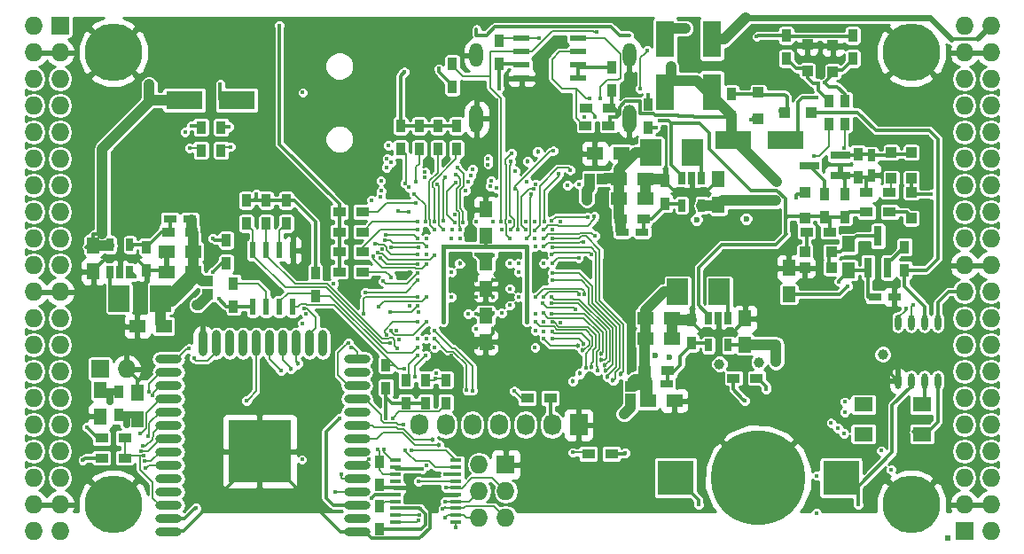
<source format=gbl>
G04 #@! TF.FileFunction,Copper,L4,Bot,Signal*
%FSLAX46Y46*%
G04 Gerber Fmt 4.6, Leading zero omitted, Abs format (unit mm)*
G04 Created by KiCad (PCBNEW 4.0.7+dfsg1-1) date Tue Oct 31 16:12:04 2017*
%MOMM*%
%LPD*%
G01*
G04 APERTURE LIST*
%ADD10C,0.100000*%
%ADD11R,0.500000X0.500000*%
%ADD12R,0.900000X1.200000*%
%ADD13R,1.000000X1.000000*%
%ADD14O,2.500000X0.900000*%
%ADD15O,0.900000X2.500000*%
%ADD16R,6.000000X6.000000*%
%ADD17R,1.800000X3.500000*%
%ADD18R,2.000000X2.500000*%
%ADD19R,0.700000X1.200000*%
%ADD20R,1.250000X1.500000*%
%ADD21R,1.500000X1.250000*%
%ADD22O,0.609600X1.473200*%
%ADD23R,0.800000X1.900000*%
%ADD24R,1.900000X0.800000*%
%ADD25R,1.200000X0.750000*%
%ADD26R,0.750000X1.200000*%
%ADD27R,1.200000X0.900000*%
%ADD28R,0.600000X1.550000*%
%ADD29R,1.550000X0.600000*%
%ADD30R,1.727200X1.727200*%
%ADD31O,1.727200X1.727200*%
%ADD32C,5.500000*%
%ADD33R,1.000000X0.400000*%
%ADD34R,1.727200X2.032000*%
%ADD35O,1.727200X2.032000*%
%ADD36O,1.300000X2.700000*%
%ADD37O,1.300000X2.300000*%
%ADD38R,1.800000X1.400000*%
%ADD39R,3.500000X1.800000*%
%ADD40R,3.500000X3.300000*%
%ADD41C,9.000000*%
%ADD42C,0.400000*%
%ADD43C,0.454000*%
%ADD44C,1.000000*%
%ADD45C,0.600000*%
%ADD46C,0.700000*%
%ADD47C,0.300000*%
%ADD48C,1.000000*%
%ADD49C,0.190000*%
%ADD50C,0.600000*%
%ADD51C,0.500000*%
%ADD52C,0.700000*%
%ADD53C,0.400000*%
%ADD54C,0.200000*%
%ADD55C,1.500000*%
%ADD56C,1.200000*%
%ADD57C,0.254000*%
G04 APERTURE END LIST*
D10*
D11*
X182675150Y-111637626D03*
D12*
X103498000Y-99858000D03*
X103498000Y-97658000D03*
D13*
X152393000Y-97142000D03*
X152393000Y-98342000D03*
D14*
X126260434Y-111030338D03*
X126260434Y-109760338D03*
X126260434Y-108490338D03*
X126260434Y-107220338D03*
X126260434Y-105950338D03*
X126260434Y-104680338D03*
X126260434Y-103410338D03*
X126260434Y-102140338D03*
X126260434Y-100870338D03*
X126260434Y-99600338D03*
X126260434Y-98330338D03*
X126260434Y-97060338D03*
X126260434Y-95790338D03*
X126260434Y-94520338D03*
D15*
X122975434Y-93030338D03*
X121705434Y-93030338D03*
X120435434Y-93030338D03*
X119165434Y-93030338D03*
X117895434Y-93030338D03*
X116625434Y-93030338D03*
X115355434Y-93030338D03*
X114085434Y-93030338D03*
X112815434Y-93030338D03*
X111545434Y-93030338D03*
D14*
X108260434Y-94520338D03*
X108260434Y-95790338D03*
X108260434Y-97060338D03*
X108260434Y-98330338D03*
X108260434Y-99600338D03*
X108260434Y-100870338D03*
X108260434Y-102140338D03*
X108260434Y-103410338D03*
X108260434Y-104680338D03*
X108260434Y-105950338D03*
X108260434Y-107220338D03*
X108260434Y-108490338D03*
X108260434Y-109760338D03*
X108260434Y-111030338D03*
D16*
X116960434Y-103330338D03*
D17*
X155695000Y-69000000D03*
X155695000Y-64000000D03*
D12*
X154044000Y-72426000D03*
X154044000Y-70226000D03*
D18*
X160870000Y-88090000D03*
X156870000Y-88090000D03*
D19*
X159825000Y-90600000D03*
X160775000Y-90600000D03*
X161725000Y-90600000D03*
X161725000Y-93200000D03*
X159825000Y-93200000D03*
D18*
X158330000Y-74755000D03*
X154330000Y-74755000D03*
D19*
X157285000Y-77235000D03*
X158235000Y-77235000D03*
X159185000Y-77235000D03*
X159185000Y-79835000D03*
X157285000Y-79835000D03*
D18*
X103530000Y-88725000D03*
X107530000Y-88725000D03*
D19*
X104575000Y-86215000D03*
X103625000Y-86215000D03*
X102675000Y-86215000D03*
X102675000Y-83615000D03*
X104575000Y-83615000D03*
D20*
X101085000Y-83665000D03*
X101085000Y-86165000D03*
D21*
X153810000Y-90630000D03*
X156310000Y-90630000D03*
X153810000Y-92535000D03*
X156310000Y-92535000D03*
D20*
X163315000Y-93150000D03*
X163315000Y-90650000D03*
D21*
X151270000Y-79200000D03*
X153770000Y-79200000D03*
X151270000Y-77295000D03*
X153770000Y-77295000D03*
D20*
X160775000Y-79815000D03*
X160775000Y-77315000D03*
D21*
X110590000Y-84280000D03*
X108090000Y-84280000D03*
X110590000Y-86185000D03*
X108090000Y-86185000D03*
D22*
X181730000Y-96599000D03*
X180460000Y-96599000D03*
X179190000Y-96599000D03*
X177920000Y-96599000D03*
X177920000Y-91011000D03*
X179190000Y-91011000D03*
X180460000Y-91011000D03*
X181730000Y-91011000D03*
D20*
X173221000Y-86038000D03*
X173221000Y-83538000D03*
D23*
X176965000Y-85780000D03*
X175065000Y-85780000D03*
X176015000Y-82780000D03*
D24*
X172435000Y-75075000D03*
X172435000Y-76975000D03*
X169435000Y-76025000D03*
D25*
X153910000Y-96910000D03*
X155810000Y-96910000D03*
X151570000Y-82375000D03*
X153470000Y-82375000D03*
X110290000Y-81105000D03*
X108390000Y-81105000D03*
D26*
X175380000Y-75075000D03*
X175380000Y-76975000D03*
D27*
X169200000Y-82375000D03*
X171400000Y-82375000D03*
D12*
X172840000Y-80935000D03*
X172840000Y-78735000D03*
D27*
X177115000Y-80470000D03*
X174915000Y-80470000D03*
D12*
X174110000Y-74925000D03*
X174110000Y-77125000D03*
X178555000Y-83815000D03*
X178555000Y-86015000D03*
X113785000Y-83180000D03*
X113785000Y-85380000D03*
X170935000Y-80935000D03*
X170935000Y-78735000D03*
X128390000Y-108580000D03*
X128390000Y-110780000D03*
D27*
X150572000Y-103584000D03*
X148372000Y-103584000D03*
X177115000Y-78565000D03*
X174915000Y-78565000D03*
X153760000Y-95640000D03*
X155960000Y-95640000D03*
X110440000Y-82375000D03*
X108240000Y-82375000D03*
X151420000Y-81105000D03*
X153620000Y-81105000D03*
D12*
X158235000Y-90800000D03*
X158235000Y-93000000D03*
X106165000Y-86015000D03*
X106165000Y-83815000D03*
X155695000Y-77465000D03*
X155695000Y-79665000D03*
D27*
X126782000Y-86185000D03*
X124582000Y-86185000D03*
X126782000Y-84279000D03*
X124582000Y-84279000D03*
X126782000Y-82375000D03*
X124582000Y-82375000D03*
X126782000Y-80470000D03*
X124582000Y-80470000D03*
D12*
X130422000Y-74458000D03*
X130422000Y-72258000D03*
X132200000Y-74458000D03*
X132200000Y-72258000D03*
X133978000Y-74458000D03*
X133978000Y-72258000D03*
X135756000Y-74458000D03*
X135756000Y-72258000D03*
D28*
X116325000Y-84120000D03*
X117595000Y-84120000D03*
X118865000Y-84120000D03*
X120135000Y-84120000D03*
X120135000Y-89520000D03*
X118865000Y-89520000D03*
X117595000Y-89520000D03*
X116325000Y-89520000D03*
D25*
X175700000Y-88598000D03*
X177600000Y-88598000D03*
D29*
X141980000Y-67705000D03*
X141980000Y-66435000D03*
X141980000Y-65165000D03*
X141980000Y-63895000D03*
X147380000Y-63895000D03*
X147380000Y-65165000D03*
X147380000Y-66435000D03*
X147380000Y-67705000D03*
D30*
X97910000Y-62690000D03*
D31*
X95370000Y-62690000D03*
X97910000Y-65230000D03*
X95370000Y-65230000D03*
X97910000Y-67770000D03*
X95370000Y-67770000D03*
X97910000Y-70310000D03*
X95370000Y-70310000D03*
X97910000Y-72850000D03*
X95370000Y-72850000D03*
X97910000Y-75390000D03*
X95370000Y-75390000D03*
X97910000Y-77930000D03*
X95370000Y-77930000D03*
X97910000Y-80470000D03*
X95370000Y-80470000D03*
X97910000Y-83010000D03*
X95370000Y-83010000D03*
X97910000Y-85550000D03*
X95370000Y-85550000D03*
X97910000Y-88090000D03*
X95370000Y-88090000D03*
X97910000Y-90630000D03*
X95370000Y-90630000D03*
X97910000Y-93170000D03*
X95370000Y-93170000D03*
X97910000Y-95710000D03*
X95370000Y-95710000D03*
X97910000Y-98250000D03*
X95370000Y-98250000D03*
X97910000Y-100790000D03*
X95370000Y-100790000D03*
X97910000Y-103330000D03*
X95370000Y-103330000D03*
X97910000Y-105870000D03*
X95370000Y-105870000D03*
X97910000Y-108410000D03*
X95370000Y-108410000D03*
X97910000Y-110950000D03*
X95370000Y-110950000D03*
D30*
X184270000Y-110950000D03*
D31*
X186810000Y-110950000D03*
X184270000Y-108410000D03*
X186810000Y-108410000D03*
X184270000Y-105870000D03*
X186810000Y-105870000D03*
X184270000Y-103330000D03*
X186810000Y-103330000D03*
X184270000Y-100790000D03*
X186810000Y-100790000D03*
X184270000Y-98250000D03*
X186810000Y-98250000D03*
X184270000Y-95710000D03*
X186810000Y-95710000D03*
X184270000Y-93170000D03*
X186810000Y-93170000D03*
X184270000Y-90630000D03*
X186810000Y-90630000D03*
X184270000Y-88090000D03*
X186810000Y-88090000D03*
X184270000Y-85550000D03*
X186810000Y-85550000D03*
X184270000Y-83010000D03*
X186810000Y-83010000D03*
X184270000Y-80470000D03*
X186810000Y-80470000D03*
X184270000Y-77930000D03*
X186810000Y-77930000D03*
X184270000Y-75390000D03*
X186810000Y-75390000D03*
X184270000Y-72850000D03*
X186810000Y-72850000D03*
X184270000Y-70310000D03*
X186810000Y-70310000D03*
X184270000Y-67770000D03*
X186810000Y-67770000D03*
X184270000Y-65230000D03*
X186810000Y-65230000D03*
X184270000Y-62690000D03*
X186810000Y-62690000D03*
D32*
X102990000Y-108410000D03*
X179190000Y-108410000D03*
X179190000Y-65230000D03*
X102990000Y-65230000D03*
D12*
X162045000Y-71410000D03*
X162045000Y-69210000D03*
X139820000Y-66330000D03*
X139820000Y-64130000D03*
X135375000Y-68532000D03*
X135375000Y-66332000D03*
X150615000Y-68870000D03*
X150615000Y-66670000D03*
D27*
X150275000Y-72215000D03*
X148075000Y-72215000D03*
X150380000Y-70600000D03*
X148180000Y-70600000D03*
D33*
X135735000Y-104215000D03*
X135735000Y-104865000D03*
X135735000Y-105515000D03*
X135735000Y-106165000D03*
X135735000Y-106815000D03*
X135735000Y-107465000D03*
X135735000Y-108115000D03*
X135735000Y-108765000D03*
X135735000Y-109415000D03*
X135735000Y-110065000D03*
X129935000Y-110065000D03*
X129935000Y-109415000D03*
X129935000Y-108765000D03*
X129935000Y-108115000D03*
X129935000Y-107465000D03*
X129935000Y-106815000D03*
X129935000Y-106165000D03*
X129935000Y-105515000D03*
X129935000Y-104865000D03*
X129935000Y-104215000D03*
D12*
X119500000Y-79370000D03*
X119500000Y-81570000D03*
X114480000Y-89500000D03*
X114480000Y-87300000D03*
X129025000Y-97275000D03*
X129025000Y-95075000D03*
X117595000Y-79370000D03*
X117595000Y-81570000D03*
X122280000Y-86300000D03*
X122280000Y-88500000D03*
X115690000Y-79370000D03*
X115690000Y-81570000D03*
D27*
X144730000Y-98250000D03*
X142530000Y-98250000D03*
D12*
X132835000Y-98715000D03*
X132835000Y-96515000D03*
X130930000Y-98715000D03*
X130930000Y-96515000D03*
D27*
X101890000Y-103965000D03*
X104090000Y-103965000D03*
D30*
X101720000Y-95456000D03*
D31*
X104260000Y-95456000D03*
D27*
X104090000Y-102060000D03*
X101890000Y-102060000D03*
D20*
X167506000Y-88324000D03*
X167506000Y-85824000D03*
D27*
X164415000Y-96345000D03*
X162215000Y-96345000D03*
D12*
X167252000Y-65822000D03*
X167252000Y-63622000D03*
D30*
X140455000Y-104600000D03*
D31*
X137915000Y-104600000D03*
X140455000Y-107140000D03*
X137915000Y-107140000D03*
X140455000Y-109680000D03*
X137915000Y-109680000D03*
D20*
X138550000Y-90396000D03*
X138550000Y-92896000D03*
X138550000Y-82736000D03*
X138550000Y-80236000D03*
X138550000Y-85316000D03*
X138550000Y-87816000D03*
X101720000Y-97508000D03*
X101720000Y-100008000D03*
D12*
X113277000Y-74585000D03*
X113277000Y-72385000D03*
X111372000Y-74585000D03*
X111372000Y-72385000D03*
X172840000Y-72045000D03*
X172840000Y-69845000D03*
X171316000Y-72045000D03*
X171316000Y-69845000D03*
D34*
X147440000Y-100790000D03*
D35*
X144900000Y-100790000D03*
X142360000Y-100790000D03*
X139820000Y-100790000D03*
X137280000Y-100790000D03*
X134740000Y-100790000D03*
X132200000Y-100790000D03*
D36*
X152280000Y-71550000D03*
X137680000Y-71550000D03*
D37*
X137680000Y-65500000D03*
X152280000Y-65500000D03*
D38*
X180212000Y-98882000D03*
X174612000Y-98882000D03*
X174612000Y-101682000D03*
X180212000Y-101682000D03*
D20*
X105276000Y-100262000D03*
X105276000Y-97762000D03*
D39*
X109761000Y-69802000D03*
X114761000Y-69802000D03*
X167212000Y-73612000D03*
X162212000Y-73612000D03*
D17*
X160140000Y-64000000D03*
X160140000Y-69000000D03*
D21*
X154064000Y-98504000D03*
X156564000Y-98504000D03*
X107796000Y-91392000D03*
X105296000Y-91392000D03*
X151484000Y-74882000D03*
X148984000Y-74882000D03*
D12*
X173602000Y-65822000D03*
X173602000Y-63622000D03*
X134740000Y-96515000D03*
X134740000Y-98715000D03*
D40*
X172485000Y-105870000D03*
X156685000Y-105870000D03*
D41*
X164585000Y-105870000D03*
D13*
X169284000Y-66988000D03*
X169284000Y-64488000D03*
X171697000Y-67081000D03*
X171697000Y-64581000D03*
X169050000Y-84280000D03*
X171550000Y-84280000D03*
X179190000Y-81085000D03*
X179190000Y-78585000D03*
X169030000Y-81085000D03*
X169030000Y-78585000D03*
X171550000Y-85804000D03*
X169050000Y-85804000D03*
X179190000Y-77275000D03*
X179190000Y-74775000D03*
X177285000Y-74775000D03*
X177285000Y-77275000D03*
X167145000Y-70945000D03*
X169645000Y-70945000D03*
X164585000Y-69060000D03*
X164585000Y-71560000D03*
X112007000Y-87109000D03*
X112007000Y-88309000D03*
X149691000Y-77295000D03*
X148491000Y-77295000D03*
D12*
X128390000Y-106546000D03*
X128390000Y-104346000D03*
D42*
X133216000Y-107465000D03*
X137680000Y-88600000D03*
X142480000Y-95000000D03*
X141680000Y-92600000D03*
X140836000Y-84534000D03*
X135284627Y-94985297D03*
X135288625Y-94225619D03*
X134455822Y-94267172D03*
X131280000Y-89450837D03*
X120770000Y-72215000D03*
X136095958Y-93369652D03*
D43*
X139264636Y-91615205D03*
D42*
X139575609Y-69792857D03*
D44*
X116880503Y-64802940D03*
X106974809Y-64953974D03*
X175210328Y-64948943D03*
X165417246Y-64954666D03*
D42*
X175495631Y-71457432D03*
X146468970Y-70993942D03*
X144978424Y-71024054D03*
X143480350Y-71016526D03*
X142000564Y-71008511D03*
X147987361Y-71377791D03*
X144102010Y-84600000D03*
X132880424Y-84561218D03*
X135567436Y-80702302D03*
X132810347Y-82177990D03*
X145713035Y-91022010D03*
X145680000Y-94177990D03*
X177285000Y-95710000D03*
D44*
X177229911Y-82281349D03*
D42*
X170046000Y-85804000D03*
D45*
X164741832Y-81130572D03*
X161067993Y-81216119D03*
D44*
X158233687Y-94852616D03*
X162992748Y-94820185D03*
D45*
X156280000Y-81210838D03*
D42*
X131254529Y-86251357D03*
X140880000Y-81400000D03*
X136085174Y-89394826D03*
X145680000Y-81400000D03*
X150080000Y-81600000D03*
X140874194Y-91433353D03*
X145680000Y-85422010D03*
X142480000Y-94200000D03*
X140880000Y-93400000D03*
X139280000Y-93400000D03*
X137680000Y-93400000D03*
X136880000Y-92600000D03*
X135280000Y-92600000D03*
X132880000Y-91800000D03*
X132880000Y-93400000D03*
D43*
X141042859Y-86994997D03*
X139280000Y-87000000D03*
X136110990Y-86995403D03*
X137680000Y-87000000D03*
X136080000Y-84600000D03*
X139280000Y-88600000D03*
D42*
X121003132Y-104131127D03*
X127656639Y-107816792D03*
D44*
X156235582Y-66548363D03*
X166321614Y-77572282D03*
X166248957Y-79408030D03*
X101932065Y-82585048D03*
X106417803Y-68312483D03*
X166280000Y-94800000D03*
D42*
X150457224Y-71377791D03*
X172289562Y-87124051D03*
D44*
X157600000Y-62944000D03*
D46*
X102710050Y-98594954D03*
D42*
X110855283Y-108726380D03*
X148160764Y-77980787D03*
X154794000Y-72426000D03*
D44*
X148202000Y-79327000D03*
D42*
X129005202Y-100174798D03*
X137659051Y-91638034D03*
X139820000Y-68665673D03*
X172834633Y-99599920D03*
X172879922Y-98618650D03*
X176305593Y-103279812D03*
X165349214Y-97422919D03*
D44*
X160875897Y-94988750D03*
D42*
X164433885Y-63737451D03*
X134079160Y-66786153D03*
X109828000Y-72830000D03*
X116654336Y-78777990D03*
D44*
X176474303Y-94069095D03*
D42*
X173094000Y-87582000D03*
D45*
X163422030Y-81120665D03*
X154726292Y-94171363D03*
X156077107Y-94380779D03*
X158680000Y-81210838D03*
D42*
X112515000Y-83010000D03*
X181065000Y-78785000D03*
X100080000Y-104200000D03*
X113080000Y-88800000D03*
D44*
X164653770Y-94825547D03*
D42*
X135273306Y-88618602D03*
X139272517Y-84611349D03*
X137680556Y-84534085D03*
X141680000Y-86200000D03*
X135280000Y-86200000D03*
X132880000Y-92600000D03*
X132080000Y-92600000D03*
X141680000Y-88600000D03*
X141680000Y-85400000D03*
D44*
X151758000Y-99774000D03*
D42*
X136885174Y-90194826D03*
X140094890Y-90122990D03*
X139280000Y-90122990D03*
X140880000Y-89400000D03*
X137680000Y-90172990D03*
X140880000Y-87800000D03*
X140880000Y-85400000D03*
D43*
X136080000Y-85400000D03*
D42*
X130022680Y-91834237D03*
X121369010Y-90164222D03*
X130279644Y-92674772D03*
X121041200Y-91125073D03*
D44*
X110991000Y-89360000D03*
D42*
X142480000Y-91000000D03*
X142480000Y-83800000D03*
X134480000Y-83800000D03*
X134480000Y-91000000D03*
X121086654Y-69078528D03*
X105037711Y-86632990D03*
X155149360Y-71764535D03*
X170182962Y-69571012D03*
X174110000Y-108410000D03*
X158870000Y-108410000D03*
X137295592Y-97538017D03*
X134750646Y-106810513D03*
X133680000Y-91800000D03*
D43*
X134074414Y-102752225D03*
D42*
X136740903Y-97514503D03*
X134675868Y-108131585D03*
D43*
X133449289Y-102232615D03*
D42*
X133680000Y-92600000D03*
X133685482Y-93402296D03*
X127358154Y-104128048D03*
X132936956Y-104698915D03*
X134463998Y-108841973D03*
X130692380Y-100790000D03*
X131808905Y-96227367D03*
X134636872Y-109719950D03*
X132846234Y-94197073D03*
X118858690Y-62658970D03*
X130761990Y-67119621D03*
X148477832Y-69619684D03*
X149475951Y-69619684D03*
X148991194Y-71377791D03*
X153984196Y-65077116D03*
X153322343Y-68673419D03*
X143650666Y-63862520D03*
X178665908Y-89713903D03*
X149183754Y-63257114D03*
X179375977Y-89317806D03*
X140035989Y-81400000D03*
X115729998Y-98493136D03*
X128776655Y-87110882D03*
X132077895Y-86272150D03*
X119008515Y-95662939D03*
D43*
X119978162Y-95412951D03*
X120634035Y-94977604D03*
D42*
X113212238Y-68244401D03*
X146387166Y-77939336D03*
X147480000Y-77822010D03*
X131453853Y-103260518D03*
X144891634Y-91008466D03*
D43*
X148653935Y-95249010D03*
X149565978Y-94054788D03*
D42*
X144867244Y-90164455D03*
D43*
X150720500Y-96575802D03*
D42*
X144890381Y-83866022D03*
D43*
X151448039Y-95951686D03*
D42*
X144894101Y-83022010D03*
D43*
X150149219Y-96229829D03*
D42*
X144901285Y-86268736D03*
D43*
X150033441Y-95660469D03*
D42*
X144888562Y-86993817D03*
D43*
X149952517Y-95085120D03*
D42*
X144877648Y-88622010D03*
D43*
X149584522Y-94635504D03*
D42*
X144810610Y-89177990D03*
X144895773Y-91874444D03*
D43*
X147777713Y-93691005D03*
D42*
X144113248Y-92588762D03*
D43*
X147356233Y-93219138D03*
X147915304Y-93060979D03*
D42*
X144882352Y-92577990D03*
X130807074Y-95454141D03*
X130141886Y-93532031D03*
X132080000Y-93400000D03*
X129438090Y-93014450D03*
X133852393Y-95875797D03*
X141280000Y-97600000D03*
X133762848Y-96395146D03*
X132080000Y-94200000D03*
X105895603Y-103765816D03*
X128669601Y-84020243D03*
X132080000Y-89450837D03*
X130839486Y-103260518D03*
X129459184Y-90039192D03*
X128806823Y-103185900D03*
X132162861Y-106185868D03*
X128321313Y-89539949D03*
X132880000Y-88600000D03*
X127040053Y-88166906D03*
X124741825Y-105494691D03*
X132080000Y-87000000D03*
X125740979Y-93452427D03*
X124202418Y-107207639D03*
D43*
X142530990Y-75662841D03*
X143525587Y-74749772D03*
D42*
X110313517Y-74380698D03*
X132146108Y-109940263D03*
X114166000Y-74247000D03*
X132189000Y-109415000D03*
X135694981Y-77648547D03*
X135567436Y-81489225D03*
X134702010Y-77200000D03*
X134471354Y-81347908D03*
X132761172Y-77202673D03*
X132737245Y-76676207D03*
X128545566Y-77476577D03*
X127643658Y-79355564D03*
X110718734Y-94451783D03*
X128515897Y-78994176D03*
X110249038Y-93533767D03*
X128569727Y-78469921D03*
X106368514Y-97662752D03*
X131230910Y-78113843D03*
X106741168Y-98035405D03*
X131709326Y-78745875D03*
X132783332Y-81399993D03*
X105572759Y-101661319D03*
X129016746Y-82660638D03*
X132084821Y-83022010D03*
X106281049Y-101893466D03*
X128948848Y-83183258D03*
X132886504Y-83777990D03*
X105813763Y-102819336D03*
X129513931Y-83860979D03*
X132117443Y-83866021D03*
X105627254Y-103312241D03*
X127966259Y-83515785D03*
X132079996Y-84503337D03*
X105992720Y-104283802D03*
X128261987Y-84383463D03*
X133671942Y-84595200D03*
X106088753Y-104974041D03*
X127824162Y-84676807D03*
X132875802Y-85428138D03*
D43*
X146862501Y-96617499D03*
X147534467Y-95913260D03*
D42*
X148102806Y-95339021D03*
X143280000Y-91000000D03*
X149207706Y-95605291D03*
X144082424Y-90132858D03*
X143989948Y-89177990D03*
X147125926Y-89802879D03*
X143281824Y-90201951D03*
X144102010Y-85397219D03*
X147422472Y-84858593D03*
X144886544Y-85385186D03*
X144102010Y-83000000D03*
X148975652Y-82755341D03*
X144885092Y-82177990D03*
X147470668Y-88324835D03*
X144082832Y-88584510D03*
X147997681Y-88324844D03*
X143278026Y-88595030D03*
X144102010Y-82185600D03*
X148935852Y-80899014D03*
X148337768Y-80975785D03*
X144866392Y-81333979D03*
X139280000Y-81400000D03*
X139585116Y-78205862D03*
X138968064Y-78040948D03*
X139049357Y-77520244D03*
X138775679Y-75942989D03*
X138779198Y-75400762D03*
X137680000Y-81400000D03*
X137308732Y-76415018D03*
X137106948Y-76979922D03*
X136856003Y-77562978D03*
X136634118Y-78451672D03*
X135830698Y-76200613D03*
X136411444Y-81497309D03*
X148668800Y-84550385D03*
X144877691Y-84532933D03*
X144102010Y-83800000D03*
X147894174Y-83335809D03*
X142852716Y-78759927D03*
X142473549Y-82998913D03*
X143105106Y-78295223D03*
X142396423Y-82191394D03*
X145494012Y-76834828D03*
X144146021Y-81374784D03*
X143331797Y-77819457D03*
X146627648Y-76461302D03*
X143257990Y-82207154D03*
X143257990Y-81379632D03*
X141380161Y-78226966D03*
X145017056Y-74655847D03*
X141657990Y-82130345D03*
X142413979Y-81382236D03*
X140080000Y-82200000D03*
X141342967Y-76554996D03*
X141046643Y-74873804D03*
X140864029Y-83041403D03*
X140980062Y-75681941D03*
X140924011Y-82179283D03*
X129542604Y-86703515D03*
X132880000Y-83022010D03*
X132080000Y-82177990D03*
X132080000Y-81400000D03*
X131847310Y-79589886D03*
X130856828Y-77742623D03*
X131923295Y-77584853D03*
X133654358Y-82177990D03*
X133627343Y-81396408D03*
X129493635Y-91853281D03*
X132880000Y-91000000D03*
X129092715Y-92195341D03*
X132077648Y-90977990D03*
X130196821Y-80377733D03*
X131180000Y-80500000D03*
X128489708Y-84867377D03*
X132079620Y-85428138D03*
X163908850Y-71651861D03*
X134501414Y-82177578D03*
X133922194Y-77854836D03*
X135656559Y-110610712D03*
X132448438Y-104994496D03*
X146844288Y-103452739D03*
X134707351Y-105508447D03*
X132280000Y-108800000D03*
D46*
X104260000Y-100790000D03*
D42*
X112515000Y-86185000D03*
X163277422Y-98501717D03*
X170126036Y-109212466D03*
X170157734Y-105666345D03*
X169895346Y-75092988D03*
X143257990Y-83000000D03*
X168166438Y-79108038D03*
X151896383Y-103510715D03*
X114039000Y-72342000D03*
X110483000Y-72215000D03*
X143269694Y-93414905D03*
X177274002Y-105079115D03*
X172761273Y-101651681D03*
X143280000Y-91800000D03*
X172193360Y-101105663D03*
X144064831Y-91877646D03*
X171540304Y-100645743D03*
X144080000Y-91000000D03*
X154044000Y-69294000D03*
X129061632Y-76229575D03*
X135280000Y-83022010D03*
X129493343Y-75737814D03*
X136080000Y-83000000D03*
X129122249Y-75363607D03*
X135345425Y-82176814D03*
X135725421Y-76909376D03*
X129252218Y-74142461D03*
X136080000Y-82200000D03*
X172746637Y-74347988D03*
X143280000Y-83800000D03*
X142480000Y-77600000D03*
X170300000Y-68151000D03*
X170950000Y-68125562D03*
X125423968Y-92992129D03*
X121206217Y-89662983D03*
X132156079Y-90030946D03*
X182675150Y-111637626D03*
X124027706Y-87347706D03*
X124027707Y-87347707D03*
X166678914Y-70803555D03*
X129660000Y-100155000D03*
X124580000Y-100155000D03*
X126880000Y-90200000D03*
X128280000Y-103200000D03*
X132080000Y-88600000D03*
X100450000Y-101044000D03*
D47*
X138630000Y-63600000D02*
X139449896Y-62780104D01*
X137680000Y-63000000D02*
X137680000Y-63600000D01*
X150510104Y-62780104D02*
X151330000Y-63600000D01*
X137680000Y-63600000D02*
X138630000Y-63600000D01*
X139449896Y-62780104D02*
X150510104Y-62780104D01*
X151330000Y-63600000D02*
X152280000Y-63600000D01*
X104260000Y-95456000D02*
X105276000Y-96472000D01*
X105276000Y-96472000D02*
X105276000Y-97762000D01*
X132254999Y-111657001D02*
X133216000Y-110696000D01*
X133216000Y-110696000D02*
X133216000Y-107465000D01*
X126260434Y-111030338D02*
X127060434Y-111030338D01*
X127060434Y-111030338D02*
X127687097Y-111657001D01*
X127687097Y-111657001D02*
X132254999Y-111657001D01*
X133216000Y-107465000D02*
X132214478Y-107465000D01*
X135735000Y-107465000D02*
X133216000Y-107465000D01*
X132214478Y-107465000D02*
X131572496Y-106823018D01*
X131572496Y-106823018D02*
X129919874Y-106823018D01*
X108260434Y-111030338D02*
X109060434Y-111030338D01*
X109060434Y-111030338D02*
X109140772Y-110950000D01*
X109140772Y-110950000D02*
X109693431Y-110950000D01*
X109693431Y-110950000D02*
X116960434Y-103682997D01*
X116960434Y-103682997D02*
X116960434Y-103330338D01*
X126260434Y-111030338D02*
X124660659Y-111030338D01*
X124660659Y-111030338D02*
X116960659Y-103330338D01*
X116960659Y-103330338D02*
X116960434Y-103330338D01*
X129935000Y-106815000D02*
X128659000Y-106815000D01*
X128659000Y-106815000D02*
X128390000Y-106546000D01*
X128390000Y-106546000D02*
X128558000Y-106546000D01*
X136126306Y-93400000D02*
X136095958Y-93369652D01*
X136880000Y-92600000D02*
X136110348Y-93369652D01*
X136049652Y-93369652D02*
X136095958Y-93369652D01*
X137680000Y-93400000D02*
X136126306Y-93400000D01*
X135280000Y-92600000D02*
X136049652Y-93369652D01*
X136110348Y-93369652D02*
X136095958Y-93369652D01*
X139264636Y-92054364D02*
X139264636Y-91936231D01*
X139264636Y-91936231D02*
X139264636Y-91615205D01*
X138550000Y-92769000D02*
X139264636Y-92054364D01*
X136880000Y-92600000D02*
X137680000Y-93400000D01*
X136880000Y-92600000D02*
X138381000Y-92600000D01*
X138381000Y-92600000D02*
X138550000Y-92769000D01*
X135280000Y-92600000D02*
X136880000Y-92600000D01*
X138550000Y-92769000D02*
X138649000Y-92769000D01*
X138649000Y-92769000D02*
X139280000Y-93400000D01*
X138550000Y-92769000D02*
X138311000Y-92769000D01*
X138311000Y-92769000D02*
X137680000Y-93400000D01*
X137822857Y-69792857D02*
X139292767Y-69792857D01*
X137680000Y-69650000D02*
X137822857Y-69792857D01*
X139292767Y-69792857D02*
X139575609Y-69792857D01*
X175042385Y-64781000D02*
X175210328Y-64948943D01*
X171697000Y-64781000D02*
X175042385Y-64781000D01*
X165683912Y-64688000D02*
X165417246Y-64954666D01*
X169284000Y-64688000D02*
X165683912Y-64688000D01*
X169284000Y-64688000D02*
X171604000Y-64688000D01*
X171604000Y-64688000D02*
X171697000Y-64781000D01*
X177285000Y-95710000D02*
X177285000Y-95964000D01*
X177285000Y-95964000D02*
X177920000Y-96599000D01*
X167506000Y-85824000D02*
X169230000Y-85824000D01*
X169230000Y-85824000D02*
X169250000Y-85804000D01*
X169250000Y-85804000D02*
X170046000Y-85804000D01*
X102210000Y-84915000D02*
X103625000Y-84915000D01*
X103625000Y-84915000D02*
X105215000Y-84915000D01*
X103625000Y-86215000D02*
X103625000Y-84915000D01*
X105215000Y-84915000D02*
X106165000Y-85865000D01*
X106165000Y-85865000D02*
X106165000Y-86015000D01*
X101085000Y-86165000D02*
X101085000Y-86040000D01*
X101085000Y-86040000D02*
X102210000Y-84915000D01*
X106165000Y-86015000D02*
X107920000Y-86015000D01*
X107920000Y-86015000D02*
X108090000Y-86185000D01*
D48*
X153770000Y-77295000D02*
X155525000Y-77295000D01*
D47*
X155525000Y-77295000D02*
X155695000Y-77465000D01*
D48*
X153770000Y-79200000D02*
X153770000Y-77295000D01*
D47*
X174110000Y-77125000D02*
X174745000Y-77125000D01*
X174745000Y-77125000D02*
X175230000Y-77125000D01*
X174915000Y-78565000D02*
X174915000Y-77295000D01*
X174915000Y-77295000D02*
X174745000Y-77125000D01*
X172840000Y-78735000D02*
X172840000Y-77380000D01*
X172840000Y-77380000D02*
X172435000Y-76975000D01*
X175230000Y-77125000D02*
X175380000Y-76975000D01*
X172435000Y-76975000D02*
X173960000Y-76975000D01*
X173960000Y-76975000D02*
X174110000Y-77125000D01*
X137680000Y-86200000D02*
X137680000Y-86600000D01*
X136080000Y-84600000D02*
X137680000Y-86200000D01*
X159850000Y-78365000D02*
X158235000Y-78365000D01*
X158235000Y-78365000D02*
X156445000Y-78365000D01*
X158235000Y-77235000D02*
X158235000Y-78365000D01*
X160775000Y-77315000D02*
X160775000Y-77440000D01*
X160775000Y-77440000D02*
X159850000Y-78365000D01*
X156445000Y-78365000D02*
X155695000Y-77615000D01*
X155695000Y-77615000D02*
X155695000Y-77465000D01*
D48*
X156310000Y-90630000D02*
X156310000Y-92535000D01*
X158235000Y-90800000D02*
X156480000Y-90800000D01*
D47*
X156480000Y-90800000D02*
X156310000Y-90630000D01*
X163315000Y-90650000D02*
X163315000Y-90834602D01*
X163315000Y-90834602D02*
X162249602Y-91900000D01*
X162249602Y-91900000D02*
X160775000Y-91900000D01*
X101085000Y-86165000D02*
X101085000Y-85929893D01*
X106165000Y-85944374D02*
X106165000Y-86015000D01*
X159185000Y-91900000D02*
X160775000Y-91900000D01*
X160775000Y-90600000D02*
X160775000Y-91900000D01*
X158235000Y-90800000D02*
X158235000Y-90950000D01*
X158235000Y-90950000D02*
X159185000Y-91900000D01*
X108090000Y-84280000D02*
X108090000Y-86185000D01*
X107625000Y-84745000D02*
X108090000Y-84280000D01*
X108070000Y-84260000D02*
X108090000Y-84280000D01*
X141037856Y-87000000D02*
X141042859Y-86994997D01*
X139280000Y-87000000D02*
X141037856Y-87000000D01*
X136432016Y-86995403D02*
X136110990Y-86995403D01*
X137284597Y-86995403D02*
X136432016Y-86995403D01*
X137680000Y-86600000D02*
X137284597Y-86995403D01*
X137680000Y-86600000D02*
X137680000Y-87000000D01*
D49*
X138029000Y-66332000D02*
X138115000Y-66246000D01*
D47*
X128008431Y-107465000D02*
X127856638Y-107616793D01*
X127856638Y-107616793D02*
X127656639Y-107816792D01*
X129935000Y-107465000D02*
X128008431Y-107465000D01*
X160140000Y-69000000D02*
X160140000Y-69850000D01*
X160140000Y-69850000D02*
X161700000Y-71410000D01*
D48*
X156235582Y-67716832D02*
X156235582Y-66548363D01*
X158681338Y-67896338D02*
X156415088Y-67896338D01*
X156415088Y-67896338D02*
X156235582Y-67716832D01*
D47*
X156235582Y-66578582D02*
X156235582Y-66548363D01*
D48*
X162045000Y-73295668D02*
X165821615Y-77072283D01*
X165821615Y-77072283D02*
X166321614Y-77572282D01*
X160790000Y-79800000D02*
X161181970Y-79408030D01*
X161181970Y-79408030D02*
X165541851Y-79408030D01*
X165541851Y-79408030D02*
X166248957Y-79408030D01*
D47*
X101085000Y-82615000D02*
X101114952Y-82585048D01*
X101114952Y-82585048D02*
X101224959Y-82585048D01*
X101085000Y-83665000D02*
X101085000Y-82615000D01*
D48*
X101932065Y-81877942D02*
X101932065Y-82585048D01*
X101932065Y-74415935D02*
X101932065Y-81877942D01*
X106407114Y-69940886D02*
X101932065Y-74415935D01*
D47*
X101224959Y-82585048D02*
X101932065Y-82585048D01*
X151080000Y-71400000D02*
X151352990Y-71127010D01*
X151352990Y-71127010D02*
X151352990Y-70466020D01*
X151352990Y-70466020D02*
X151896020Y-69922990D01*
X151896020Y-69922990D02*
X152557010Y-69922990D01*
X152557010Y-69922990D02*
X152583077Y-69896923D01*
D48*
X106417803Y-69019589D02*
X106417803Y-68312483D01*
X106417803Y-69930197D02*
X106417803Y-69019589D01*
X106407114Y-69940886D02*
X106417803Y-69930197D01*
X166280000Y-93150000D02*
X166280000Y-94800000D01*
D47*
X110610000Y-69548000D02*
X110610000Y-69802000D01*
X150457224Y-71377791D02*
X150457224Y-72032776D01*
X150457224Y-72032776D02*
X150275000Y-72215000D01*
D48*
X109975000Y-69802000D02*
X106546000Y-69802000D01*
X106546000Y-69802000D02*
X106419000Y-69929000D01*
D47*
X151057791Y-71377791D02*
X150740066Y-71377791D01*
X150740066Y-71377791D02*
X150457224Y-71377791D01*
X151080000Y-71400000D02*
X151057791Y-71377791D01*
X172289562Y-87094438D02*
X172289562Y-87124051D01*
X173221000Y-86163000D02*
X172289562Y-87094438D01*
X173221000Y-86038000D02*
X173221000Y-86163000D01*
X175065000Y-88598000D02*
X175065000Y-85780000D01*
X175700000Y-88598000D02*
X175065000Y-88598000D01*
D48*
X106419000Y-69929000D02*
X106407114Y-69940886D01*
D47*
X106419000Y-69675000D02*
X106419000Y-69929000D01*
X100572432Y-83665000D02*
X100424079Y-83813353D01*
X101085000Y-83665000D02*
X100572432Y-83665000D01*
X160790000Y-79800000D02*
X160775000Y-79815000D01*
D48*
X163315000Y-93150000D02*
X166280000Y-93150000D01*
D47*
X160775000Y-79940000D02*
X160775000Y-79815000D01*
X164925000Y-93150000D02*
X164240000Y-93150000D01*
X164240000Y-93150000D02*
X163315000Y-93150000D01*
X101085000Y-83665000D02*
X101085000Y-83790000D01*
X151080000Y-71400000D02*
X151080000Y-70838120D01*
X151080000Y-70838120D02*
X150615000Y-70373120D01*
X150615000Y-70373120D02*
X150615000Y-69995990D01*
X150615000Y-69995990D02*
X150615000Y-68870000D01*
D48*
X159185000Y-79835000D02*
X160755000Y-79835000D01*
D47*
X160755000Y-79835000D02*
X160775000Y-79815000D01*
X161725000Y-93200000D02*
X163265000Y-93200000D01*
X163265000Y-93200000D02*
X163315000Y-93150000D01*
X173221000Y-86038000D02*
X174807000Y-86038000D01*
X174807000Y-86038000D02*
X175065000Y-85780000D01*
D48*
X101085000Y-83665000D02*
X102625000Y-83665000D01*
D47*
X102625000Y-83665000D02*
X102675000Y-83615000D01*
X152583077Y-69896923D02*
X153316999Y-69896923D01*
X153316999Y-69896923D02*
X153316999Y-71047601D01*
X161700000Y-71410000D02*
X162045000Y-71410000D01*
D48*
X162045000Y-71410000D02*
X162045000Y-71260000D01*
X162045000Y-71260000D02*
X158681338Y-67896338D01*
X162045000Y-71410000D02*
X162045000Y-73295668D01*
D47*
X158407951Y-71315988D02*
X158501963Y-71410000D01*
X153372399Y-71103001D02*
X154568521Y-71103001D01*
X158501963Y-71410000D02*
X162045000Y-71410000D01*
X156924522Y-71275510D02*
X156965000Y-71315988D01*
X156965000Y-71315988D02*
X158407951Y-71315988D01*
X153316999Y-71047601D02*
X153372399Y-71103001D01*
X154568521Y-71103001D02*
X154741030Y-71275510D01*
X154741030Y-71275510D02*
X156924522Y-71275510D01*
X162045000Y-71753000D02*
X162045000Y-71410000D01*
X155695000Y-64000000D02*
X155695000Y-63368337D01*
X155695000Y-63368337D02*
X156119337Y-62944000D01*
D48*
X156119337Y-62944000D02*
X157600000Y-62944000D01*
X160140000Y-64000000D02*
X161340000Y-64000000D01*
X161340000Y-64000000D02*
X163399217Y-61940783D01*
D50*
X163399217Y-61940783D02*
X180980783Y-61940783D01*
D51*
X185540000Y-63960000D02*
X186810000Y-62690000D01*
D50*
X180980783Y-61940783D02*
X183000000Y-63960000D01*
D47*
X183000000Y-63960000D02*
X185540000Y-63960000D01*
D52*
X102710050Y-97683950D02*
X102710050Y-98099980D01*
X102736000Y-97658000D02*
X102710050Y-97683950D01*
X102710050Y-98099980D02*
X102710050Y-98594954D01*
X102736000Y-97658000D02*
X101870000Y-97658000D01*
X103498000Y-97658000D02*
X102736000Y-97658000D01*
D47*
X101870000Y-97658000D02*
X101720000Y-97508000D01*
X110655284Y-108926379D02*
X110855283Y-108726380D01*
X109821325Y-109760338D02*
X110655284Y-108926379D01*
X108260434Y-109760338D02*
X109821325Y-109760338D01*
X148202000Y-78413082D02*
X148491000Y-78124082D01*
D48*
X148491000Y-78124082D02*
X148491000Y-77295000D01*
X148202000Y-79327000D02*
X148202000Y-78413082D01*
X148202000Y-78413082D02*
X148439744Y-78175338D01*
D47*
X148160764Y-77980787D02*
X148160764Y-77625236D01*
X148160764Y-77625236D02*
X148491000Y-77295000D01*
X148202000Y-78022023D02*
X148160764Y-77980787D01*
X154806000Y-72438000D02*
X154794000Y-72426000D01*
X154044000Y-72426000D02*
X154794000Y-72426000D01*
X129025000Y-97275000D02*
X129025000Y-100155000D01*
X129025000Y-100155000D02*
X129005202Y-100174798D01*
X129025000Y-97275000D02*
X129025000Y-98175000D01*
X129025000Y-98175000D02*
X129565000Y-98715000D01*
X129565000Y-98715000D02*
X130180000Y-98715000D01*
X130180000Y-98715000D02*
X130930000Y-98715000D01*
X132835000Y-98715000D02*
X130930000Y-98715000D01*
X173602000Y-63706000D02*
X167336000Y-63706000D01*
X167336000Y-63706000D02*
X167252000Y-63622000D01*
X167252000Y-63622000D02*
X164549336Y-63622000D01*
X164549336Y-63622000D02*
X164433885Y-63737451D01*
X138550000Y-85042000D02*
X138188471Y-85042000D01*
X138188471Y-85042000D02*
X137680556Y-84534085D01*
X138550000Y-85042000D02*
X138841866Y-85042000D01*
X138841866Y-85042000D02*
X139272517Y-84611349D01*
X137680556Y-84534085D02*
X139195253Y-84534085D01*
X139195253Y-84534085D02*
X139272517Y-84611349D01*
X139820000Y-66330000D02*
X139820000Y-68665673D01*
X165349214Y-97129214D02*
X165349214Y-97422919D01*
X164565000Y-96345000D02*
X165349214Y-97129214D01*
X164415000Y-96345000D02*
X164565000Y-96345000D01*
X134079160Y-67068995D02*
X134079160Y-66786153D01*
X134079160Y-67086160D02*
X134079160Y-67068995D01*
X135375000Y-68382000D02*
X134079160Y-67086160D01*
X135375000Y-68532000D02*
X135375000Y-68382000D01*
X116654336Y-79155664D02*
X116654336Y-79060832D01*
X115690000Y-79370000D02*
X116440000Y-79370000D01*
X116440000Y-79370000D02*
X116654336Y-79155664D01*
X116654336Y-79060832D02*
X116654336Y-78777990D01*
X181730000Y-89106000D02*
X182746000Y-88090000D01*
X182746000Y-88090000D02*
X184270000Y-88090000D01*
X181730000Y-91011000D02*
X181730000Y-89106000D01*
X172352000Y-88324000D02*
X173094000Y-87582000D01*
X167506000Y-88324000D02*
X172352000Y-88324000D01*
X144730000Y-98250000D02*
X144730000Y-99266000D01*
X144730000Y-99266000D02*
X144730000Y-99400000D01*
X144730000Y-99400000D02*
X144730000Y-100620000D01*
X113785000Y-83180000D02*
X112685000Y-83180000D01*
X112685000Y-83180000D02*
X112515000Y-83010000D01*
X122280000Y-86300000D02*
X122280000Y-81400000D01*
X122280000Y-81400000D02*
X120250000Y-79370000D01*
X120250000Y-79370000D02*
X119500000Y-79370000D01*
X179190000Y-78785000D02*
X181065000Y-78785000D01*
X179190000Y-77075000D02*
X179190000Y-78785000D01*
X100315000Y-103965000D02*
X100080000Y-104200000D01*
X101890000Y-103965000D02*
X100315000Y-103965000D01*
X117595000Y-79370000D02*
X119500000Y-79370000D01*
X115690000Y-79370000D02*
X117595000Y-79370000D01*
X114480000Y-89500000D02*
X113780000Y-89500000D01*
X113780000Y-89500000D02*
X113080000Y-88800000D01*
X114480000Y-89500000D02*
X116305000Y-89500000D01*
X116305000Y-89500000D02*
X116325000Y-89520000D01*
X144900000Y-98250000D02*
X144730000Y-98250000D01*
X144730000Y-100620000D02*
X144900000Y-100790000D01*
X139820000Y-66330000D02*
X141875000Y-66330000D01*
X141875000Y-66330000D02*
X141980000Y-66435000D01*
D48*
X152393000Y-98392000D02*
X152393000Y-99139000D01*
X152393000Y-99139000D02*
X151758000Y-99774000D01*
D47*
X138550000Y-90269000D02*
X137776010Y-90269000D01*
X137776010Y-90269000D02*
X137680000Y-90172990D01*
X138550000Y-90269000D02*
X139133990Y-90269000D01*
X139133990Y-90269000D02*
X139280000Y-90122990D01*
X156010000Y-95710000D02*
X156524914Y-95710000D01*
X156524914Y-95710000D02*
X157145126Y-95089788D01*
X157145126Y-95089788D02*
X157145126Y-94239874D01*
X157145126Y-94239874D02*
X158235000Y-93150000D01*
X158235000Y-93150000D02*
X158235000Y-93000000D01*
X155960000Y-95640000D02*
X155960000Y-96760000D01*
X155960000Y-96760000D02*
X155810000Y-96910000D01*
X158235000Y-93000000D02*
X159625000Y-93000000D01*
X159625000Y-93000000D02*
X159825000Y-93200000D01*
D48*
X112007000Y-88471000D02*
X111118000Y-89360000D01*
X111118000Y-89360000D02*
X110991000Y-89360000D01*
D47*
X112007000Y-88359000D02*
X112007000Y-88471000D01*
D53*
X137480000Y-83800000D02*
X138550000Y-83800000D01*
X138550000Y-83800000D02*
X142480000Y-83800000D01*
D47*
X138550000Y-83298000D02*
X138550000Y-83800000D01*
D53*
X134480000Y-83800000D02*
X137480000Y-83800000D01*
X142480000Y-83800000D02*
X142480000Y-91000000D01*
X134480000Y-91000000D02*
X134480000Y-83800000D01*
D47*
X156280000Y-72000000D02*
X159003987Y-72000000D01*
X159003987Y-72000000D02*
X159926293Y-72922306D01*
X159926293Y-72922306D02*
X159926293Y-74478638D01*
X159926293Y-74478638D02*
X163850815Y-78403160D01*
X167183550Y-79228973D02*
X167183550Y-81105000D01*
X163850815Y-78403160D02*
X166357737Y-78403160D01*
X166357737Y-78403160D02*
X167183550Y-79228973D01*
X104619721Y-86215000D02*
X104837712Y-86432991D01*
X104575000Y-86215000D02*
X104619721Y-86215000D01*
X104837712Y-86432991D02*
X105037711Y-86632990D01*
X156280000Y-72000000D02*
X156044535Y-71764535D01*
X156044535Y-71764535D02*
X155432202Y-71764535D01*
X155432202Y-71764535D02*
X155149360Y-71764535D01*
X167183550Y-81105000D02*
X167183550Y-82518550D01*
X169030000Y-80885000D02*
X167403550Y-80885000D01*
X167403550Y-80885000D02*
X167183550Y-81105000D01*
X166265000Y-83600000D02*
X167265000Y-82600000D01*
X167183550Y-82518550D02*
X167265000Y-82600000D01*
X156280000Y-75980000D02*
X156280000Y-72000000D01*
X157285000Y-77235000D02*
X157285000Y-76985000D01*
X157285000Y-76985000D02*
X156280000Y-75980000D01*
X159825000Y-90600000D02*
X159825000Y-90345000D01*
X159825000Y-90345000D02*
X158880000Y-89400000D01*
X158880000Y-89400000D02*
X158880000Y-85800000D01*
X158880000Y-85800000D02*
X161080000Y-83600000D01*
X161080000Y-83600000D02*
X166265000Y-83600000D01*
X168980000Y-80885000D02*
X169030000Y-80885000D01*
X169030000Y-80885000D02*
X170885000Y-80885000D01*
X170885000Y-80885000D02*
X170935000Y-80935000D01*
X170935000Y-80935000D02*
X171570000Y-80935000D01*
X171570000Y-80935000D02*
X172840000Y-80935000D01*
X171400000Y-82375000D02*
X171400000Y-81105000D01*
X171400000Y-81105000D02*
X171570000Y-80935000D01*
X174915000Y-80470000D02*
X173305000Y-80470000D01*
X173305000Y-80470000D02*
X172840000Y-80935000D01*
X153620000Y-81105000D02*
X154432087Y-81105000D01*
X154432087Y-81105000D02*
X155695000Y-79842087D01*
X155695000Y-79842087D02*
X155695000Y-79665000D01*
X153620000Y-81105000D02*
X153620000Y-82225000D01*
X153620000Y-82225000D02*
X153470000Y-82375000D01*
X155695000Y-79665000D02*
X157115000Y-79665000D01*
X157115000Y-79665000D02*
X157285000Y-79835000D01*
X155525000Y-79835000D02*
X155695000Y-79665000D01*
X108240000Y-82375000D02*
X107605000Y-82375000D01*
X107605000Y-82375000D02*
X106165000Y-83815000D01*
X104575000Y-83615000D02*
X105965000Y-83615000D01*
X105965000Y-83615000D02*
X106165000Y-83815000D01*
X104775000Y-83815000D02*
X104575000Y-83615000D01*
X108070000Y-82545000D02*
X108240000Y-82375000D01*
X108390000Y-81105000D02*
X108390000Y-82225000D01*
X108390000Y-82225000D02*
X108240000Y-82375000D01*
X168141000Y-73485000D02*
X168402683Y-73223317D01*
X168402683Y-73223317D02*
X168402683Y-69932420D01*
X168402683Y-69932420D02*
X168764091Y-69571012D01*
X168764091Y-69571012D02*
X169900120Y-69571012D01*
X169900120Y-69571012D02*
X170182962Y-69571012D01*
X174110000Y-108410000D02*
X174110000Y-106705962D01*
X174110000Y-106705962D02*
X177385633Y-103430329D01*
X177385633Y-103430329D02*
X177385633Y-98913976D01*
X177385633Y-98913976D02*
X179190000Y-97109609D01*
X179190000Y-97109609D02*
X179190000Y-96599000D01*
X158870000Y-108410000D02*
X158870000Y-107955000D01*
X156785000Y-105870000D02*
X156685000Y-105870000D01*
X158870000Y-107955000D02*
X156785000Y-105870000D01*
D49*
X137295592Y-95171698D02*
X137295592Y-97255175D01*
X135366607Y-93486607D02*
X135610501Y-93486607D01*
X133680000Y-91800000D02*
X135366607Y-93486607D01*
X137295592Y-97255175D02*
X137295592Y-97538017D01*
X135610501Y-93486607D02*
X137295592Y-95171698D01*
X133753388Y-102752225D02*
X134074414Y-102752225D01*
X131793914Y-102752225D02*
X133753388Y-102752225D01*
X130570701Y-101529012D02*
X131793914Y-102752225D01*
X126260434Y-102140338D02*
X128151195Y-102140338D01*
X128151195Y-102140338D02*
X128762521Y-101529012D01*
X128762521Y-101529012D02*
X130570701Y-101529012D01*
X137254415Y-105873269D02*
X139188269Y-105873269D01*
X139188269Y-105873269D02*
X140455000Y-107140000D01*
X135735000Y-106856777D02*
X135718950Y-106872827D01*
X135718950Y-106872827D02*
X135656636Y-106810513D01*
X135656636Y-106810513D02*
X135033488Y-106810513D01*
X135033488Y-106810513D02*
X134750646Y-106810513D01*
X137254415Y-105873269D02*
X136254857Y-106872827D01*
X135735000Y-106815000D02*
X135735000Y-106856777D01*
X136254857Y-106872827D02*
X135718950Y-106872827D01*
X136740903Y-95065330D02*
X136740903Y-97231661D01*
X134883618Y-93803618D02*
X135479191Y-93803618D01*
X135479191Y-93803618D02*
X136740903Y-95065330D01*
X136740903Y-97231661D02*
X136740903Y-97514503D01*
X133680000Y-92600000D02*
X134883618Y-93803618D01*
X127700434Y-100870338D02*
X126260434Y-100870338D01*
X129997343Y-101048651D02*
X127878747Y-101048651D01*
X130160693Y-101212001D02*
X129997343Y-101048651D01*
X130702010Y-101212001D02*
X130160693Y-101212001D01*
X131722624Y-102232615D02*
X130702010Y-101212001D01*
X133449289Y-102232615D02*
X131722624Y-102232615D01*
X127878747Y-101048651D02*
X127700434Y-100870338D01*
X135735000Y-108115000D02*
X136940000Y-108115000D01*
X136940000Y-108115000D02*
X137915000Y-107140000D01*
X135644172Y-108131585D02*
X134958710Y-108131585D01*
X134958710Y-108131585D02*
X134675868Y-108131585D01*
X135669098Y-108106659D02*
X135644172Y-108131585D01*
X135726659Y-108106659D02*
X135669098Y-108106659D01*
X135735000Y-108115000D02*
X135726659Y-108106659D01*
X127158155Y-104328047D02*
X127358154Y-104128048D01*
X126805864Y-104680338D02*
X127158155Y-104328047D01*
X126260434Y-104680338D02*
X126805864Y-104680338D01*
X135735000Y-108765000D02*
X136425000Y-108765000D01*
X136595601Y-108594399D02*
X139369399Y-108594399D01*
X139369399Y-108594399D02*
X139591401Y-108816401D01*
X136425000Y-108765000D02*
X136595601Y-108594399D01*
X139591401Y-108816401D02*
X140455000Y-109680000D01*
X134713849Y-108592122D02*
X134663997Y-108641974D01*
X134540971Y-108765000D02*
X134463998Y-108841973D01*
X135735000Y-108765000D02*
X134540971Y-108765000D01*
X134663997Y-108641974D02*
X134463998Y-108841973D01*
X130692380Y-100790000D02*
X130187013Y-100790000D01*
X130187013Y-100790000D02*
X129993813Y-100596800D01*
X128802640Y-100596800D02*
X129993813Y-100596800D01*
X128583200Y-100377360D02*
X128802640Y-100596800D01*
X128583200Y-99853104D02*
X128583200Y-100377360D01*
X127060434Y-98330338D02*
X128583200Y-99853104D01*
X126260434Y-98330338D02*
X127060434Y-98330338D01*
X131808905Y-95944525D02*
X131808905Y-96227367D01*
X131808905Y-95234402D02*
X131808905Y-95944525D01*
X132846234Y-94197073D02*
X131808905Y-95234402D01*
X136690000Y-109680000D02*
X137915000Y-109680000D01*
X135735000Y-109415000D02*
X136425000Y-109415000D01*
X136425000Y-109415000D02*
X136690000Y-109680000D01*
X134636872Y-109719950D02*
X134941822Y-109415000D01*
X134941822Y-109415000D02*
X135735000Y-109415000D01*
D47*
X169445000Y-70945000D02*
X174084740Y-70945000D01*
X174084740Y-70945000D02*
X175826942Y-72687202D01*
X175826942Y-72687202D02*
X180932202Y-72687202D01*
X180932202Y-72687202D02*
X181730000Y-73485000D01*
X181730000Y-73485000D02*
X181730000Y-84915000D01*
X181730000Y-84915000D02*
X180630000Y-86015000D01*
X180630000Y-86015000D02*
X178555000Y-86015000D01*
X180460000Y-91011000D02*
X180460000Y-89489868D01*
X180460000Y-89489868D02*
X178555000Y-87584868D01*
X178555000Y-87584868D02*
X178555000Y-86015000D01*
X176015000Y-82780000D02*
X173979000Y-82780000D01*
X173979000Y-82780000D02*
X173221000Y-83538000D01*
X171350000Y-84280000D02*
X172479000Y-84280000D01*
X172479000Y-84280000D02*
X173221000Y-83538000D01*
X171350000Y-84280000D02*
X171350000Y-85804000D01*
X177285000Y-74975000D02*
X179190000Y-74975000D01*
X175380000Y-75075000D02*
X177185000Y-75075000D01*
X177185000Y-75075000D02*
X177285000Y-74975000D01*
X174110000Y-74925000D02*
X175230000Y-74925000D01*
X175230000Y-74925000D02*
X175380000Y-75075000D01*
X172435000Y-75075000D02*
X173960000Y-75075000D01*
X173960000Y-75075000D02*
X174110000Y-74925000D01*
X169200000Y-82375000D02*
X169200000Y-84230000D01*
X169200000Y-84230000D02*
X169250000Y-84280000D01*
X177115000Y-80470000D02*
X178775000Y-80470000D01*
X178775000Y-80470000D02*
X179190000Y-80885000D01*
X176965000Y-85780000D02*
X176965000Y-85405000D01*
X176965000Y-85405000D02*
X178555000Y-83815000D01*
X181730000Y-100536000D02*
X180784000Y-101482000D01*
X180784000Y-101482000D02*
X179412000Y-101482000D01*
X181730000Y-96599000D02*
X181730000Y-100536000D01*
X180460000Y-96599000D02*
X180460000Y-99057757D01*
X180460000Y-99057757D02*
X180446075Y-99071682D01*
X170935000Y-78735000D02*
X170935000Y-77525000D01*
X170935000Y-77525000D02*
X169435000Y-76025000D01*
D49*
X177285000Y-77075000D02*
X177285000Y-78395000D01*
X177285000Y-78395000D02*
X177115000Y-78565000D01*
D47*
X124582000Y-80470000D02*
X124582000Y-79720000D01*
X124582000Y-79720000D02*
X118858690Y-73996690D01*
X118858690Y-62941812D02*
X118858690Y-62658970D01*
X118858690Y-73996690D02*
X118858690Y-62941812D01*
X124582000Y-84279000D02*
X124582000Y-86185000D01*
X124582000Y-82375000D02*
X124582000Y-84279000D01*
X124582000Y-80470000D02*
X124582000Y-82375000D01*
X132200000Y-72258000D02*
X130422000Y-72258000D01*
X133978000Y-72258000D02*
X132200000Y-72258000D01*
X135756000Y-72258000D02*
X133978000Y-72258000D01*
X135748350Y-72191002D02*
X135722352Y-72217000D01*
X130402940Y-67478671D02*
X130761990Y-67119621D01*
X130402940Y-72217000D02*
X130402940Y-67478671D01*
D49*
X148194990Y-69619684D02*
X148477832Y-69619684D01*
X147186000Y-68691785D02*
X148113899Y-69619684D01*
X148113899Y-69619684D02*
X148194990Y-69619684D01*
X145821785Y-68691785D02*
X147186000Y-68691785D01*
X148075000Y-72215000D02*
X147925000Y-72215000D01*
X147186000Y-71476000D02*
X147186000Y-68691785D01*
X147925000Y-72215000D02*
X147186000Y-71476000D01*
X148075000Y-72215000D02*
X148075000Y-71961000D01*
X147380000Y-65165000D02*
X145600000Y-65165000D01*
X145600000Y-65165000D02*
X144900000Y-65865000D01*
X144900000Y-65865000D02*
X144900000Y-67770000D01*
X144900000Y-67770000D02*
X145821785Y-68691785D01*
X149475951Y-68558685D02*
X149475951Y-69336842D01*
X150146475Y-67888161D02*
X149475951Y-68558685D01*
X151180315Y-67888161D02*
X150146475Y-67888161D01*
X147380000Y-63895000D02*
X149915000Y-63895000D01*
X149915000Y-63895000D02*
X151407990Y-65387990D01*
X151407990Y-67660486D02*
X151180315Y-67888161D01*
X151407990Y-65387990D02*
X151407990Y-67660486D01*
X149475951Y-69336842D02*
X149475951Y-69619684D01*
X148991194Y-71261194D02*
X148991194Y-71377791D01*
X148180000Y-70600000D02*
X148330000Y-70600000D01*
X148330000Y-70600000D02*
X148991194Y-71261194D01*
X153322343Y-68673419D02*
X153322343Y-65738969D01*
X153784197Y-65277115D02*
X153984196Y-65077116D01*
X153322343Y-65738969D02*
X153784197Y-65277115D01*
X141980000Y-63895000D02*
X143618186Y-63895000D01*
X143618186Y-63895000D02*
X143650666Y-63862520D01*
X177920000Y-91011000D02*
X177920000Y-90579200D01*
X178665908Y-89833292D02*
X178665908Y-89713903D01*
X177920000Y-90579200D02*
X178665908Y-89833292D01*
X141980000Y-63895000D02*
X140055000Y-63895000D01*
X140055000Y-63895000D02*
X139820000Y-64130000D01*
X138980000Y-68578574D02*
X138980000Y-67516000D01*
X140035989Y-81400000D02*
X140035989Y-69634563D01*
X140035989Y-69634563D02*
X138980000Y-68578574D01*
X144895940Y-63214060D02*
X148857858Y-63214060D01*
X141980000Y-65165000D02*
X142945000Y-65165000D01*
X148857858Y-63214060D02*
X148900912Y-63257114D01*
X142945000Y-65165000D02*
X144895940Y-63214060D01*
X148900912Y-63257114D02*
X149183754Y-63257114D01*
X136409000Y-67516000D02*
X138980000Y-67516000D01*
X138980000Y-67516000D02*
X138980000Y-65165000D01*
X135375000Y-66332000D02*
X135375000Y-66482000D01*
X135375000Y-66482000D02*
X136409000Y-67516000D01*
X138980000Y-65165000D02*
X141980000Y-65165000D01*
X179190000Y-89503783D02*
X179375977Y-89317806D01*
X179190000Y-91011000D02*
X179190000Y-89503783D01*
D47*
X147380000Y-67705000D02*
X147380000Y-66435000D01*
X150615000Y-66670000D02*
X147615000Y-66670000D01*
X147615000Y-66670000D02*
X147380000Y-66435000D01*
D49*
X116625434Y-97597700D02*
X115929997Y-98293137D01*
X115929997Y-98293137D02*
X115729998Y-98493136D01*
X116625434Y-93030338D02*
X116625434Y-97597700D01*
X128976654Y-87310881D02*
X128776655Y-87110882D01*
X131039164Y-87310881D02*
X128976654Y-87310881D01*
X132077895Y-86272150D02*
X131039164Y-87310881D01*
X117895434Y-93030338D02*
X117895434Y-94549858D01*
X118808516Y-95462940D02*
X119008515Y-95662939D01*
X117895434Y-94549858D02*
X118808516Y-95462940D01*
X119751163Y-95185952D02*
X119978162Y-95412951D01*
X119165434Y-93030338D02*
X119165434Y-94600223D01*
X119165434Y-94600223D02*
X119751163Y-95185952D01*
X120435434Y-93030338D02*
X120435434Y-94779003D01*
X120435434Y-94779003D02*
X120634035Y-94977604D01*
D47*
X113212238Y-69737238D02*
X113212238Y-68527243D01*
X113277000Y-69802000D02*
X113212238Y-69737238D01*
X113212238Y-68527243D02*
X113212238Y-68244401D01*
D49*
X129935000Y-108115000D02*
X128895397Y-108115000D01*
X128895397Y-108115000D02*
X128373228Y-108637169D01*
X135760266Y-104239298D02*
X134781486Y-103260518D01*
X134781486Y-103260518D02*
X131736695Y-103260518D01*
X131736695Y-103260518D02*
X131453853Y-103260518D01*
X148799966Y-93707957D02*
X149087633Y-93420290D01*
X148317277Y-91444011D02*
X145510474Y-91444011D01*
X149087633Y-93420290D02*
X149087633Y-92214367D01*
X149087633Y-92214367D02*
X148317277Y-91444011D01*
X148653935Y-95249010D02*
X148653935Y-94927984D01*
X145074929Y-91008466D02*
X144891634Y-91008466D01*
X148799966Y-94781953D02*
X148799966Y-93707957D01*
X148653935Y-94927984D02*
X148799966Y-94781953D01*
X145510474Y-91444011D02*
X145074929Y-91008466D01*
X145210512Y-90224881D02*
X147994787Y-90224881D01*
X149751857Y-91981951D02*
X149751857Y-93868909D01*
X145150086Y-90164455D02*
X145210512Y-90224881D01*
X144867244Y-90164455D02*
X145150086Y-90164455D01*
X147994787Y-90224881D02*
X149751857Y-91981951D01*
X149751857Y-93868909D02*
X149565978Y-94054788D01*
X149053712Y-84789964D02*
X149053712Y-89042202D01*
X149090802Y-84347750D02*
X149090802Y-84752874D01*
X148609074Y-83866022D02*
X149090802Y-84347750D01*
X149053712Y-89042202D02*
X151336912Y-91325401D01*
X151336912Y-91325401D02*
X151336912Y-95410204D01*
X149090802Y-84752874D02*
X149053712Y-84789964D01*
X150972914Y-95774202D02*
X150972914Y-96325685D01*
X144890381Y-83866022D02*
X148609074Y-83866022D01*
X151336912Y-95410204D02*
X150972914Y-95774202D01*
D54*
X150947499Y-96348803D02*
X150720500Y-96575802D01*
X150970617Y-96325685D02*
X150947499Y-96348803D01*
X150972914Y-96325685D02*
X150970617Y-96325685D01*
D49*
X151653923Y-95710000D02*
X151653923Y-91194091D01*
X151448039Y-95951686D02*
X151448039Y-95915884D01*
X151448039Y-95915884D02*
X151653923Y-95710000D01*
X145176943Y-83022010D02*
X144894101Y-83022010D01*
X149407813Y-84884184D02*
X149407813Y-84086266D01*
X147701551Y-82785128D02*
X147464669Y-83022010D01*
X147464669Y-83022010D02*
X145176943Y-83022010D01*
X148106675Y-82785128D02*
X147701551Y-82785128D01*
X149370723Y-84921274D02*
X149407813Y-84884184D01*
X149370723Y-88910892D02*
X149370723Y-84921274D01*
X149407813Y-84086266D02*
X148106675Y-82785128D01*
X151653923Y-91194091D02*
X149370723Y-88910892D01*
X148736701Y-87583818D02*
X148736701Y-89173512D01*
X151019901Y-91456711D02*
X151019901Y-95278894D01*
X150376218Y-95952360D02*
X150376218Y-96002830D01*
X150376218Y-96002830D02*
X150149219Y-96229829D01*
X150682027Y-95616768D02*
X150682027Y-95646551D01*
X144901285Y-86268736D02*
X147421619Y-86268736D01*
X148736701Y-89173512D02*
X151019901Y-91456711D01*
X147421619Y-86268736D02*
X148736701Y-87583818D01*
X151019901Y-95278894D02*
X150682027Y-95616768D01*
X150682027Y-95646551D02*
X150376218Y-95952360D01*
X150702890Y-91588021D02*
X150702890Y-94991020D01*
X148419690Y-89304822D02*
X150702890Y-91588021D01*
X147698379Y-86993817D02*
X148419690Y-87715128D01*
X144888562Y-86993817D02*
X147698379Y-86993817D01*
X150260440Y-95433470D02*
X150033441Y-95660469D01*
X150702890Y-94991020D02*
X150260440Y-95433470D01*
X148419690Y-87715128D02*
X148419690Y-89304822D01*
X150385879Y-94651758D02*
X150179516Y-94858121D01*
X144877648Y-88622010D02*
X145077647Y-88822009D01*
X150179516Y-94858121D02*
X149952517Y-95085120D01*
X145077647Y-88822009D02*
X147488557Y-88822009D01*
X147488557Y-88822009D02*
X150385879Y-91719331D01*
X150385879Y-91719331D02*
X150385879Y-94651758D01*
X149905548Y-94635504D02*
X149584522Y-94635504D01*
X150068868Y-94472184D02*
X149905548Y-94635504D01*
X150068868Y-91850641D02*
X150068868Y-94472184D01*
X144810610Y-89177990D02*
X147396217Y-89177990D01*
X147396217Y-89177990D02*
X150068868Y-91850641D01*
X148453611Y-92835414D02*
X147696230Y-92078033D01*
X148453611Y-93157671D02*
X148453611Y-92835414D01*
X145099362Y-92078033D02*
X145095772Y-92074443D01*
X147777713Y-93691005D02*
X147920277Y-93691005D01*
X147920277Y-93691005D02*
X148453611Y-93157671D01*
X145095772Y-92074443D02*
X144895773Y-91874444D01*
X147696230Y-92078033D02*
X145099362Y-92078033D01*
X144313247Y-92788761D02*
X144113248Y-92588762D01*
X144743624Y-93219138D02*
X144313247Y-92788761D01*
X147356233Y-93219138D02*
X144743624Y-93219138D01*
X147688305Y-92833980D02*
X147915304Y-93060979D01*
X144882352Y-92577990D02*
X147432315Y-92577990D01*
X147432315Y-92577990D02*
X147688305Y-92833980D01*
X118865000Y-84120000D02*
X118865000Y-82205000D01*
X118865000Y-82205000D02*
X119500000Y-81570000D01*
X116780000Y-87300000D02*
X117595000Y-88115000D01*
X117595000Y-88115000D02*
X117595000Y-89520000D01*
X114480000Y-87300000D02*
X116780000Y-87300000D01*
X129025000Y-95075000D02*
X129805949Y-95075000D01*
X129805949Y-95075000D02*
X130185090Y-95454141D01*
X120904019Y-89240981D02*
X120625000Y-89520000D01*
X124071493Y-89340544D02*
X121508342Y-89340544D01*
X130185090Y-95454141D02*
X124071493Y-89340544D01*
X121408779Y-89240981D02*
X120904019Y-89240981D01*
X120625000Y-89520000D02*
X120135000Y-89520000D01*
X121508342Y-89340544D02*
X121408779Y-89240981D01*
X130807074Y-95454141D02*
X130185090Y-95454141D01*
X129941887Y-93332032D02*
X130141886Y-93532031D01*
X129860100Y-93250245D02*
X129941887Y-93332032D01*
X129860100Y-92720331D02*
X129860100Y-93250245D01*
X129295277Y-92617343D02*
X129411729Y-92500891D01*
X129411729Y-92500891D02*
X129640660Y-92500891D01*
X123436900Y-87360988D02*
X128693255Y-92617343D01*
X120360988Y-87360988D02*
X123436900Y-87360988D01*
X128693255Y-92617343D02*
X129295277Y-92617343D01*
X129640660Y-92500891D02*
X129860100Y-92720331D01*
X117595000Y-84595000D02*
X120360988Y-87360988D01*
X117595000Y-84120000D02*
X117595000Y-84595000D01*
X117595000Y-84120000D02*
X117595000Y-81570000D01*
X131525967Y-93954033D02*
X129133303Y-93954033D01*
X122920000Y-88500000D02*
X122280000Y-88500000D01*
X129133303Y-93954033D02*
X123679270Y-88500000D01*
X123679270Y-88500000D02*
X122920000Y-88500000D01*
X132080000Y-93400000D02*
X131525967Y-93954033D01*
X122280000Y-88500000D02*
X122031234Y-88251234D01*
X122031234Y-88251234D02*
X119658766Y-88251234D01*
X119658766Y-88251234D02*
X118865000Y-89045000D01*
X118865000Y-89045000D02*
X118865000Y-89520000D01*
X119407999Y-87677999D02*
X123305590Y-87677999D01*
X116325000Y-84595000D02*
X119407999Y-87677999D01*
X129155248Y-93014450D02*
X129438090Y-93014450D01*
X123305590Y-87677999D02*
X128642041Y-93014450D01*
X116325000Y-84120000D02*
X116325000Y-84595000D01*
X128642041Y-93014450D02*
X129155248Y-93014450D01*
X116325000Y-84120000D02*
X116325000Y-82205000D01*
X116325000Y-82205000D02*
X115690000Y-81570000D01*
X142530000Y-98250000D02*
X141930000Y-98250000D01*
X141930000Y-98250000D02*
X141280000Y-97600000D01*
X134045690Y-96395146D02*
X133762848Y-96395146D01*
X132835000Y-96515000D02*
X133642994Y-96515000D01*
X134902547Y-96248879D02*
X134756280Y-96395146D01*
X133642994Y-96515000D02*
X133762848Y-96395146D01*
X134756280Y-96395146D02*
X134045690Y-96395146D01*
X132080000Y-94200000D02*
X131242159Y-95037841D01*
X131242159Y-95037841D02*
X131242159Y-96202841D01*
X131242159Y-96202841D02*
X130930000Y-96515000D01*
X105895603Y-103765816D02*
X105530000Y-103765816D01*
X105530000Y-103765816D02*
X104289184Y-103765816D01*
X106701556Y-106279556D02*
X105530000Y-105108000D01*
X105530000Y-105108000D02*
X105530000Y-103765816D01*
X106748950Y-106279556D02*
X106701556Y-106279556D01*
X104289184Y-103765816D02*
X104090000Y-103965000D01*
X104090000Y-103965000D02*
X104090000Y-102432010D01*
X104090000Y-103965000D02*
X104434394Y-103965000D01*
X106748950Y-107778854D02*
X107460434Y-108490338D01*
X106748950Y-106279556D02*
X106748950Y-107778854D01*
X107460434Y-108490338D02*
X108260434Y-108490338D01*
X109060434Y-108490338D02*
X108260434Y-108490338D01*
X103945000Y-103965000D02*
X104090000Y-103965000D01*
D47*
X103940000Y-102060000D02*
X104090000Y-102060000D01*
X104260000Y-101890000D02*
X104090000Y-102060000D01*
D49*
X131880001Y-89650836D02*
X132080000Y-89450837D01*
X129459184Y-90039192D02*
X131491645Y-90039192D01*
X131491645Y-90039192D02*
X131880001Y-89650836D01*
X135735000Y-104865000D02*
X133727603Y-104865000D01*
X133727603Y-104865000D02*
X133139517Y-104276914D01*
X131039485Y-103460517D02*
X130839486Y-103260518D01*
X131855882Y-104276914D02*
X131039485Y-103460517D01*
X133139517Y-104276914D02*
X131855882Y-104276914D01*
X128806823Y-103386823D02*
X128806823Y-103185900D01*
X129635000Y-104215000D02*
X128806823Y-103386823D01*
X129935000Y-104215000D02*
X129635000Y-104215000D01*
X132451173Y-89028827D02*
X128832435Y-89028827D01*
X128832435Y-89028827D02*
X128521312Y-89339950D01*
X132880000Y-88600000D02*
X132451173Y-89028827D01*
X128521312Y-89339950D02*
X128321313Y-89539949D01*
X135792529Y-106185868D02*
X132445703Y-106185868D01*
X135798078Y-106180319D02*
X135792529Y-106185868D01*
X132445703Y-106185868D02*
X132162861Y-106185868D01*
X127322895Y-88166906D02*
X127040053Y-88166906D01*
X132080000Y-87000000D02*
X130913094Y-88166906D01*
X130913094Y-88166906D02*
X127322895Y-88166906D01*
X124741825Y-105871729D02*
X124741825Y-105777533D01*
X124741825Y-105777533D02*
X124741825Y-105494691D01*
X124820434Y-105950338D02*
X124741825Y-105871729D01*
X126260434Y-105950338D02*
X124820434Y-105950338D01*
X126260434Y-94520338D02*
X126260434Y-93880338D01*
X125832523Y-93452427D02*
X125740979Y-93452427D01*
X126260434Y-93880338D02*
X125832523Y-93452427D01*
X126260434Y-107220338D02*
X124215117Y-107220338D01*
X124215117Y-107220338D02*
X124202418Y-107207639D01*
X129989706Y-110093313D02*
X131993058Y-110093313D01*
X131993058Y-110093313D02*
X132146108Y-109940263D01*
X110313517Y-74380698D02*
X111167698Y-74380698D01*
X111167698Y-74380698D02*
X111372000Y-74585000D01*
X129920049Y-109454792D02*
X129959841Y-109415000D01*
X129959841Y-109415000D02*
X132189000Y-109415000D01*
X114166000Y-74247000D02*
X113615000Y-74247000D01*
X113615000Y-74247000D02*
X113277000Y-74585000D01*
X134832853Y-78510675D02*
X135494982Y-77848546D01*
X135494982Y-77848546D02*
X135694981Y-77648547D01*
X134832853Y-80754642D02*
X134832853Y-78510675D01*
X135567436Y-81489225D02*
X134832853Y-80754642D01*
X134471354Y-77430656D02*
X134502011Y-77399999D01*
X134502011Y-77399999D02*
X134702010Y-77200000D01*
X134471354Y-81347908D02*
X134471354Y-77430656D01*
X112815434Y-93030338D02*
X112815434Y-93830338D01*
X112815434Y-93830338D02*
X111993990Y-94651782D01*
X110918733Y-94651782D02*
X110718734Y-94451783D01*
X111993990Y-94651782D02*
X110918733Y-94651782D01*
X110047005Y-93533767D02*
X110249038Y-93533767D01*
X108260434Y-94520338D02*
X109060434Y-94520338D01*
X109060434Y-94520338D02*
X110047005Y-93533767D01*
X106368514Y-97379910D02*
X106368514Y-97662752D01*
X108260434Y-95790338D02*
X107460434Y-95790338D01*
X107460434Y-95790338D02*
X106368514Y-96882258D01*
X106368514Y-96882258D02*
X106368514Y-97379910D01*
X108260434Y-97060338D02*
X107460434Y-97060338D01*
X106820434Y-97700338D02*
X106820434Y-97956139D01*
X107460434Y-97060338D02*
X106820434Y-97700338D01*
X106820434Y-97956139D02*
X106741168Y-98035405D01*
X132783332Y-81399993D02*
X132783332Y-79819881D01*
X132783332Y-79819881D02*
X131909325Y-78945874D01*
X131909325Y-78945874D02*
X131709326Y-78745875D01*
X105772758Y-101461320D02*
X105572759Y-101661319D01*
X106123001Y-101111077D02*
X105772758Y-101461320D01*
X107460434Y-98330338D02*
X106123001Y-99667771D01*
X106123001Y-99667771D02*
X106123001Y-101111077D01*
X108260434Y-98330338D02*
X107460434Y-98330338D01*
X129299588Y-82660638D02*
X129016746Y-82660638D01*
X132084821Y-83022010D02*
X131723449Y-82660638D01*
X131723449Y-82660638D02*
X129299588Y-82660638D01*
X107460434Y-99600338D02*
X106440012Y-100620760D01*
X106440012Y-101734503D02*
X106281049Y-101893466D01*
X106440012Y-100620760D02*
X106440012Y-101734503D01*
X108260434Y-99600338D02*
X107460434Y-99600338D01*
X132552525Y-83444011D02*
X129716733Y-83444011D01*
X129455980Y-83183258D02*
X129231690Y-83183258D01*
X132886504Y-83777990D02*
X132552525Y-83444011D01*
X129716733Y-83444011D02*
X129455980Y-83183258D01*
X129231690Y-83183258D02*
X128948848Y-83183258D01*
X106096605Y-102819336D02*
X105813763Y-102819336D01*
X106698136Y-102041958D02*
X106698136Y-102217805D01*
X106820434Y-101510338D02*
X106820434Y-101919660D01*
X107460434Y-100870338D02*
X106820434Y-101510338D01*
X108260434Y-100870338D02*
X107460434Y-100870338D01*
X106698136Y-102217805D02*
X106096605Y-102819336D01*
X106820434Y-101919660D02*
X106698136Y-102041958D01*
X129518973Y-83866021D02*
X129513931Y-83860979D01*
X132117443Y-83866021D02*
X129518973Y-83866021D01*
X106288531Y-103312241D02*
X105910096Y-103312241D01*
X105910096Y-103312241D02*
X105627254Y-103312241D01*
X108260434Y-102140338D02*
X107460434Y-102140338D01*
X107460434Y-102140338D02*
X106288531Y-103312241D01*
X129515681Y-84503337D02*
X129091602Y-84079258D01*
X129091602Y-84079258D02*
X129091602Y-83817682D01*
X129091602Y-83817682D02*
X128872162Y-83598242D01*
X128872162Y-83598242D02*
X128331558Y-83598242D01*
X128331558Y-83598242D02*
X128249101Y-83515785D01*
X128249101Y-83515785D02*
X127966259Y-83515785D01*
X132079996Y-84503337D02*
X129515681Y-84503337D01*
X106275562Y-104283802D02*
X105992720Y-104283802D01*
X108260434Y-103410338D02*
X107460434Y-103410338D01*
X107460434Y-103410338D02*
X106586970Y-104283802D01*
X106586970Y-104283802D02*
X106275562Y-104283802D01*
X133261014Y-85006128D02*
X129253022Y-85006128D01*
X129253022Y-85006128D02*
X128692270Y-84445375D01*
X128692270Y-84445375D02*
X128323899Y-84445375D01*
X128323899Y-84445375D02*
X128261987Y-84383463D01*
X133671942Y-84595200D02*
X133261014Y-85006128D01*
X106288752Y-104774042D02*
X106088753Y-104974041D01*
X108260434Y-104680338D02*
X106382456Y-104680338D01*
X106382456Y-104680338D02*
X106288752Y-104774042D01*
X127824162Y-84959649D02*
X127824162Y-84676807D01*
X132875802Y-85428138D02*
X132453800Y-85850140D01*
X132453800Y-85850140D02*
X131877058Y-85850140D01*
X131877058Y-85850140D02*
X131797851Y-85770933D01*
X131797851Y-85770933D02*
X128635446Y-85770933D01*
X128635446Y-85770933D02*
X127824162Y-84959649D01*
X143280000Y-91000000D02*
X143710467Y-91430467D01*
X148770622Y-93288981D02*
X148482955Y-93576647D01*
X148102806Y-95056179D02*
X148102806Y-95339021D01*
X145379164Y-91761022D02*
X148141025Y-91761022D01*
X148141025Y-91761022D02*
X148770622Y-92390619D01*
X145048609Y-91430467D02*
X145379164Y-91761022D01*
X148770622Y-92390619D02*
X148770622Y-93288981D01*
X148102806Y-94009016D02*
X148102806Y-95056179D01*
X143710467Y-91430467D02*
X145048609Y-91430467D01*
X148482955Y-93576647D02*
X148482955Y-93628867D01*
X148482955Y-93628867D02*
X148102806Y-94009016D01*
X149404644Y-93551600D02*
X149116977Y-93839267D01*
X149116977Y-95231720D02*
X149207706Y-95322449D01*
X147908042Y-90586456D02*
X149404644Y-92083058D01*
X149207706Y-95322449D02*
X149207706Y-95605291D01*
X149116977Y-93839267D02*
X149116977Y-95231720D01*
X144536022Y-90586456D02*
X147908042Y-90586456D01*
X144082424Y-90132858D02*
X144536022Y-90586456D01*
X149404644Y-92083058D02*
X149404644Y-93551600D01*
X144414838Y-89602880D02*
X144189947Y-89377989D01*
X146925927Y-89602880D02*
X144414838Y-89602880D01*
X144189947Y-89377989D02*
X143989948Y-89177990D01*
X147125926Y-89802879D02*
X146925927Y-89602880D01*
X147139630Y-84858593D02*
X147422472Y-84858593D01*
X145413137Y-84858593D02*
X147139630Y-84858593D01*
X144886544Y-85385186D02*
X145413137Y-84858593D01*
X144302009Y-82800001D02*
X144102010Y-83000000D01*
X144502010Y-82600000D02*
X144302009Y-82800001D01*
X147438358Y-82600000D02*
X144502010Y-82600000D01*
X147570241Y-82468117D02*
X147438358Y-82600000D01*
X148975652Y-82755341D02*
X148688428Y-82468117D01*
X148688428Y-82468117D02*
X147570241Y-82468117D01*
X144082832Y-88584510D02*
X144542506Y-88124836D01*
X147270669Y-88124836D02*
X147470668Y-88324835D01*
X144542506Y-88124836D02*
X147270669Y-88124836D01*
X147755679Y-87800000D02*
X147997681Y-88042002D01*
X147997681Y-88042002D02*
X147997681Y-88324844D01*
X144073056Y-87800000D02*
X147755679Y-87800000D01*
X143278026Y-88595030D02*
X144073056Y-87800000D01*
X144531621Y-81755989D02*
X144302009Y-81985601D01*
X145411427Y-81755989D02*
X144531621Y-81755989D01*
X148295707Y-81822001D02*
X145477439Y-81822001D01*
X145477439Y-81822001D02*
X145411427Y-81755989D01*
X148935852Y-81181856D02*
X148295707Y-81822001D01*
X148935852Y-80899014D02*
X148935852Y-81181856D01*
X144302009Y-81985601D02*
X144102010Y-82185600D01*
X148054926Y-80975785D02*
X148337768Y-80975785D01*
X145224586Y-80975785D02*
X148054926Y-80975785D01*
X144866392Y-81333979D02*
X145224586Y-80975785D01*
X136103859Y-80165843D02*
X136103859Y-78385117D01*
X136434002Y-78054974D02*
X136434002Y-76803917D01*
X136411444Y-81497309D02*
X136411444Y-80473428D01*
X136411444Y-80473428D02*
X136103859Y-80165843D01*
X136103859Y-78385117D02*
X136434002Y-78054974D01*
X136030697Y-76400612D02*
X135830698Y-76200613D01*
X136434002Y-76803917D02*
X136030697Y-76400612D01*
X148468801Y-84350386D02*
X148668800Y-84550385D01*
X145077690Y-84332934D02*
X148451349Y-84332934D01*
X148451349Y-84332934D02*
X148468801Y-84350386D01*
X144877691Y-84532933D02*
X145077690Y-84332934D01*
X144457998Y-83444012D02*
X144302009Y-83600001D01*
X144302009Y-83600001D02*
X144102010Y-83800000D01*
X147611332Y-83335809D02*
X147503129Y-83444012D01*
X147503129Y-83444012D02*
X144457998Y-83444012D01*
X147894174Y-83335809D02*
X147611332Y-83335809D01*
X142835989Y-79059496D02*
X142852716Y-79042769D01*
X142473549Y-82998913D02*
X142835989Y-82636473D01*
X142835989Y-82636473D02*
X142835989Y-79059496D01*
X142852716Y-79042769D02*
X142852716Y-78759927D01*
X142396423Y-82191394D02*
X141980034Y-81775005D01*
X141980034Y-79023485D02*
X142708296Y-78295223D01*
X142708296Y-78295223D02*
X142822264Y-78295223D01*
X142822264Y-78295223D02*
X143105106Y-78295223D01*
X141980034Y-81775005D02*
X141980034Y-79023485D01*
X144146021Y-81374784D02*
X144148255Y-81372550D01*
X144148255Y-81372550D02*
X144148255Y-78463427D01*
X144148255Y-78463427D02*
X145494012Y-77117670D01*
X145494012Y-77117670D02*
X145494012Y-76834828D01*
X145464513Y-76261303D02*
X146427649Y-76261303D01*
X146427649Y-76261303D02*
X146627648Y-76461302D01*
X143724011Y-81741133D02*
X143724011Y-78001805D01*
X143257990Y-82207154D02*
X143724011Y-81741133D01*
X143724011Y-78001805D02*
X145464513Y-76261303D01*
X141380161Y-78009900D02*
X141380161Y-78226966D01*
X141580160Y-78426965D02*
X141380161Y-78226966D01*
X141657990Y-82130345D02*
X141657990Y-78504795D01*
X145017056Y-74655847D02*
X144734214Y-74655847D01*
X144734214Y-74655847D02*
X141380161Y-78009900D01*
X141657990Y-78504795D02*
X141580160Y-78426965D01*
X140502001Y-81646563D02*
X140457999Y-81602561D01*
X140846644Y-75073803D02*
X141046643Y-74873804D01*
X140440226Y-75480221D02*
X140846644Y-75073803D01*
X140502001Y-75946277D02*
X140440226Y-75884502D01*
X140864029Y-83041403D02*
X140502001Y-82679375D01*
X140457999Y-81602561D02*
X140457999Y-81197439D01*
X140440226Y-75884502D02*
X140440226Y-75480221D01*
X140502001Y-81153437D02*
X140502001Y-75946277D01*
X140502001Y-82679375D02*
X140502001Y-81646563D01*
X140457999Y-81197439D02*
X140502001Y-81153437D01*
X140924011Y-82179283D02*
X141302001Y-81801293D01*
X140893701Y-76051144D02*
X140980062Y-75964783D01*
X140893701Y-80789139D02*
X140893701Y-76051144D01*
X141302001Y-81197439D02*
X140893701Y-80789139D01*
X140980062Y-75964783D02*
X140980062Y-75681941D01*
X141302001Y-81801293D02*
X141302001Y-81197439D01*
X126782000Y-86185000D02*
X129024089Y-86185000D01*
X129024089Y-86185000D02*
X129342605Y-86503516D01*
X129342605Y-86503516D02*
X129542604Y-86703515D01*
X126782000Y-83888542D02*
X128492552Y-82177990D01*
X131797158Y-82177990D02*
X132080000Y-82177990D01*
X126782000Y-84279000D02*
X126782000Y-83888542D01*
X128492552Y-82177990D02*
X131797158Y-82177990D01*
X132080000Y-81400000D02*
X127757000Y-81400000D01*
X127757000Y-81400000D02*
X126782000Y-82375000D01*
X131564468Y-79589886D02*
X131847310Y-79589886D01*
X129090114Y-79589886D02*
X131564468Y-79589886D01*
X128210000Y-80470000D02*
X129090114Y-79589886D01*
X126782000Y-80470000D02*
X128210000Y-80470000D01*
X130406165Y-74452378D02*
X130930000Y-74976213D01*
X130930000Y-74976213D02*
X130930000Y-77669451D01*
X130930000Y-77669451D02*
X130856828Y-77742623D01*
X132187803Y-74438238D02*
X132187803Y-75854197D01*
X132187803Y-75854197D02*
X131923295Y-76118705D01*
X131923295Y-76118705D02*
X131923295Y-77302011D01*
X131923295Y-77302011D02*
X131923295Y-77584853D01*
X133976510Y-74417028D02*
X133976510Y-76727635D01*
X133976510Y-76727635D02*
X133183181Y-77520964D01*
X133183181Y-77520964D02*
X133183181Y-81175285D01*
X133205338Y-81728970D02*
X133454359Y-81977991D01*
X133454359Y-81977991D02*
X133654358Y-82177990D01*
X133183181Y-81175285D02*
X133205338Y-81197442D01*
X133205338Y-81197442D02*
X133205338Y-81728970D01*
X135708658Y-74438238D02*
X135729868Y-74459448D01*
X135729868Y-74459448D02*
X135729868Y-75422598D01*
X135729868Y-75422598D02*
X133500192Y-77652274D01*
X133500192Y-77652274D02*
X133500192Y-78057398D01*
X133500192Y-78057398D02*
X133627343Y-78184549D01*
X133627343Y-78184549D02*
X133627343Y-81113566D01*
X133627343Y-81113566D02*
X133627343Y-81396408D01*
X130230471Y-92251008D02*
X130225241Y-92256238D01*
X129844328Y-92256238D02*
X129493635Y-91905545D01*
X130225241Y-92256238D02*
X129844328Y-92256238D01*
X131628992Y-92251008D02*
X130230471Y-92251008D01*
X132880000Y-91000000D02*
X131628992Y-92251008D01*
X129493635Y-91905545D02*
X129493635Y-91853281D01*
X132077648Y-90977990D02*
X129705906Y-90977990D01*
X128892716Y-91791180D02*
X128892716Y-91995342D01*
X129705906Y-90977990D02*
X128892716Y-91791180D01*
X128892716Y-91995342D02*
X129092715Y-92195341D01*
X130319088Y-80500000D02*
X130196821Y-80377733D01*
X131180000Y-80500000D02*
X130319088Y-80500000D01*
X128689707Y-85067376D02*
X128489708Y-84867377D01*
X132079620Y-85428138D02*
X129050469Y-85428138D01*
X129050469Y-85428138D02*
X128689707Y-85067376D01*
X164170000Y-71360000D02*
X163908850Y-71621150D01*
X163908850Y-71621150D02*
X163908850Y-71651861D01*
X164585000Y-71360000D02*
X164170000Y-71360000D01*
X134501414Y-82177578D02*
X134049344Y-81725508D01*
X134049344Y-77981986D02*
X133922194Y-77854836D01*
X134049344Y-81725508D02*
X134049344Y-77981986D01*
X135656559Y-110327870D02*
X135656559Y-110610712D01*
X135815000Y-110065000D02*
X135656559Y-110223441D01*
X135656559Y-110223441D02*
X135656559Y-110327870D01*
D47*
X132165596Y-104994496D02*
X132448438Y-104994496D01*
X130058273Y-104994496D02*
X132165596Y-104994496D01*
X129931513Y-104867736D02*
X130058273Y-104994496D01*
D49*
X146844288Y-103452739D02*
X148240739Y-103452739D01*
X148240739Y-103452739D02*
X148372000Y-103584000D01*
D47*
X132788989Y-109308989D02*
X132479999Y-108999999D01*
X132479999Y-108999999D02*
X132280000Y-108800000D01*
X132788989Y-110361011D02*
X132788989Y-109308989D01*
X132370000Y-110780000D02*
X132788989Y-110361011D01*
X128390000Y-110780000D02*
X132370000Y-110780000D01*
X134990193Y-105508447D02*
X134707351Y-105508447D01*
X135769012Y-105508447D02*
X134990193Y-105508447D01*
X135798078Y-105537513D02*
X135769012Y-105508447D01*
X129908439Y-108769832D02*
X132249832Y-108769832D01*
X132249832Y-108769832D02*
X132280000Y-108800000D01*
D52*
X103498000Y-99858000D02*
X104260000Y-99858000D01*
X104260000Y-99858000D02*
X104872000Y-99858000D01*
X104260000Y-100790000D02*
X104260000Y-99858000D01*
D47*
X104872000Y-99858000D02*
X105276000Y-100262000D01*
X113785000Y-85380000D02*
X113320000Y-85380000D01*
X113320000Y-85380000D02*
X112515000Y-86185000D01*
X163077423Y-98301718D02*
X163277422Y-98501717D01*
X162215000Y-96345000D02*
X162215000Y-97439295D01*
X162215000Y-97439295D02*
X163077423Y-98301718D01*
D49*
X171316000Y-72045000D02*
X171316000Y-74208602D01*
X170178188Y-75092988D02*
X169895346Y-75092988D01*
X171316000Y-74208602D02*
X170431614Y-75092988D01*
X170431614Y-75092988D02*
X170178188Y-75092988D01*
D47*
X169030000Y-78785000D02*
X168280000Y-78785000D01*
X168166438Y-78898562D02*
X168166438Y-79108038D01*
X168280000Y-78785000D02*
X168166438Y-78898562D01*
X150572000Y-103584000D02*
X151823098Y-103584000D01*
X151823098Y-103584000D02*
X151896383Y-103510715D01*
X114039000Y-72342000D02*
X113320000Y-72342000D01*
X113320000Y-72342000D02*
X113277000Y-72385000D01*
X111202000Y-72215000D02*
X111372000Y-72385000D01*
X110483000Y-72215000D02*
X111202000Y-72215000D01*
X154044000Y-70226000D02*
X154044000Y-69294000D01*
D49*
X135786848Y-80297153D02*
X135786848Y-78226992D01*
X136116991Y-77896849D02*
X136116991Y-77300946D01*
X135989437Y-80499741D02*
X135786848Y-80297153D01*
X136080000Y-81917158D02*
X135989437Y-81826595D01*
X136080000Y-82200000D02*
X136080000Y-81917158D01*
X135989437Y-81826595D02*
X135989437Y-80499741D01*
X135786848Y-78226992D02*
X136116991Y-77896849D01*
X136116991Y-77300946D02*
X135925420Y-77109375D01*
X135925420Y-77109375D02*
X135725421Y-76909376D01*
X172840000Y-74254625D02*
X172746637Y-74347988D01*
X172840000Y-72045000D02*
X172840000Y-74254625D01*
D47*
X169284000Y-66788000D02*
X168218000Y-66788000D01*
X168218000Y-66788000D02*
X167252000Y-65822000D01*
X167379000Y-65822000D02*
X167379000Y-65972000D01*
X169792000Y-68151000D02*
X169284000Y-67643000D01*
X169284000Y-67643000D02*
X169284000Y-66788000D01*
X170300000Y-68151000D02*
X169792000Y-68151000D01*
X170300000Y-68151000D02*
X170300000Y-68829000D01*
X170300000Y-68829000D02*
X171316000Y-69845000D01*
X171697000Y-66881000D02*
X172627000Y-66881000D01*
X172627000Y-66881000D02*
X173602000Y-65906000D01*
X171697000Y-66881000D02*
X171697000Y-67378562D01*
X171697000Y-67378562D02*
X170950000Y-68125562D01*
X170950000Y-68125562D02*
X171321817Y-68497379D01*
X172840000Y-69221505D02*
X172840000Y-69845000D01*
X171321817Y-68497379D02*
X172115874Y-68497379D01*
X172115874Y-68497379D02*
X172840000Y-69221505D01*
D49*
X124455554Y-93960543D02*
X125223969Y-93192128D01*
X124455554Y-96055458D02*
X124455554Y-93960543D01*
X125460434Y-97060338D02*
X124455554Y-96055458D01*
X125223969Y-93192128D02*
X125423968Y-92992129D01*
X126260434Y-97060338D02*
X125460434Y-97060338D01*
X121705434Y-93030338D02*
X121705434Y-92230338D01*
X121705434Y-92230338D02*
X122345434Y-91590338D01*
X121489059Y-89662983D02*
X121206217Y-89662983D01*
X122345434Y-91590338D02*
X122345434Y-90519358D01*
X122345434Y-90519358D02*
X121489059Y-89662983D01*
D47*
X162045000Y-69210000D02*
X164535000Y-69210000D01*
X166961756Y-70803555D02*
X166678914Y-70803555D01*
X167345000Y-70945000D02*
X167203555Y-70803555D01*
X167203555Y-70803555D02*
X166961756Y-70803555D01*
X167345000Y-70945000D02*
X167345000Y-69480000D01*
X167345000Y-69480000D02*
X167125000Y-69260000D01*
X164585000Y-69260000D02*
X167125000Y-69260000D01*
X164535000Y-69210000D02*
X164585000Y-69260000D01*
D49*
X134073010Y-99551990D02*
X134073010Y-99531990D01*
X134073010Y-99531990D02*
X134740000Y-98865000D01*
X134740000Y-98865000D02*
X134740000Y-98715000D01*
X129660000Y-100155000D02*
X130263010Y-99551990D01*
X130263010Y-99551990D02*
X134073010Y-99551990D01*
D47*
X123310000Y-101425000D02*
X124580000Y-100155000D01*
X123310000Y-107775000D02*
X123310000Y-101425000D01*
X124025338Y-108490338D02*
X123310000Y-107775000D01*
X126260434Y-108490338D02*
X124025338Y-108490338D01*
D55*
X153733519Y-96686345D02*
X152894918Y-96686345D01*
X152894918Y-96686345D02*
X152774476Y-96806787D01*
D56*
X153910000Y-96910000D02*
X153910000Y-98350000D01*
D47*
X153910000Y-98350000D02*
X154064000Y-98504000D01*
X153733519Y-97228519D02*
X153733519Y-96686345D01*
D48*
X153701005Y-95301005D02*
X153810000Y-95410000D01*
X153701005Y-92643995D02*
X153701005Y-95301005D01*
X153810000Y-92535000D02*
X153701005Y-92643995D01*
D47*
X153810000Y-95410000D02*
X154110000Y-95710000D01*
X154110000Y-95710000D02*
X154110000Y-96385000D01*
D48*
X156870000Y-88090000D02*
X155570000Y-88090000D01*
X155570000Y-88090000D02*
X153810000Y-89850000D01*
X153810000Y-89850000D02*
X153810000Y-90630000D01*
X153810000Y-92535000D02*
X153810000Y-90630000D01*
D47*
X153695000Y-90515000D02*
X153810000Y-90630000D01*
D48*
X149993577Y-77289735D02*
X151038211Y-77289735D01*
X151038211Y-77289735D02*
X151095040Y-77232906D01*
D47*
X154044000Y-74469000D02*
X154330000Y-74755000D01*
X151330000Y-75000000D02*
X151330000Y-77235000D01*
X151330000Y-77235000D02*
X151270000Y-77295000D01*
D48*
X151270000Y-77295000D02*
X151264735Y-77289735D01*
X151270000Y-77295000D02*
X151270000Y-76370000D01*
D47*
X152885000Y-74755000D02*
X153030000Y-74755000D01*
D48*
X151270000Y-76370000D02*
X152885000Y-74755000D01*
X153030000Y-74755000D02*
X154330000Y-74755000D01*
X151420000Y-81105000D02*
X151420000Y-82225000D01*
D47*
X151420000Y-82225000D02*
X151570000Y-82375000D01*
D48*
X151270000Y-79200000D02*
X151270000Y-80955000D01*
D47*
X151270000Y-80955000D02*
X151420000Y-81105000D01*
D48*
X151270000Y-77295000D02*
X151270000Y-79200000D01*
D47*
X151790000Y-76775000D02*
X151270000Y-77295000D01*
D48*
X112007000Y-87059000D02*
X111464000Y-87059000D01*
X111464000Y-87059000D02*
X110590000Y-86185000D01*
D55*
X110633895Y-86585984D02*
X108494879Y-88725000D01*
X108494879Y-88725000D02*
X107530000Y-88725000D01*
D48*
X107530000Y-88725000D02*
X107530000Y-91126000D01*
D47*
X107530000Y-91126000D02*
X107796000Y-91392000D01*
D48*
X110440000Y-82375000D02*
X110440000Y-81255000D01*
D47*
X110440000Y-81255000D02*
X110290000Y-81105000D01*
D48*
X110590000Y-84280000D02*
X110590000Y-82525000D01*
D47*
X110590000Y-82525000D02*
X110440000Y-82375000D01*
D48*
X110590000Y-86185000D02*
X110590000Y-84280000D01*
D47*
X110070000Y-86705000D02*
X110590000Y-86185000D01*
X160870000Y-88090000D02*
X161725000Y-88945000D01*
X161725000Y-88945000D02*
X161725000Y-90600000D01*
X159185000Y-77235000D02*
X159185000Y-75610000D01*
X159185000Y-75610000D02*
X158330000Y-74755000D01*
X102675000Y-86215000D02*
X102675000Y-87870000D01*
X102675000Y-87870000D02*
X103530000Y-88725000D01*
D49*
X129935000Y-105515000D02*
X128769000Y-105515000D01*
X128769000Y-105515000D02*
X128390000Y-105136000D01*
X128390000Y-105136000D02*
X128390000Y-104346000D01*
X128390000Y-104346000D02*
X128390000Y-103310000D01*
X128390000Y-103310000D02*
X128280000Y-103200000D01*
X126880000Y-88800000D02*
X126880000Y-90200000D01*
X127080000Y-88600000D02*
X126880000Y-88800000D01*
X132080000Y-88600000D02*
X127080000Y-88600000D01*
D47*
X101890000Y-102060000D02*
X101466000Y-102060000D01*
X101466000Y-102060000D02*
X100450000Y-101044000D01*
D57*
G36*
X175451466Y-73062673D02*
X175451468Y-73062676D01*
X175595149Y-73158680D01*
X175623737Y-73177782D01*
X175826942Y-73218203D01*
X175826947Y-73218202D01*
X180712254Y-73218202D01*
X181199000Y-73704948D01*
X181199000Y-78211545D01*
X181181075Y-78204102D01*
X180949939Y-78203900D01*
X180828687Y-78254000D01*
X180078464Y-78254000D01*
X180078464Y-78085000D01*
X180051897Y-77943810D01*
X180044081Y-77931663D01*
X180047859Y-77926134D01*
X180078464Y-77775000D01*
X180078464Y-76775000D01*
X180051897Y-76633810D01*
X179968454Y-76504135D01*
X179841134Y-76417141D01*
X179690000Y-76386536D01*
X178690000Y-76386536D01*
X178548810Y-76413103D01*
X178419135Y-76496546D01*
X178332141Y-76623866D01*
X178301536Y-76775000D01*
X178301536Y-77775000D01*
X178328103Y-77916190D01*
X178335919Y-77928337D01*
X178332141Y-77933866D01*
X178301536Y-78085000D01*
X178301536Y-79085000D01*
X178328103Y-79226190D01*
X178411546Y-79355865D01*
X178538866Y-79442859D01*
X178690000Y-79473464D01*
X179690000Y-79473464D01*
X179831190Y-79446897D01*
X179960865Y-79363454D01*
X179993289Y-79316000D01*
X180828757Y-79316000D01*
X180948925Y-79365898D01*
X181180061Y-79366100D01*
X181199000Y-79358275D01*
X181199000Y-84695052D01*
X180410052Y-85484000D01*
X179393464Y-85484000D01*
X179393464Y-85415000D01*
X179366897Y-85273810D01*
X179283454Y-85144135D01*
X179156134Y-85057141D01*
X179005000Y-85026536D01*
X178105000Y-85026536D01*
X178091957Y-85028990D01*
X178317483Y-84803464D01*
X179005000Y-84803464D01*
X179146190Y-84776897D01*
X179275865Y-84693454D01*
X179362859Y-84566134D01*
X179393464Y-84415000D01*
X179393464Y-83215000D01*
X179366897Y-83073810D01*
X179283454Y-82944135D01*
X179156134Y-82857141D01*
X179005000Y-82826536D01*
X178105000Y-82826536D01*
X177963810Y-82853103D01*
X177834135Y-82936546D01*
X177747141Y-83063866D01*
X177716536Y-83215000D01*
X177716536Y-83902517D01*
X177177516Y-84441536D01*
X176565000Y-84441536D01*
X176423810Y-84468103D01*
X176294135Y-84551546D01*
X176207141Y-84678866D01*
X176176536Y-84830000D01*
X176176536Y-86730000D01*
X176203103Y-86871190D01*
X176286546Y-87000865D01*
X176413866Y-87087859D01*
X176565000Y-87118464D01*
X177365000Y-87118464D01*
X177506190Y-87091897D01*
X177635865Y-87008454D01*
X177722859Y-86881134D01*
X177746950Y-86762168D01*
X177826546Y-86885865D01*
X177953866Y-86972859D01*
X178024000Y-86987061D01*
X178024000Y-87584868D01*
X178024623Y-87588000D01*
X177885750Y-87588000D01*
X177727000Y-87746750D01*
X177727000Y-88471000D01*
X177747000Y-88471000D01*
X177747000Y-88725000D01*
X177727000Y-88725000D01*
X177727000Y-89449250D01*
X177885750Y-89608000D01*
X178085001Y-89608000D01*
X178084885Y-89741149D01*
X177948800Y-89877234D01*
X177920000Y-89871505D01*
X177657556Y-89923708D01*
X177435066Y-90072371D01*
X177286403Y-90294861D01*
X177234200Y-90557305D01*
X177234200Y-91464695D01*
X177286403Y-91727139D01*
X177435066Y-91949629D01*
X177657556Y-92098292D01*
X177920000Y-92150495D01*
X178182444Y-92098292D01*
X178404934Y-91949629D01*
X178553597Y-91727139D01*
X178555000Y-91720086D01*
X178556403Y-91727139D01*
X178705066Y-91949629D01*
X178927556Y-92098292D01*
X179190000Y-92150495D01*
X179452444Y-92098292D01*
X179674934Y-91949629D01*
X179823597Y-91727139D01*
X179825000Y-91720086D01*
X179826403Y-91727139D01*
X179975066Y-91949629D01*
X180197556Y-92098292D01*
X180460000Y-92150495D01*
X180722444Y-92098292D01*
X180944934Y-91949629D01*
X181093597Y-91727139D01*
X181095000Y-91720086D01*
X181096403Y-91727139D01*
X181245066Y-91949629D01*
X181467556Y-92098292D01*
X181730000Y-92150495D01*
X181992444Y-92098292D01*
X182214934Y-91949629D01*
X182363597Y-91727139D01*
X182415800Y-91464695D01*
X182415800Y-90605617D01*
X183025400Y-90605617D01*
X183025400Y-90654383D01*
X183120140Y-91130671D01*
X183389935Y-91534448D01*
X183793712Y-91804243D01*
X184270000Y-91898983D01*
X184746288Y-91804243D01*
X185150065Y-91534448D01*
X185419860Y-91130671D01*
X185514600Y-90654383D01*
X185514600Y-90605617D01*
X185419860Y-90129329D01*
X185150065Y-89725552D01*
X184746288Y-89455757D01*
X184270000Y-89361017D01*
X183793712Y-89455757D01*
X183389935Y-89725552D01*
X183120140Y-90129329D01*
X183025400Y-90605617D01*
X182415800Y-90605617D01*
X182415800Y-90557305D01*
X182363597Y-90294861D01*
X182261000Y-90141314D01*
X182261000Y-89325948D01*
X182965948Y-88621000D01*
X183140405Y-88621000D01*
X183389935Y-88994448D01*
X183793712Y-89264243D01*
X184270000Y-89358983D01*
X184746288Y-89264243D01*
X185150065Y-88994448D01*
X185419860Y-88590671D01*
X185514600Y-88114383D01*
X185514600Y-88065617D01*
X185419860Y-87589329D01*
X185150065Y-87185552D01*
X184783828Y-86940841D01*
X185044947Y-86832688D01*
X185476821Y-86438490D01*
X185540000Y-86303687D01*
X185603179Y-86438490D01*
X186035053Y-86832688D01*
X186296172Y-86940841D01*
X185929935Y-87185552D01*
X185660140Y-87589329D01*
X185565400Y-88065617D01*
X185565400Y-88114383D01*
X185660140Y-88590671D01*
X185929935Y-88994448D01*
X186333712Y-89264243D01*
X186810000Y-89358983D01*
X187286288Y-89264243D01*
X187549000Y-89088705D01*
X187549000Y-89631295D01*
X187286288Y-89455757D01*
X186810000Y-89361017D01*
X186333712Y-89455757D01*
X185929935Y-89725552D01*
X185660140Y-90129329D01*
X185565400Y-90605617D01*
X185565400Y-90654383D01*
X185660140Y-91130671D01*
X185929935Y-91534448D01*
X186333712Y-91804243D01*
X186810000Y-91898983D01*
X187286288Y-91804243D01*
X187549000Y-91628705D01*
X187549000Y-92171295D01*
X187286288Y-91995757D01*
X186810000Y-91901017D01*
X186333712Y-91995757D01*
X185929935Y-92265552D01*
X185660140Y-92669329D01*
X185565400Y-93145617D01*
X185565400Y-93194383D01*
X185660140Y-93670671D01*
X185929935Y-94074448D01*
X186333712Y-94344243D01*
X186810000Y-94438983D01*
X187286288Y-94344243D01*
X187549000Y-94168705D01*
X187549000Y-94711295D01*
X187286288Y-94535757D01*
X186810000Y-94441017D01*
X186333712Y-94535757D01*
X185929935Y-94805552D01*
X185660140Y-95209329D01*
X185565400Y-95685617D01*
X185565400Y-95734383D01*
X185660140Y-96210671D01*
X185929935Y-96614448D01*
X186333712Y-96884243D01*
X186810000Y-96978983D01*
X187286288Y-96884243D01*
X187549000Y-96708705D01*
X187549000Y-97251295D01*
X187286288Y-97075757D01*
X186810000Y-96981017D01*
X186333712Y-97075757D01*
X185929935Y-97345552D01*
X185660140Y-97749329D01*
X185565400Y-98225617D01*
X185565400Y-98274383D01*
X185660140Y-98750671D01*
X185929935Y-99154448D01*
X186333712Y-99424243D01*
X186810000Y-99518983D01*
X187286288Y-99424243D01*
X187549000Y-99248705D01*
X187549000Y-99791295D01*
X187286288Y-99615757D01*
X186810000Y-99521017D01*
X186333712Y-99615757D01*
X185929935Y-99885552D01*
X185660140Y-100289329D01*
X185565400Y-100765617D01*
X185565400Y-100814383D01*
X185660140Y-101290671D01*
X185929935Y-101694448D01*
X186333712Y-101964243D01*
X186810000Y-102058983D01*
X187286288Y-101964243D01*
X187549000Y-101788705D01*
X187549000Y-102331295D01*
X187286288Y-102155757D01*
X186810000Y-102061017D01*
X186333712Y-102155757D01*
X185929935Y-102425552D01*
X185660140Y-102829329D01*
X185565400Y-103305617D01*
X185565400Y-103354383D01*
X185660140Y-103830671D01*
X185929935Y-104234448D01*
X186333712Y-104504243D01*
X186810000Y-104598983D01*
X187286288Y-104504243D01*
X187549000Y-104328705D01*
X187549000Y-104871295D01*
X187286288Y-104695757D01*
X186810000Y-104601017D01*
X186333712Y-104695757D01*
X185929935Y-104965552D01*
X185660140Y-105369329D01*
X185565400Y-105845617D01*
X185565400Y-105894383D01*
X185660140Y-106370671D01*
X185929935Y-106774448D01*
X186296172Y-107019159D01*
X186035053Y-107127312D01*
X185603179Y-107521510D01*
X185540000Y-107656313D01*
X185476821Y-107521510D01*
X185044947Y-107127312D01*
X184783828Y-107019159D01*
X185150065Y-106774448D01*
X185419860Y-106370671D01*
X185514600Y-105894383D01*
X185514600Y-105845617D01*
X185419860Y-105369329D01*
X185150065Y-104965552D01*
X184746288Y-104695757D01*
X184270000Y-104601017D01*
X183793712Y-104695757D01*
X183389935Y-104965552D01*
X183120140Y-105369329D01*
X183025400Y-105845617D01*
X183025400Y-105894383D01*
X183120140Y-106370671D01*
X183389935Y-106774448D01*
X183756172Y-107019159D01*
X183495053Y-107127312D01*
X183063179Y-107521510D01*
X182815032Y-108050973D01*
X182935531Y-108283000D01*
X184143000Y-108283000D01*
X184143000Y-108263000D01*
X184397000Y-108263000D01*
X184397000Y-108283000D01*
X186683000Y-108283000D01*
X186683000Y-108263000D01*
X186937000Y-108263000D01*
X186937000Y-108283000D01*
X186957000Y-108283000D01*
X186957000Y-108537000D01*
X186937000Y-108537000D01*
X186937000Y-108557000D01*
X186683000Y-108557000D01*
X186683000Y-108537000D01*
X184397000Y-108537000D01*
X184397000Y-108557000D01*
X184143000Y-108557000D01*
X184143000Y-108537000D01*
X182935531Y-108537000D01*
X182815032Y-108769027D01*
X182944374Y-109045000D01*
X182573446Y-109045000D01*
X182576648Y-107745024D01*
X182064380Y-106499629D01*
X182054932Y-106485487D01*
X181606266Y-106173339D01*
X179369605Y-108410000D01*
X179383748Y-108424143D01*
X179204143Y-108603748D01*
X179190000Y-108589605D01*
X179175858Y-108603748D01*
X178996253Y-108424143D01*
X179010395Y-108410000D01*
X176773734Y-106173339D01*
X176325068Y-106485487D01*
X175806669Y-107728343D01*
X175803426Y-109045000D01*
X170685483Y-109045000D01*
X170618871Y-108883786D01*
X170455576Y-108720206D01*
X170242111Y-108631568D01*
X170010975Y-108631366D01*
X169797356Y-108719631D01*
X169633776Y-108882926D01*
X169566477Y-109045000D01*
X168652484Y-109045000D01*
X168894092Y-108843758D01*
X169704090Y-106968377D01*
X169717905Y-106048123D01*
X169828194Y-106158605D01*
X170041659Y-106247243D01*
X170272795Y-106247445D01*
X170346536Y-106216976D01*
X170346536Y-107520000D01*
X170373103Y-107661190D01*
X170456546Y-107790865D01*
X170583866Y-107877859D01*
X170735000Y-107908464D01*
X173579000Y-107908464D01*
X173579000Y-108173757D01*
X173529102Y-108293925D01*
X173528900Y-108525061D01*
X173617165Y-108738680D01*
X173780460Y-108902260D01*
X173993925Y-108990898D01*
X174225061Y-108991100D01*
X174438680Y-108902835D01*
X174602260Y-108739540D01*
X174690898Y-108526075D01*
X174691100Y-108294939D01*
X174641000Y-108173687D01*
X174641000Y-106925910D01*
X176756468Y-104810441D01*
X176693104Y-104963040D01*
X176692902Y-105194176D01*
X176781167Y-105407795D01*
X176944462Y-105571375D01*
X177157927Y-105660013D01*
X177185500Y-105660037D01*
X176953339Y-105993734D01*
X179190000Y-108230395D01*
X181426661Y-105993734D01*
X181114513Y-105545068D01*
X179871657Y-105026669D01*
X178525024Y-105023352D01*
X177802919Y-105320375D01*
X177854900Y-105195190D01*
X177855102Y-104964054D01*
X177766837Y-104750435D01*
X177603542Y-104586855D01*
X177390077Y-104498217D01*
X177158941Y-104498015D01*
X177005490Y-104561419D01*
X177761104Y-103805805D01*
X177761107Y-103805803D01*
X177876213Y-103633534D01*
X177886134Y-103583658D01*
X177916634Y-103430329D01*
X177916633Y-103430324D01*
X177916633Y-103305617D01*
X183025400Y-103305617D01*
X183025400Y-103354383D01*
X183120140Y-103830671D01*
X183389935Y-104234448D01*
X183793712Y-104504243D01*
X184270000Y-104598983D01*
X184746288Y-104504243D01*
X185150065Y-104234448D01*
X185419860Y-103830671D01*
X185514600Y-103354383D01*
X185514600Y-103305617D01*
X185419860Y-102829329D01*
X185150065Y-102425552D01*
X184746288Y-102155757D01*
X184270000Y-102061017D01*
X183793712Y-102155757D01*
X183389935Y-102425552D01*
X183120140Y-102829329D01*
X183025400Y-103305617D01*
X177916633Y-103305617D01*
X177916633Y-99133924D01*
X178937496Y-98113061D01*
X178923536Y-98182000D01*
X178923536Y-99582000D01*
X178950103Y-99723190D01*
X179033546Y-99852865D01*
X179160866Y-99939859D01*
X179312000Y-99970464D01*
X181112000Y-99970464D01*
X181199000Y-99954094D01*
X181199000Y-100316052D01*
X180921516Y-100593536D01*
X179312000Y-100593536D01*
X179170810Y-100620103D01*
X179041135Y-100703546D01*
X178954141Y-100830866D01*
X178923536Y-100982000D01*
X178923536Y-101275628D01*
X178921420Y-101278795D01*
X178881000Y-101482000D01*
X178921420Y-101685205D01*
X178923536Y-101688372D01*
X178923536Y-102382000D01*
X178950103Y-102523190D01*
X179033546Y-102652865D01*
X179160866Y-102739859D01*
X179312000Y-102770464D01*
X181112000Y-102770464D01*
X181253190Y-102743897D01*
X181382865Y-102660454D01*
X181469859Y-102533134D01*
X181500464Y-102382000D01*
X181500464Y-101516484D01*
X182105474Y-100911474D01*
X182202932Y-100765617D01*
X183025400Y-100765617D01*
X183025400Y-100814383D01*
X183120140Y-101290671D01*
X183389935Y-101694448D01*
X183793712Y-101964243D01*
X184270000Y-102058983D01*
X184746288Y-101964243D01*
X185150065Y-101694448D01*
X185419860Y-101290671D01*
X185514600Y-100814383D01*
X185514600Y-100765617D01*
X185419860Y-100289329D01*
X185150065Y-99885552D01*
X184746288Y-99615757D01*
X184270000Y-99521017D01*
X183793712Y-99615757D01*
X183389935Y-99885552D01*
X183120140Y-100289329D01*
X183025400Y-100765617D01*
X182202932Y-100765617D01*
X182220580Y-100739205D01*
X182261000Y-100536000D01*
X182261000Y-98225617D01*
X183025400Y-98225617D01*
X183025400Y-98274383D01*
X183120140Y-98750671D01*
X183389935Y-99154448D01*
X183793712Y-99424243D01*
X184270000Y-99518983D01*
X184746288Y-99424243D01*
X185150065Y-99154448D01*
X185419860Y-98750671D01*
X185514600Y-98274383D01*
X185514600Y-98225617D01*
X185419860Y-97749329D01*
X185150065Y-97345552D01*
X184746288Y-97075757D01*
X184270000Y-96981017D01*
X183793712Y-97075757D01*
X183389935Y-97345552D01*
X183120140Y-97749329D01*
X183025400Y-98225617D01*
X182261000Y-98225617D01*
X182261000Y-97468686D01*
X182363597Y-97315139D01*
X182415800Y-97052695D01*
X182415800Y-96145305D01*
X182363597Y-95882861D01*
X182231803Y-95685617D01*
X183025400Y-95685617D01*
X183025400Y-95734383D01*
X183120140Y-96210671D01*
X183389935Y-96614448D01*
X183793712Y-96884243D01*
X184270000Y-96978983D01*
X184746288Y-96884243D01*
X185150065Y-96614448D01*
X185419860Y-96210671D01*
X185514600Y-95734383D01*
X185514600Y-95685617D01*
X185419860Y-95209329D01*
X185150065Y-94805552D01*
X184746288Y-94535757D01*
X184270000Y-94441017D01*
X183793712Y-94535757D01*
X183389935Y-94805552D01*
X183120140Y-95209329D01*
X183025400Y-95685617D01*
X182231803Y-95685617D01*
X182214934Y-95660371D01*
X181992444Y-95511708D01*
X181730000Y-95459505D01*
X181467556Y-95511708D01*
X181245066Y-95660371D01*
X181096403Y-95882861D01*
X181095000Y-95889914D01*
X181093597Y-95882861D01*
X180944934Y-95660371D01*
X180722444Y-95511708D01*
X180460000Y-95459505D01*
X180197556Y-95511708D01*
X179975066Y-95660371D01*
X179826403Y-95882861D01*
X179825000Y-95889914D01*
X179823597Y-95882861D01*
X179674934Y-95660371D01*
X179452444Y-95511708D01*
X179190000Y-95459505D01*
X178927556Y-95511708D01*
X178710246Y-95656910D01*
X178494736Y-95412858D01*
X178191105Y-95267353D01*
X178047000Y-95396544D01*
X178047000Y-96472000D01*
X178067000Y-96472000D01*
X178067000Y-96726000D01*
X178047000Y-96726000D01*
X178047000Y-96746000D01*
X177793000Y-96746000D01*
X177793000Y-96726000D01*
X176980200Y-96726000D01*
X176980200Y-97157800D01*
X177100339Y-97507779D01*
X177345264Y-97785142D01*
X177628018Y-97920643D01*
X177010159Y-98538502D01*
X176895053Y-98710771D01*
X176854633Y-98913976D01*
X176854633Y-103087159D01*
X176798428Y-102951132D01*
X176635133Y-102787552D01*
X176421668Y-102698914D01*
X176190532Y-102698712D01*
X175976913Y-102786977D01*
X175813333Y-102950272D01*
X175724695Y-103163737D01*
X175724493Y-103394873D01*
X175812758Y-103608492D01*
X175976053Y-103772072D01*
X176189518Y-103860710D01*
X176204292Y-103860723D01*
X174623464Y-105441550D01*
X174623464Y-104220000D01*
X174596897Y-104078810D01*
X174513454Y-103949135D01*
X174386134Y-103862141D01*
X174235000Y-103831536D01*
X170735000Y-103831536D01*
X170593810Y-103858103D01*
X170464135Y-103941546D01*
X170377141Y-104068866D01*
X170346536Y-104220000D01*
X170346536Y-105115646D01*
X170273809Y-105085447D01*
X170042673Y-105085245D01*
X169829054Y-105173510D01*
X169729543Y-105272848D01*
X169734753Y-104925777D01*
X168981413Y-103026927D01*
X168894092Y-102896242D01*
X168263555Y-102371050D01*
X164764605Y-105870000D01*
X164778748Y-105884143D01*
X164599143Y-106063748D01*
X164585000Y-106049605D01*
X164570858Y-106063748D01*
X164391253Y-105884143D01*
X164405395Y-105870000D01*
X160906445Y-102371050D01*
X160275908Y-102896242D01*
X159465910Y-104771623D01*
X159435247Y-106814223D01*
X160188587Y-108713073D01*
X160275908Y-108843758D01*
X160517516Y-109045000D01*
X141515104Y-109045000D01*
X141335065Y-108775552D01*
X140931288Y-108505757D01*
X140455000Y-108411017D01*
X139978712Y-108505757D01*
X139963852Y-108515686D01*
X139705982Y-108257816D01*
X139551557Y-108154632D01*
X139369399Y-108118399D01*
X138684389Y-108118399D01*
X138795065Y-108044448D01*
X139064860Y-107640671D01*
X139159600Y-107164383D01*
X139159600Y-107115617D01*
X139064860Y-106639329D01*
X138871048Y-106349269D01*
X138991103Y-106349269D01*
X139301162Y-106659328D01*
X139210400Y-107115617D01*
X139210400Y-107164383D01*
X139305140Y-107640671D01*
X139574935Y-108044448D01*
X139978712Y-108314243D01*
X140455000Y-108408983D01*
X140931288Y-108314243D01*
X141335065Y-108044448D01*
X141604860Y-107640671D01*
X141699600Y-107164383D01*
X141699600Y-107115617D01*
X141604860Y-106639329D01*
X141335065Y-106235552D01*
X141130102Y-106098600D01*
X141444910Y-106098600D01*
X141678299Y-106001927D01*
X141856927Y-105823298D01*
X141953600Y-105589909D01*
X141953600Y-104885750D01*
X141794850Y-104727000D01*
X140582000Y-104727000D01*
X140582000Y-104747000D01*
X140328000Y-104747000D01*
X140328000Y-104727000D01*
X140308000Y-104727000D01*
X140308000Y-104473000D01*
X140328000Y-104473000D01*
X140328000Y-103260150D01*
X140582000Y-103260150D01*
X140582000Y-104473000D01*
X141794850Y-104473000D01*
X141953600Y-104314250D01*
X141953600Y-103610091D01*
X141936083Y-103567800D01*
X146263188Y-103567800D01*
X146351453Y-103781419D01*
X146514748Y-103944999D01*
X146728213Y-104033637D01*
X146959349Y-104033839D01*
X147172968Y-103945574D01*
X147189832Y-103928739D01*
X147383536Y-103928739D01*
X147383536Y-104034000D01*
X147410103Y-104175190D01*
X147493546Y-104304865D01*
X147620866Y-104391859D01*
X147772000Y-104422464D01*
X148972000Y-104422464D01*
X149113190Y-104395897D01*
X149242865Y-104312454D01*
X149329859Y-104185134D01*
X149360464Y-104034000D01*
X149360464Y-103134000D01*
X149583536Y-103134000D01*
X149583536Y-104034000D01*
X149610103Y-104175190D01*
X149693546Y-104304865D01*
X149820866Y-104391859D01*
X149972000Y-104422464D01*
X151172000Y-104422464D01*
X151313190Y-104395897D01*
X151442865Y-104312454D01*
X151506036Y-104220000D01*
X154546536Y-104220000D01*
X154546536Y-107520000D01*
X154573103Y-107661190D01*
X154656546Y-107790865D01*
X154783866Y-107877859D01*
X154935000Y-107908464D01*
X158072516Y-107908464D01*
X158338650Y-108174598D01*
X158289102Y-108293925D01*
X158288900Y-108525061D01*
X158377165Y-108738680D01*
X158540460Y-108902260D01*
X158753925Y-108990898D01*
X158985061Y-108991100D01*
X159198680Y-108902835D01*
X159362260Y-108739540D01*
X159450898Y-108526075D01*
X159451100Y-108294939D01*
X159401000Y-108173687D01*
X159401000Y-107955000D01*
X159360580Y-107751795D01*
X159245474Y-107579526D01*
X158823464Y-107157516D01*
X158823464Y-104220000D01*
X158796897Y-104078810D01*
X158713454Y-103949135D01*
X158586134Y-103862141D01*
X158435000Y-103831536D01*
X154935000Y-103831536D01*
X154793810Y-103858103D01*
X154664135Y-103941546D01*
X154577141Y-104068866D01*
X154546536Y-104220000D01*
X151506036Y-104220000D01*
X151529859Y-104185134D01*
X151544061Y-104115000D01*
X151823098Y-104115000D01*
X151939971Y-104091753D01*
X152011444Y-104091815D01*
X152225063Y-104003550D01*
X152388643Y-103840255D01*
X152477281Y-103626790D01*
X152477483Y-103395654D01*
X152389218Y-103182035D01*
X152225923Y-103018455D01*
X152012458Y-102929817D01*
X151781322Y-102929615D01*
X151567703Y-103017880D01*
X151543214Y-103042326D01*
X151533897Y-102992810D01*
X151450454Y-102863135D01*
X151323134Y-102776141D01*
X151172000Y-102745536D01*
X149972000Y-102745536D01*
X149830810Y-102772103D01*
X149701135Y-102855546D01*
X149614141Y-102982866D01*
X149583536Y-103134000D01*
X149360464Y-103134000D01*
X149333897Y-102992810D01*
X149250454Y-102863135D01*
X149123134Y-102776141D01*
X148972000Y-102745536D01*
X147772000Y-102745536D01*
X147630810Y-102772103D01*
X147501135Y-102855546D01*
X147418327Y-102976739D01*
X147190060Y-102976739D01*
X147173828Y-102960479D01*
X146960363Y-102871841D01*
X146729227Y-102871639D01*
X146515608Y-102959904D01*
X146352028Y-103123199D01*
X146263390Y-103336664D01*
X146263188Y-103567800D01*
X141936083Y-103567800D01*
X141856927Y-103376702D01*
X141678299Y-103198073D01*
X141444910Y-103101400D01*
X140740750Y-103101400D01*
X140582000Y-103260150D01*
X140328000Y-103260150D01*
X140169250Y-103101400D01*
X139465090Y-103101400D01*
X139231701Y-103198073D01*
X139053073Y-103376702D01*
X138956400Y-103610091D01*
X138956400Y-103937007D01*
X138795065Y-103695552D01*
X138391288Y-103425757D01*
X137915000Y-103331017D01*
X137438712Y-103425757D01*
X137034935Y-103695552D01*
X136765140Y-104099329D01*
X136670400Y-104575617D01*
X136670400Y-104624383D01*
X136765140Y-105100671D01*
X137013682Y-105472641D01*
X136917832Y-105536686D01*
X136917830Y-105536689D01*
X136602252Y-105852267D01*
X136599080Y-105835412D01*
X136623464Y-105715000D01*
X136623464Y-105315000D01*
X136599080Y-105185412D01*
X136623464Y-105065000D01*
X136623464Y-104665000D01*
X136599080Y-104535412D01*
X136623464Y-104415000D01*
X136623464Y-104015000D01*
X136596897Y-103873810D01*
X136513454Y-103744135D01*
X136386134Y-103657141D01*
X136235000Y-103626536D01*
X135820670Y-103626536D01*
X135118069Y-102923935D01*
X134963644Y-102820751D01*
X134781486Y-102784518D01*
X134682386Y-102784518D01*
X134682519Y-102631817D01*
X134590152Y-102408271D01*
X134419268Y-102237089D01*
X134195883Y-102144331D01*
X134057366Y-102144210D01*
X134057394Y-102112207D01*
X133982945Y-101932027D01*
X134263712Y-102119629D01*
X134740000Y-102214369D01*
X135216288Y-102119629D01*
X135620065Y-101849834D01*
X135889860Y-101446057D01*
X135984600Y-100969769D01*
X135984600Y-100610231D01*
X136035400Y-100610231D01*
X136035400Y-100969769D01*
X136130140Y-101446057D01*
X136399935Y-101849834D01*
X136803712Y-102119629D01*
X137280000Y-102214369D01*
X137756288Y-102119629D01*
X138160065Y-101849834D01*
X138429860Y-101446057D01*
X138524600Y-100969769D01*
X138524600Y-100610231D01*
X138575400Y-100610231D01*
X138575400Y-100969769D01*
X138670140Y-101446057D01*
X138939935Y-101849834D01*
X139343712Y-102119629D01*
X139820000Y-102214369D01*
X140296288Y-102119629D01*
X140700065Y-101849834D01*
X140969860Y-101446057D01*
X141064600Y-100969769D01*
X141064600Y-100610231D01*
X141115400Y-100610231D01*
X141115400Y-100969769D01*
X141210140Y-101446057D01*
X141479935Y-101849834D01*
X141883712Y-102119629D01*
X142360000Y-102214369D01*
X142836288Y-102119629D01*
X143240065Y-101849834D01*
X143509860Y-101446057D01*
X143604600Y-100969769D01*
X143604600Y-100610231D01*
X143655400Y-100610231D01*
X143655400Y-100969769D01*
X143750140Y-101446057D01*
X144019935Y-101849834D01*
X144423712Y-102119629D01*
X144900000Y-102214369D01*
X145376288Y-102119629D01*
X145780065Y-101849834D01*
X145941400Y-101608379D01*
X145941400Y-101932310D01*
X146038073Y-102165699D01*
X146216702Y-102344327D01*
X146450091Y-102441000D01*
X147154250Y-102441000D01*
X147313000Y-102282250D01*
X147313000Y-100917000D01*
X147567000Y-100917000D01*
X147567000Y-102282250D01*
X147725750Y-102441000D01*
X148429909Y-102441000D01*
X148663298Y-102344327D01*
X148816180Y-102191445D01*
X161086050Y-102191445D01*
X164585000Y-105690395D01*
X168083950Y-102191445D01*
X167558758Y-101560908D01*
X165706285Y-100760804D01*
X170959204Y-100760804D01*
X171047469Y-100974423D01*
X171210764Y-101138003D01*
X171424229Y-101226641D01*
X171614774Y-101226808D01*
X171700525Y-101434343D01*
X171863820Y-101597923D01*
X172077285Y-101686561D01*
X172180243Y-101686651D01*
X172180173Y-101766742D01*
X172268438Y-101980361D01*
X172431733Y-102143941D01*
X172645198Y-102232579D01*
X172876334Y-102232781D01*
X173089953Y-102144516D01*
X173253533Y-101981221D01*
X173323536Y-101812634D01*
X173323536Y-102382000D01*
X173350103Y-102523190D01*
X173433546Y-102652865D01*
X173560866Y-102739859D01*
X173712000Y-102770464D01*
X175512000Y-102770464D01*
X175653190Y-102743897D01*
X175782865Y-102660454D01*
X175869859Y-102533134D01*
X175900464Y-102382000D01*
X175900464Y-100982000D01*
X175873897Y-100840810D01*
X175790454Y-100711135D01*
X175663134Y-100624141D01*
X175512000Y-100593536D01*
X173712000Y-100593536D01*
X173570810Y-100620103D01*
X173441135Y-100703546D01*
X173354141Y-100830866D01*
X173323536Y-100982000D01*
X173323536Y-101491031D01*
X173254108Y-101323001D01*
X173090813Y-101159421D01*
X172877348Y-101070783D01*
X172774390Y-101070693D01*
X172774460Y-100990602D01*
X172686195Y-100776983D01*
X172522900Y-100613403D01*
X172309435Y-100524765D01*
X172118890Y-100524598D01*
X172033139Y-100317063D01*
X171869844Y-100153483D01*
X171656379Y-100064845D01*
X171425243Y-100064643D01*
X171211624Y-100152908D01*
X171048044Y-100316203D01*
X170959406Y-100529668D01*
X170959204Y-100760804D01*
X165706285Y-100760804D01*
X165683377Y-100750910D01*
X163640777Y-100720247D01*
X161741927Y-101473587D01*
X161611242Y-101560908D01*
X161086050Y-102191445D01*
X148816180Y-102191445D01*
X148841927Y-102165699D01*
X148938600Y-101932310D01*
X148938600Y-101075750D01*
X148779850Y-100917000D01*
X147567000Y-100917000D01*
X147313000Y-100917000D01*
X147293000Y-100917000D01*
X147293000Y-100663000D01*
X147313000Y-100663000D01*
X147313000Y-99297750D01*
X147567000Y-99297750D01*
X147567000Y-100663000D01*
X148779850Y-100663000D01*
X148938600Y-100504250D01*
X148938600Y-99647690D01*
X148841927Y-99414301D01*
X148663298Y-99235673D01*
X148429909Y-99139000D01*
X147725750Y-99139000D01*
X147567000Y-99297750D01*
X147313000Y-99297750D01*
X147154250Y-99139000D01*
X146450091Y-99139000D01*
X146216702Y-99235673D01*
X146038073Y-99414301D01*
X145941400Y-99647690D01*
X145941400Y-99971621D01*
X145780065Y-99730166D01*
X145376288Y-99460371D01*
X145261000Y-99437439D01*
X145261000Y-99088464D01*
X145330000Y-99088464D01*
X145471190Y-99061897D01*
X145600865Y-98978454D01*
X145687859Y-98851134D01*
X145718464Y-98700000D01*
X145718464Y-97800000D01*
X145691897Y-97658810D01*
X145608454Y-97529135D01*
X145481134Y-97442141D01*
X145330000Y-97411536D01*
X144130000Y-97411536D01*
X143988810Y-97438103D01*
X143859135Y-97521546D01*
X143772141Y-97648866D01*
X143741536Y-97800000D01*
X143741536Y-98700000D01*
X143768103Y-98841190D01*
X143851546Y-98970865D01*
X143978866Y-99057859D01*
X144130000Y-99088464D01*
X144199000Y-99088464D01*
X144199000Y-99610519D01*
X144019935Y-99730166D01*
X143750140Y-100133943D01*
X143655400Y-100610231D01*
X143604600Y-100610231D01*
X143509860Y-100133943D01*
X143240065Y-99730166D01*
X142836288Y-99460371D01*
X142360000Y-99365631D01*
X141883712Y-99460371D01*
X141479935Y-99730166D01*
X141210140Y-100133943D01*
X141115400Y-100610231D01*
X141064600Y-100610231D01*
X140969860Y-100133943D01*
X140700065Y-99730166D01*
X140296288Y-99460371D01*
X139820000Y-99365631D01*
X139343712Y-99460371D01*
X138939935Y-99730166D01*
X138670140Y-100133943D01*
X138575400Y-100610231D01*
X138524600Y-100610231D01*
X138429860Y-100133943D01*
X138160065Y-99730166D01*
X137756288Y-99460371D01*
X137280000Y-99365631D01*
X136803712Y-99460371D01*
X136399935Y-99730166D01*
X136130140Y-100133943D01*
X136035400Y-100610231D01*
X135984600Y-100610231D01*
X135889860Y-100133943D01*
X135620065Y-99730166D01*
X135437735Y-99608337D01*
X135460865Y-99593454D01*
X135547859Y-99466134D01*
X135578464Y-99315000D01*
X135578464Y-98115000D01*
X135551897Y-97973810D01*
X135468454Y-97844135D01*
X135341134Y-97757141D01*
X135190000Y-97726536D01*
X134290000Y-97726536D01*
X134148810Y-97753103D01*
X134019135Y-97836546D01*
X133932141Y-97963866D01*
X133901536Y-98115000D01*
X133901536Y-99030298D01*
X133855844Y-99075990D01*
X133673464Y-99075990D01*
X133673464Y-98115000D01*
X133646897Y-97973810D01*
X133563454Y-97844135D01*
X133436134Y-97757141D01*
X133285000Y-97726536D01*
X132385000Y-97726536D01*
X132243810Y-97753103D01*
X132114135Y-97836546D01*
X132027141Y-97963866D01*
X131996536Y-98115000D01*
X131996536Y-98184000D01*
X131768464Y-98184000D01*
X131768464Y-98115000D01*
X131741897Y-97973810D01*
X131658454Y-97844135D01*
X131531134Y-97757141D01*
X131380000Y-97726536D01*
X130480000Y-97726536D01*
X130338810Y-97753103D01*
X130209135Y-97836546D01*
X130122141Y-97963866D01*
X130091536Y-98115000D01*
X130091536Y-98184000D01*
X129784947Y-98184000D01*
X129749330Y-98148383D01*
X129832859Y-98026134D01*
X129863464Y-97875000D01*
X129863464Y-96675000D01*
X129836897Y-96533810D01*
X129753454Y-96404135D01*
X129626134Y-96317141D01*
X129475000Y-96286536D01*
X128575000Y-96286536D01*
X128433810Y-96313103D01*
X128304135Y-96396546D01*
X128217141Y-96523866D01*
X128186536Y-96675000D01*
X128186536Y-97875000D01*
X128213103Y-98016190D01*
X128296546Y-98145865D01*
X128423866Y-98232859D01*
X128494000Y-98247061D01*
X128494000Y-99090738D01*
X127891899Y-98488637D01*
X127923387Y-98330338D01*
X127860131Y-98012328D01*
X127679993Y-97742732D01*
X127609063Y-97695338D01*
X127679993Y-97647944D01*
X127860131Y-97378348D01*
X127923387Y-97060338D01*
X127860131Y-96742328D01*
X127679993Y-96472732D01*
X127609063Y-96425338D01*
X127679993Y-96377944D01*
X127860131Y-96108348D01*
X127923387Y-95790338D01*
X127860131Y-95472328D01*
X127679993Y-95202732D01*
X127609063Y-95155338D01*
X127679993Y-95107944D01*
X127860131Y-94838348D01*
X127923387Y-94520338D01*
X127860131Y-94202328D01*
X127679993Y-93932732D01*
X127410397Y-93752594D01*
X127092387Y-93689338D01*
X126694292Y-93689338D01*
X126597017Y-93543755D01*
X126273812Y-93220550D01*
X126233814Y-93123747D01*
X126070519Y-92960167D01*
X126005019Y-92932969D01*
X126005068Y-92877068D01*
X125916803Y-92663449D01*
X125753508Y-92499869D01*
X125540043Y-92411231D01*
X125308907Y-92411029D01*
X125095288Y-92499294D01*
X124931708Y-92662589D01*
X124843070Y-92876054D01*
X124843049Y-92899882D01*
X124118971Y-93623960D01*
X124015787Y-93778385D01*
X123992666Y-93894622D01*
X123979554Y-93960543D01*
X123979554Y-96055458D01*
X124015787Y-96237616D01*
X124118971Y-96392041D01*
X124628969Y-96902039D01*
X124597481Y-97060338D01*
X124660737Y-97378348D01*
X124840875Y-97647944D01*
X124911805Y-97695338D01*
X124840875Y-97742732D01*
X124660737Y-98012328D01*
X124597481Y-98330338D01*
X124660737Y-98648348D01*
X124840875Y-98917944D01*
X124911805Y-98965338D01*
X124840875Y-99012732D01*
X124660737Y-99282328D01*
X124602716Y-99574020D01*
X124464939Y-99573900D01*
X124251320Y-99662165D01*
X124087740Y-99825460D01*
X124037429Y-99946623D01*
X122934526Y-101049526D01*
X122819420Y-101221795D01*
X122779000Y-101425000D01*
X122779000Y-107775000D01*
X122819420Y-107978205D01*
X122934526Y-108150474D01*
X123649862Y-108865809D01*
X123649864Y-108865812D01*
X123822133Y-108980918D01*
X124025338Y-109021339D01*
X124025343Y-109021338D01*
X124803052Y-109021338D01*
X124818862Y-109045000D01*
X111352077Y-109045000D01*
X111436181Y-108842455D01*
X111436383Y-108611319D01*
X111348118Y-108397700D01*
X111184823Y-108234120D01*
X110971358Y-108145482D01*
X110740222Y-108145280D01*
X110526603Y-108233545D01*
X110363023Y-108396840D01*
X110312712Y-108518003D01*
X109785715Y-109045000D01*
X109702005Y-109045000D01*
X109860131Y-108808348D01*
X109923387Y-108490338D01*
X109860131Y-108172328D01*
X109679993Y-107902732D01*
X109609063Y-107855338D01*
X109679993Y-107807944D01*
X109860131Y-107538348D01*
X109923387Y-107220338D01*
X109860131Y-106902328D01*
X109679993Y-106632732D01*
X109609063Y-106585338D01*
X109679993Y-106537944D01*
X109860131Y-106268348D01*
X109923387Y-105950338D01*
X109860131Y-105632328D01*
X109679993Y-105362732D01*
X109609063Y-105315338D01*
X109679993Y-105267944D01*
X109860131Y-104998348D01*
X109923387Y-104680338D01*
X109860131Y-104362328D01*
X109679993Y-104092732D01*
X109609063Y-104045338D01*
X109679993Y-103997944D01*
X109860131Y-103728348D01*
X109882460Y-103616088D01*
X113325434Y-103616088D01*
X113325434Y-106456648D01*
X113422107Y-106690037D01*
X113600736Y-106868665D01*
X113834125Y-106965338D01*
X116674684Y-106965338D01*
X116833434Y-106806588D01*
X116833434Y-103457338D01*
X117087434Y-103457338D01*
X117087434Y-106806588D01*
X117246184Y-106965338D01*
X120086743Y-106965338D01*
X120320132Y-106868665D01*
X120498761Y-106690037D01*
X120595434Y-106456648D01*
X120595434Y-104545093D01*
X120673592Y-104623387D01*
X120887057Y-104712025D01*
X121118193Y-104712227D01*
X121331812Y-104623962D01*
X121495392Y-104460667D01*
X121584030Y-104247202D01*
X121584232Y-104016066D01*
X121495967Y-103802447D01*
X121332672Y-103638867D01*
X121119207Y-103550229D01*
X120888071Y-103550027D01*
X120674452Y-103638292D01*
X120595434Y-103717172D01*
X120595434Y-103616088D01*
X120436684Y-103457338D01*
X117087434Y-103457338D01*
X116833434Y-103457338D01*
X113484184Y-103457338D01*
X113325434Y-103616088D01*
X109882460Y-103616088D01*
X109923387Y-103410338D01*
X109860131Y-103092328D01*
X109679993Y-102822732D01*
X109609063Y-102775338D01*
X109679993Y-102727944D01*
X109860131Y-102458348D01*
X109923387Y-102140338D01*
X109860131Y-101822328D01*
X109679993Y-101552732D01*
X109609063Y-101505338D01*
X109679993Y-101457944D01*
X109860131Y-101188348D01*
X109923387Y-100870338D01*
X109860131Y-100552328D01*
X109679993Y-100282732D01*
X109609063Y-100235338D01*
X109655921Y-100204028D01*
X113325434Y-100204028D01*
X113325434Y-103044588D01*
X113484184Y-103203338D01*
X116833434Y-103203338D01*
X116833434Y-99854088D01*
X117087434Y-99854088D01*
X117087434Y-103203338D01*
X120436684Y-103203338D01*
X120595434Y-103044588D01*
X120595434Y-100204028D01*
X120498761Y-99970639D01*
X120320132Y-99792011D01*
X120086743Y-99695338D01*
X117246184Y-99695338D01*
X117087434Y-99854088D01*
X116833434Y-99854088D01*
X116674684Y-99695338D01*
X113834125Y-99695338D01*
X113600736Y-99792011D01*
X113422107Y-99970639D01*
X113325434Y-100204028D01*
X109655921Y-100204028D01*
X109679993Y-100187944D01*
X109860131Y-99918348D01*
X109923387Y-99600338D01*
X109860131Y-99282328D01*
X109679993Y-99012732D01*
X109609063Y-98965338D01*
X109679993Y-98917944D01*
X109860131Y-98648348D01*
X109923387Y-98330338D01*
X109860131Y-98012328D01*
X109679993Y-97742732D01*
X109609063Y-97695338D01*
X109679993Y-97647944D01*
X109860131Y-97378348D01*
X109923387Y-97060338D01*
X109860131Y-96742328D01*
X109679993Y-96472732D01*
X109609063Y-96425338D01*
X109679993Y-96377944D01*
X109860131Y-96108348D01*
X109923387Y-95790338D01*
X109860131Y-95472328D01*
X109679993Y-95202732D01*
X109609063Y-95155338D01*
X109679993Y-95107944D01*
X109860131Y-94838348D01*
X109923387Y-94520338D01*
X109891899Y-94362039D01*
X110139267Y-94114671D01*
X110233977Y-94114753D01*
X110226474Y-94122243D01*
X110137836Y-94335708D01*
X110137634Y-94566844D01*
X110225899Y-94780463D01*
X110389194Y-94944043D01*
X110602659Y-95032681D01*
X110648534Y-95032721D01*
X110736576Y-95091549D01*
X110918733Y-95127782D01*
X111993990Y-95127782D01*
X112176148Y-95091549D01*
X112330573Y-94988365D01*
X112657135Y-94661803D01*
X112815434Y-94693291D01*
X113133444Y-94630035D01*
X113403040Y-94449897D01*
X113450434Y-94378967D01*
X113497828Y-94449897D01*
X113767424Y-94630035D01*
X114085434Y-94693291D01*
X114403444Y-94630035D01*
X114673040Y-94449897D01*
X114720434Y-94378967D01*
X114767828Y-94449897D01*
X115037424Y-94630035D01*
X115355434Y-94693291D01*
X115673444Y-94630035D01*
X115943040Y-94449897D01*
X115990434Y-94378967D01*
X116037828Y-94449897D01*
X116149434Y-94524470D01*
X116149434Y-97400534D01*
X115637912Y-97912056D01*
X115614937Y-97912036D01*
X115401318Y-98000301D01*
X115237738Y-98163596D01*
X115149100Y-98377061D01*
X115148898Y-98608197D01*
X115237163Y-98821816D01*
X115400458Y-98985396D01*
X115613923Y-99074034D01*
X115845059Y-99074236D01*
X116058678Y-98985971D01*
X116222258Y-98822676D01*
X116310896Y-98609211D01*
X116310917Y-98585383D01*
X116962017Y-97934283D01*
X116998956Y-97879000D01*
X117065201Y-97779857D01*
X117101434Y-97597700D01*
X117101434Y-94524470D01*
X117213040Y-94449897D01*
X117260434Y-94378967D01*
X117307828Y-94449897D01*
X117419434Y-94524470D01*
X117419434Y-94549858D01*
X117455667Y-94732016D01*
X117558851Y-94886441D01*
X118427435Y-95755025D01*
X118427415Y-95778000D01*
X118515680Y-95991619D01*
X118678975Y-96155199D01*
X118892440Y-96243837D01*
X119123576Y-96244039D01*
X119337195Y-96155774D01*
X119500775Y-95992479D01*
X119558592Y-95853240D01*
X119633308Y-95928087D01*
X119856693Y-96020845D01*
X120098570Y-96021056D01*
X120322116Y-95928689D01*
X120493298Y-95757805D01*
X120564828Y-95585544D01*
X120754443Y-95585709D01*
X120977989Y-95493342D01*
X121149171Y-95322458D01*
X121241929Y-95099073D01*
X121242140Y-94857196D01*
X121149773Y-94633650D01*
X120989027Y-94472624D01*
X121023040Y-94449897D01*
X121070434Y-94378967D01*
X121117828Y-94449897D01*
X121387424Y-94630035D01*
X121705434Y-94693291D01*
X122023444Y-94630035D01*
X122293040Y-94449897D01*
X122340434Y-94378967D01*
X122387828Y-94449897D01*
X122657424Y-94630035D01*
X122975434Y-94693291D01*
X123293444Y-94630035D01*
X123563040Y-94449897D01*
X123743178Y-94180301D01*
X123806434Y-93862291D01*
X123806434Y-92198385D01*
X123743178Y-91880375D01*
X123563040Y-91610779D01*
X123293444Y-91430641D01*
X122975434Y-91367385D01*
X122821434Y-91398017D01*
X122821434Y-90519358D01*
X122803136Y-90427366D01*
X122785201Y-90337200D01*
X122682017Y-90182775D01*
X122315786Y-89816544D01*
X123874327Y-89816544D01*
X128283918Y-94226135D01*
X128217141Y-94323866D01*
X128186536Y-94475000D01*
X128186536Y-95675000D01*
X128213103Y-95816190D01*
X128296546Y-95945865D01*
X128423866Y-96032859D01*
X128575000Y-96063464D01*
X129475000Y-96063464D01*
X129616190Y-96036897D01*
X129745865Y-95953454D01*
X129832859Y-95826134D01*
X129841457Y-95783674D01*
X129848507Y-95790724D01*
X130002932Y-95893908D01*
X130092211Y-95911666D01*
X130091536Y-95915000D01*
X130091536Y-97115000D01*
X130118103Y-97256190D01*
X130201546Y-97385865D01*
X130328866Y-97472859D01*
X130480000Y-97503464D01*
X131380000Y-97503464D01*
X131521190Y-97476897D01*
X131650865Y-97393454D01*
X131737859Y-97266134D01*
X131768464Y-97115000D01*
X131768464Y-96808331D01*
X131923966Y-96808467D01*
X131996536Y-96778482D01*
X131996536Y-97115000D01*
X132023103Y-97256190D01*
X132106546Y-97385865D01*
X132233866Y-97472859D01*
X132385000Y-97503464D01*
X133285000Y-97503464D01*
X133426190Y-97476897D01*
X133555865Y-97393454D01*
X133642859Y-97266134D01*
X133673464Y-97115000D01*
X133673464Y-96984939D01*
X133717871Y-96976106D01*
X133877909Y-96976246D01*
X133901536Y-96966484D01*
X133901536Y-97115000D01*
X133928103Y-97256190D01*
X134011546Y-97385865D01*
X134138866Y-97472859D01*
X134290000Y-97503464D01*
X135190000Y-97503464D01*
X135331190Y-97476897D01*
X135460865Y-97393454D01*
X135547859Y-97266134D01*
X135578464Y-97115000D01*
X135578464Y-95915000D01*
X135551897Y-95773810D01*
X135468454Y-95644135D01*
X135341134Y-95557141D01*
X135190000Y-95526536D01*
X134324683Y-95526536D01*
X134181933Y-95383537D01*
X133968468Y-95294899D01*
X133737332Y-95294697D01*
X133523713Y-95382962D01*
X133363886Y-95542511D01*
X133285000Y-95526536D01*
X132385000Y-95526536D01*
X132284905Y-95545370D01*
X132284905Y-95431568D01*
X132938320Y-94778153D01*
X132961295Y-94778173D01*
X133174914Y-94689908D01*
X133338494Y-94526613D01*
X133427132Y-94313148D01*
X133427334Y-94082012D01*
X133345598Y-93884194D01*
X133355942Y-93894556D01*
X133569407Y-93983194D01*
X133800543Y-93983396D01*
X134014162Y-93895131D01*
X134158189Y-93751355D01*
X134547035Y-94140201D01*
X134701460Y-94243385D01*
X134883618Y-94279618D01*
X135282025Y-94279618D01*
X136264903Y-95262496D01*
X136264903Y-97168731D01*
X136248643Y-97184963D01*
X136160005Y-97398428D01*
X136159803Y-97629564D01*
X136248068Y-97843183D01*
X136411363Y-98006763D01*
X136624828Y-98095401D01*
X136855964Y-98095603D01*
X136990000Y-98040221D01*
X137179517Y-98118915D01*
X137410653Y-98119117D01*
X137624272Y-98030852D01*
X137787852Y-97867557D01*
X137851173Y-97715061D01*
X140698900Y-97715061D01*
X140787165Y-97928680D01*
X140950460Y-98092260D01*
X141163925Y-98180898D01*
X141187753Y-98180919D01*
X141541536Y-98534702D01*
X141541536Y-98700000D01*
X141568103Y-98841190D01*
X141651546Y-98970865D01*
X141778866Y-99057859D01*
X141930000Y-99088464D01*
X143130000Y-99088464D01*
X143271190Y-99061897D01*
X143400865Y-98978454D01*
X143487859Y-98851134D01*
X143518464Y-98700000D01*
X143518464Y-97800000D01*
X143491897Y-97658810D01*
X143408454Y-97529135D01*
X143281134Y-97442141D01*
X143130000Y-97411536D01*
X141930000Y-97411536D01*
X141837929Y-97428861D01*
X141772835Y-97271320D01*
X141609540Y-97107740D01*
X141396075Y-97019102D01*
X141164939Y-97018900D01*
X140951320Y-97107165D01*
X140787740Y-97270460D01*
X140699102Y-97483925D01*
X140698900Y-97715061D01*
X137851173Y-97715061D01*
X137876490Y-97654092D01*
X137876692Y-97422956D01*
X137788427Y-97209337D01*
X137771592Y-97192473D01*
X137771592Y-95171703D01*
X137771593Y-95171698D01*
X137735359Y-94989541D01*
X137632175Y-94835115D01*
X135978810Y-93181750D01*
X137290000Y-93181750D01*
X137290000Y-93772309D01*
X137386673Y-94005698D01*
X137565301Y-94184327D01*
X137798690Y-94281000D01*
X138264250Y-94281000D01*
X138423000Y-94122250D01*
X138423000Y-93023000D01*
X138677000Y-93023000D01*
X138677000Y-94122250D01*
X138835750Y-94281000D01*
X139301310Y-94281000D01*
X139534699Y-94184327D01*
X139713327Y-94005698D01*
X139810000Y-93772309D01*
X139810000Y-93529966D01*
X142688594Y-93529966D01*
X142776859Y-93743585D01*
X142940154Y-93907165D01*
X143153619Y-93995803D01*
X143384755Y-93996005D01*
X143598374Y-93907740D01*
X143761954Y-93744445D01*
X143850592Y-93530980D01*
X143850794Y-93299844D01*
X143762529Y-93086225D01*
X143599234Y-92922645D01*
X143385769Y-92834007D01*
X143154633Y-92833805D01*
X142941014Y-92922070D01*
X142777434Y-93085365D01*
X142688796Y-93298830D01*
X142688594Y-93529966D01*
X139810000Y-93529966D01*
X139810000Y-93181750D01*
X139651250Y-93023000D01*
X138677000Y-93023000D01*
X138423000Y-93023000D01*
X137448750Y-93023000D01*
X137290000Y-93181750D01*
X135978810Y-93181750D01*
X135947084Y-93150024D01*
X135792659Y-93046840D01*
X135610501Y-93010607D01*
X135563772Y-93010607D01*
X134261080Y-91707914D01*
X134261100Y-91684939D01*
X134187913Y-91507812D01*
X134257659Y-91536773D01*
X134257661Y-91536774D01*
X134257663Y-91536774D01*
X134363925Y-91580898D01*
X134479997Y-91580999D01*
X134480000Y-91581000D01*
X134480003Y-91580999D01*
X134595061Y-91581100D01*
X134808680Y-91492835D01*
X134972260Y-91329540D01*
X135060898Y-91116075D01*
X135060999Y-91000003D01*
X135061000Y-91000000D01*
X135061000Y-90999363D01*
X135061100Y-90884939D01*
X135061000Y-90884697D01*
X135061000Y-89159542D01*
X135157231Y-89199500D01*
X135388367Y-89199702D01*
X135601986Y-89111437D01*
X135765566Y-88948142D01*
X135854204Y-88734677D01*
X135854406Y-88503541D01*
X135766141Y-88289922D01*
X135602846Y-88126342D01*
X135543622Y-88101750D01*
X137290000Y-88101750D01*
X137290000Y-88692309D01*
X137386673Y-88925698D01*
X137565301Y-89104327D01*
X137798690Y-89201000D01*
X138264250Y-89201000D01*
X138423000Y-89042250D01*
X138423000Y-87943000D01*
X138677000Y-87943000D01*
X138677000Y-89042250D01*
X138835750Y-89201000D01*
X139301310Y-89201000D01*
X139534699Y-89104327D01*
X139713327Y-88925698D01*
X139810000Y-88692309D01*
X139810000Y-88101750D01*
X139651250Y-87943000D01*
X138677000Y-87943000D01*
X138423000Y-87943000D01*
X137448750Y-87943000D01*
X137290000Y-88101750D01*
X135543622Y-88101750D01*
X135389381Y-88037704D01*
X135158245Y-88037502D01*
X135061000Y-88077683D01*
X135061000Y-86738160D01*
X135163925Y-86780898D01*
X135395061Y-86781100D01*
X135608680Y-86692835D01*
X135772260Y-86529540D01*
X135860898Y-86316075D01*
X135861100Y-86084939D01*
X135802494Y-85943102D01*
X135958531Y-86007894D01*
X136200408Y-86008105D01*
X136423954Y-85915738D01*
X136595136Y-85744854D01*
X136687894Y-85521469D01*
X136688105Y-85279592D01*
X136595738Y-85056046D01*
X136424854Y-84884864D01*
X136201469Y-84792106D01*
X135959592Y-84791895D01*
X135736046Y-84884262D01*
X135564864Y-85055146D01*
X135472106Y-85278531D01*
X135471895Y-85520408D01*
X135536823Y-85677545D01*
X135396075Y-85619102D01*
X135164939Y-85618900D01*
X135061000Y-85661846D01*
X135061000Y-84381000D01*
X137115026Y-84381000D01*
X137099658Y-84418010D01*
X137099456Y-84649146D01*
X137187721Y-84862765D01*
X137351016Y-85026345D01*
X137472179Y-85076656D01*
X137536536Y-85141013D01*
X137536536Y-86066000D01*
X137563103Y-86207190D01*
X137646546Y-86336865D01*
X137773866Y-86423859D01*
X137809130Y-86431000D01*
X137798690Y-86431000D01*
X137565301Y-86527673D01*
X137386673Y-86706302D01*
X137290000Y-86939691D01*
X137290000Y-87530250D01*
X137448750Y-87689000D01*
X138423000Y-87689000D01*
X138423000Y-87669000D01*
X138677000Y-87669000D01*
X138677000Y-87689000D01*
X139651250Y-87689000D01*
X139810000Y-87530250D01*
X139810000Y-86939691D01*
X139713327Y-86706302D01*
X139534699Y-86527673D01*
X139301310Y-86431000D01*
X139299699Y-86431000D01*
X139316190Y-86427897D01*
X139445865Y-86344454D01*
X139532859Y-86217134D01*
X139563464Y-86066000D01*
X139563464Y-85119775D01*
X139601197Y-85104184D01*
X139764777Y-84940889D01*
X139853415Y-84727424D01*
X139853617Y-84496288D01*
X139805981Y-84381000D01*
X141899000Y-84381000D01*
X141899000Y-84861840D01*
X141796075Y-84819102D01*
X141564939Y-84818900D01*
X141351320Y-84907165D01*
X141280019Y-84978342D01*
X141209540Y-84907740D01*
X140996075Y-84819102D01*
X140764939Y-84818900D01*
X140551320Y-84907165D01*
X140387740Y-85070460D01*
X140299102Y-85283925D01*
X140298900Y-85515061D01*
X140387165Y-85728680D01*
X140550460Y-85892260D01*
X140763925Y-85980898D01*
X140995061Y-85981100D01*
X141172188Y-85907913D01*
X141099102Y-86083925D01*
X141098900Y-86315061D01*
X141187165Y-86528680D01*
X141350460Y-86692260D01*
X141563925Y-86780898D01*
X141795061Y-86781100D01*
X141899000Y-86738154D01*
X141899000Y-88061840D01*
X141796075Y-88019102D01*
X141564939Y-88018900D01*
X141387812Y-88092087D01*
X141460898Y-87916075D01*
X141461100Y-87684939D01*
X141372835Y-87471320D01*
X141209540Y-87307740D01*
X140996075Y-87219102D01*
X140764939Y-87218900D01*
X140551320Y-87307165D01*
X140387740Y-87470460D01*
X140299102Y-87683925D01*
X140298900Y-87915061D01*
X140387165Y-88128680D01*
X140550460Y-88292260D01*
X140763925Y-88380898D01*
X140995061Y-88381100D01*
X141172188Y-88307913D01*
X141099102Y-88483925D01*
X141098900Y-88715061D01*
X141172087Y-88892188D01*
X140996075Y-88819102D01*
X140764939Y-88818900D01*
X140551320Y-88907165D01*
X140387740Y-89070460D01*
X140299102Y-89283925D01*
X140298900Y-89515061D01*
X140330594Y-89591766D01*
X140210965Y-89542092D01*
X139979829Y-89541890D01*
X139766210Y-89630155D01*
X139687451Y-89708777D01*
X139609540Y-89630730D01*
X139556442Y-89608682D01*
X139536897Y-89504810D01*
X139453454Y-89375135D01*
X139326134Y-89288141D01*
X139175000Y-89257536D01*
X137925000Y-89257536D01*
X137783810Y-89284103D01*
X137654135Y-89367546D01*
X137567141Y-89494866D01*
X137545900Y-89599757D01*
X137351320Y-89680155D01*
X137271692Y-89759644D01*
X137214714Y-89702566D01*
X137001249Y-89613928D01*
X136770113Y-89613726D01*
X136556494Y-89701991D01*
X136392914Y-89865286D01*
X136304276Y-90078751D01*
X136304074Y-90309887D01*
X136392339Y-90523506D01*
X136555634Y-90687086D01*
X136769099Y-90775724D01*
X137000235Y-90775926D01*
X137213854Y-90687661D01*
X137293482Y-90608172D01*
X137350460Y-90665250D01*
X137536536Y-90742515D01*
X137536536Y-91060014D01*
X137330371Y-91145199D01*
X137166791Y-91308494D01*
X137078153Y-91521959D01*
X137077951Y-91753095D01*
X137166216Y-91966714D01*
X137290000Y-92090714D01*
X137290000Y-92610250D01*
X137448750Y-92769000D01*
X138423000Y-92769000D01*
X138423000Y-92749000D01*
X138677000Y-92749000D01*
X138677000Y-92769000D01*
X139651250Y-92769000D01*
X139810000Y-92610250D01*
X139810000Y-92019691D01*
X139713327Y-91786302D01*
X139534699Y-91607673D01*
X139301310Y-91511000D01*
X139299699Y-91511000D01*
X139316190Y-91507897D01*
X139445865Y-91424454D01*
X139532859Y-91297134D01*
X139563464Y-91146000D01*
X139563464Y-90634508D01*
X139608680Y-90615825D01*
X139687439Y-90537203D01*
X139765350Y-90615250D01*
X139978815Y-90703888D01*
X140209951Y-90704090D01*
X140423570Y-90615825D01*
X140587150Y-90452530D01*
X140675788Y-90239065D01*
X140675990Y-90007929D01*
X140644296Y-89931224D01*
X140763925Y-89980898D01*
X140995061Y-89981100D01*
X141208680Y-89892835D01*
X141372260Y-89729540D01*
X141460898Y-89516075D01*
X141461100Y-89284939D01*
X141387913Y-89107812D01*
X141563925Y-89180898D01*
X141795061Y-89181100D01*
X141899000Y-89138154D01*
X141899000Y-91000000D01*
X141899001Y-91000003D01*
X141898900Y-91115061D01*
X141987165Y-91328680D01*
X142150460Y-91492260D01*
X142257659Y-91536773D01*
X142257661Y-91536774D01*
X142257663Y-91536774D01*
X142363925Y-91580898D01*
X142479997Y-91580999D01*
X142480000Y-91581000D01*
X142480003Y-91580999D01*
X142595061Y-91581100D01*
X142772188Y-91507913D01*
X142699102Y-91683925D01*
X142698900Y-91915061D01*
X142787165Y-92128680D01*
X142950460Y-92292260D01*
X143163925Y-92380898D01*
X143395061Y-92381100D01*
X143606689Y-92293658D01*
X143532350Y-92472687D01*
X143532148Y-92703823D01*
X143620413Y-92917442D01*
X143783708Y-93081022D01*
X143997173Y-93169660D01*
X144021001Y-93169681D01*
X144407041Y-93555721D01*
X144561466Y-93658905D01*
X144743624Y-93695138D01*
X146972311Y-93695138D01*
X147011379Y-93734274D01*
X147169618Y-93799981D01*
X147169608Y-93811413D01*
X147261975Y-94034959D01*
X147432859Y-94206141D01*
X147626806Y-94286675D01*
X147626806Y-94993249D01*
X147610546Y-95009481D01*
X147521908Y-95222946D01*
X147521836Y-95305249D01*
X147414059Y-95305155D01*
X147190513Y-95397522D01*
X147019331Y-95568406D01*
X146926573Y-95791791D01*
X146926383Y-96009555D01*
X146742093Y-96009394D01*
X146518547Y-96101761D01*
X146347365Y-96272645D01*
X146254607Y-96496030D01*
X146254396Y-96737907D01*
X146346763Y-96961453D01*
X146517647Y-97132635D01*
X146741032Y-97225393D01*
X146982909Y-97225604D01*
X147206455Y-97133237D01*
X147377637Y-96962353D01*
X147470395Y-96738968D01*
X147470585Y-96521204D01*
X147654875Y-96521365D01*
X147878421Y-96428998D01*
X148049603Y-96258114D01*
X148142361Y-96034729D01*
X148142461Y-95920055D01*
X148217867Y-95920121D01*
X148431486Y-95831856D01*
X148443430Y-95819933D01*
X148532466Y-95856904D01*
X148683082Y-95857035D01*
X148714871Y-95933971D01*
X148878166Y-96097551D01*
X149091631Y-96186189D01*
X149322767Y-96186391D01*
X149536386Y-96098126D01*
X149552080Y-96082459D01*
X149541325Y-96108360D01*
X149541114Y-96350237D01*
X149633481Y-96573783D01*
X149804365Y-96744965D01*
X150027750Y-96837723D01*
X150170918Y-96837848D01*
X150204762Y-96919756D01*
X150375646Y-97090938D01*
X150599031Y-97183696D01*
X150840908Y-97183907D01*
X151064454Y-97091540D01*
X151235636Y-96920656D01*
X151328394Y-96697271D01*
X151328442Y-96642741D01*
X151383975Y-96559630D01*
X151521192Y-96559750D01*
X151504536Y-96642000D01*
X151504536Y-97642000D01*
X151524043Y-97745670D01*
X151504536Y-97842000D01*
X151504536Y-98781542D01*
X151135582Y-99150496D01*
X151011560Y-99274302D01*
X150877153Y-99597989D01*
X150876847Y-99948473D01*
X151010689Y-100272395D01*
X151258302Y-100520440D01*
X151581989Y-100654847D01*
X151932473Y-100655153D01*
X152256395Y-100521311D01*
X152504440Y-100273698D01*
X152504593Y-100273329D01*
X153015961Y-99761961D01*
X153195379Y-99493443D01*
X153314000Y-99517464D01*
X154814000Y-99517464D01*
X154955190Y-99490897D01*
X155084865Y-99407454D01*
X155171859Y-99280134D01*
X155179000Y-99244870D01*
X155179000Y-99255310D01*
X155275673Y-99488699D01*
X155454302Y-99667327D01*
X155687691Y-99764000D01*
X156278250Y-99764000D01*
X156437000Y-99605250D01*
X156437000Y-98631000D01*
X156691000Y-98631000D01*
X156691000Y-99605250D01*
X156849750Y-99764000D01*
X157440309Y-99764000D01*
X157558651Y-99714981D01*
X172253533Y-99714981D01*
X172341798Y-99928600D01*
X172505093Y-100092180D01*
X172718558Y-100180818D01*
X172949694Y-100181020D01*
X173163313Y-100092755D01*
X173326893Y-99929460D01*
X173388054Y-99782168D01*
X173433546Y-99852865D01*
X173560866Y-99939859D01*
X173712000Y-99970464D01*
X175512000Y-99970464D01*
X175653190Y-99943897D01*
X175782865Y-99860454D01*
X175869859Y-99733134D01*
X175900464Y-99582000D01*
X175900464Y-98182000D01*
X175873897Y-98040810D01*
X175790454Y-97911135D01*
X175663134Y-97824141D01*
X175512000Y-97793536D01*
X173712000Y-97793536D01*
X173570810Y-97820103D01*
X173441135Y-97903546D01*
X173354141Y-98030866D01*
X173323536Y-98182000D01*
X173323536Y-98240663D01*
X173209462Y-98126390D01*
X172995997Y-98037752D01*
X172764861Y-98037550D01*
X172551242Y-98125815D01*
X172387662Y-98289110D01*
X172299024Y-98502575D01*
X172298822Y-98733711D01*
X172387087Y-98947330D01*
X172534705Y-99095205D01*
X172505953Y-99107085D01*
X172342373Y-99270380D01*
X172253735Y-99483845D01*
X172253533Y-99714981D01*
X157558651Y-99714981D01*
X157673698Y-99667327D01*
X157852327Y-99488699D01*
X157949000Y-99255310D01*
X157949000Y-98789750D01*
X157790250Y-98631000D01*
X156691000Y-98631000D01*
X156437000Y-98631000D01*
X156417000Y-98631000D01*
X156417000Y-98377000D01*
X156437000Y-98377000D01*
X156437000Y-98357000D01*
X156691000Y-98357000D01*
X156691000Y-98377000D01*
X157790250Y-98377000D01*
X157949000Y-98218250D01*
X157949000Y-97752690D01*
X157852327Y-97519301D01*
X157673698Y-97340673D01*
X157440309Y-97244000D01*
X156849750Y-97244000D01*
X156795852Y-97297898D01*
X156798464Y-97285000D01*
X156798464Y-96535000D01*
X156774010Y-96405039D01*
X156830865Y-96368454D01*
X156917859Y-96241134D01*
X156948464Y-96090000D01*
X156948464Y-96037398D01*
X157520600Y-95465262D01*
X157635706Y-95292993D01*
X157661518Y-95163223D01*
X159994744Y-95163223D01*
X160128586Y-95487145D01*
X160376199Y-95735190D01*
X160699886Y-95869597D01*
X161050370Y-95869903D01*
X161248168Y-95788174D01*
X161226536Y-95895000D01*
X161226536Y-96795000D01*
X161253103Y-96936190D01*
X161336546Y-97065865D01*
X161463866Y-97152859D01*
X161615000Y-97183464D01*
X161684000Y-97183464D01*
X161684000Y-97439295D01*
X161724420Y-97642500D01*
X161839526Y-97814769D01*
X162701947Y-98677189D01*
X162701949Y-98677192D01*
X162734899Y-98710142D01*
X162784587Y-98830397D01*
X162947882Y-98993977D01*
X163161347Y-99082615D01*
X163392483Y-99082817D01*
X163606102Y-98994552D01*
X163769682Y-98831257D01*
X163858320Y-98617792D01*
X163858522Y-98386656D01*
X163770257Y-98173037D01*
X163606962Y-98009457D01*
X163485799Y-97959146D01*
X163452897Y-97926244D01*
X163452894Y-97926242D01*
X162746000Y-97219347D01*
X162746000Y-97183464D01*
X162815000Y-97183464D01*
X162956190Y-97156897D01*
X163085865Y-97073454D01*
X163172859Y-96946134D01*
X163203464Y-96795000D01*
X163203464Y-95895000D01*
X163176897Y-95753810D01*
X163093454Y-95624135D01*
X162966134Y-95537141D01*
X162815000Y-95506536D01*
X161615000Y-95506536D01*
X161601713Y-95509036D01*
X161622337Y-95488448D01*
X161756744Y-95164761D01*
X161757050Y-94814277D01*
X161623208Y-94490355D01*
X161375595Y-94242310D01*
X161051908Y-94107903D01*
X160701424Y-94107597D01*
X160377502Y-94241439D01*
X160129457Y-94489052D01*
X159995050Y-94812739D01*
X159994744Y-95163223D01*
X157661518Y-95163223D01*
X157676126Y-95089788D01*
X157676126Y-94459822D01*
X158147483Y-93988464D01*
X158685000Y-93988464D01*
X158826190Y-93961897D01*
X158955865Y-93878454D01*
X159042859Y-93751134D01*
X159073464Y-93600000D01*
X159073464Y-93531000D01*
X159086536Y-93531000D01*
X159086536Y-93800000D01*
X159113103Y-93941190D01*
X159196546Y-94070865D01*
X159323866Y-94157859D01*
X159475000Y-94188464D01*
X160175000Y-94188464D01*
X160316190Y-94161897D01*
X160445865Y-94078454D01*
X160532859Y-93951134D01*
X160563464Y-93800000D01*
X160563464Y-92600000D01*
X160536897Y-92458810D01*
X160453454Y-92329135D01*
X160326134Y-92242141D01*
X160175000Y-92211536D01*
X159475000Y-92211536D01*
X159333810Y-92238103D01*
X159204135Y-92321546D01*
X159117141Y-92448866D01*
X159113064Y-92469000D01*
X159073464Y-92469000D01*
X159073464Y-92400000D01*
X159046897Y-92258810D01*
X158963454Y-92129135D01*
X158836134Y-92042141D01*
X158800870Y-92035000D01*
X158811310Y-92035000D01*
X159044699Y-91938327D01*
X159223327Y-91759698D01*
X159310667Y-91548841D01*
X159323866Y-91557859D01*
X159475000Y-91588464D01*
X159915438Y-91588464D01*
X160065302Y-91738327D01*
X160298691Y-91835000D01*
X160489250Y-91835000D01*
X160648000Y-91676250D01*
X160648000Y-90727000D01*
X160628000Y-90727000D01*
X160628000Y-90473000D01*
X160648000Y-90473000D01*
X160648000Y-90453000D01*
X160902000Y-90453000D01*
X160902000Y-90473000D01*
X160922000Y-90473000D01*
X160922000Y-90727000D01*
X160902000Y-90727000D01*
X160902000Y-91676250D01*
X161060750Y-91835000D01*
X161251309Y-91835000D01*
X161484698Y-91738327D01*
X161634562Y-91588464D01*
X162075000Y-91588464D01*
X162080330Y-91587461D01*
X162151673Y-91759698D01*
X162330301Y-91938327D01*
X162563690Y-92035000D01*
X162565301Y-92035000D01*
X162548810Y-92038103D01*
X162419135Y-92121546D01*
X162332141Y-92248866D01*
X162320453Y-92306586D01*
X162226134Y-92242141D01*
X162075000Y-92211536D01*
X161375000Y-92211536D01*
X161233810Y-92238103D01*
X161104135Y-92321546D01*
X161017141Y-92448866D01*
X160986536Y-92600000D01*
X160986536Y-93800000D01*
X161013103Y-93941190D01*
X161096546Y-94070865D01*
X161223866Y-94157859D01*
X161375000Y-94188464D01*
X162075000Y-94188464D01*
X162216190Y-94161897D01*
X162345865Y-94078454D01*
X162349067Y-94073768D01*
X162411546Y-94170865D01*
X162538866Y-94257859D01*
X162690000Y-94288464D01*
X163940000Y-94288464D01*
X163945891Y-94287356D01*
X163907330Y-94325849D01*
X163772923Y-94649536D01*
X163772617Y-95000020D01*
X163906459Y-95323942D01*
X164088735Y-95506536D01*
X163815000Y-95506536D01*
X163673810Y-95533103D01*
X163544135Y-95616546D01*
X163457141Y-95743866D01*
X163426536Y-95895000D01*
X163426536Y-96795000D01*
X163453103Y-96936190D01*
X163536546Y-97065865D01*
X163663866Y-97152859D01*
X163815000Y-97183464D01*
X164652516Y-97183464D01*
X164770540Y-97301488D01*
X164768316Y-97306844D01*
X164768114Y-97537980D01*
X164856379Y-97751599D01*
X165019674Y-97915179D01*
X165233139Y-98003817D01*
X165464275Y-98004019D01*
X165677894Y-97915754D01*
X165841474Y-97752459D01*
X165930112Y-97538994D01*
X165930314Y-97307858D01*
X165880214Y-97186606D01*
X165880214Y-97129214D01*
X165839794Y-96926009D01*
X165724688Y-96753740D01*
X165403464Y-96432516D01*
X165403464Y-96040200D01*
X176980200Y-96040200D01*
X176980200Y-96472000D01*
X177793000Y-96472000D01*
X177793000Y-95396544D01*
X177648895Y-95267353D01*
X177345264Y-95412858D01*
X177100339Y-95690221D01*
X176980200Y-96040200D01*
X165403464Y-96040200D01*
X165403464Y-95895000D01*
X165376897Y-95753810D01*
X165293454Y-95624135D01*
X165179082Y-95545988D01*
X165400210Y-95325245D01*
X165472174Y-95151937D01*
X165532689Y-95298395D01*
X165780302Y-95546440D01*
X166103989Y-95680847D01*
X166454473Y-95681153D01*
X166778395Y-95547311D01*
X167026440Y-95299698D01*
X167160847Y-94976011D01*
X167161153Y-94625527D01*
X167161000Y-94625157D01*
X167161000Y-94243568D01*
X175593150Y-94243568D01*
X175726992Y-94567490D01*
X175974605Y-94815535D01*
X176298292Y-94949942D01*
X176648776Y-94950248D01*
X176972698Y-94816406D01*
X177220743Y-94568793D01*
X177355150Y-94245106D01*
X177355456Y-93894622D01*
X177221614Y-93570700D01*
X176974001Y-93322655D01*
X176650314Y-93188248D01*
X176299830Y-93187942D01*
X175975908Y-93321784D01*
X175727863Y-93569397D01*
X175593456Y-93893084D01*
X175593150Y-94243568D01*
X167161000Y-94243568D01*
X167161000Y-93150000D01*
X167160129Y-93145617D01*
X183025400Y-93145617D01*
X183025400Y-93194383D01*
X183120140Y-93670671D01*
X183389935Y-94074448D01*
X183793712Y-94344243D01*
X184270000Y-94438983D01*
X184746288Y-94344243D01*
X185150065Y-94074448D01*
X185419860Y-93670671D01*
X185514600Y-93194383D01*
X185514600Y-93145617D01*
X185419860Y-92669329D01*
X185150065Y-92265552D01*
X184746288Y-91995757D01*
X184270000Y-91901017D01*
X183793712Y-91995757D01*
X183389935Y-92265552D01*
X183120140Y-92669329D01*
X183025400Y-93145617D01*
X167160129Y-93145617D01*
X167093938Y-92812856D01*
X166902961Y-92527039D01*
X166617144Y-92336062D01*
X166280000Y-92269000D01*
X164303814Y-92269000D01*
X164301897Y-92258810D01*
X164218454Y-92129135D01*
X164091134Y-92042141D01*
X164055870Y-92035000D01*
X164066310Y-92035000D01*
X164299699Y-91938327D01*
X164478327Y-91759698D01*
X164575000Y-91526309D01*
X164575000Y-90935750D01*
X164416250Y-90777000D01*
X163442000Y-90777000D01*
X163442000Y-90797000D01*
X163188000Y-90797000D01*
X163188000Y-90777000D01*
X163168000Y-90777000D01*
X163168000Y-90523000D01*
X163188000Y-90523000D01*
X163188000Y-89423750D01*
X163442000Y-89423750D01*
X163442000Y-90523000D01*
X164416250Y-90523000D01*
X164575000Y-90364250D01*
X164575000Y-89773691D01*
X164478327Y-89540302D01*
X164299699Y-89361673D01*
X164066310Y-89265000D01*
X163600750Y-89265000D01*
X163442000Y-89423750D01*
X163188000Y-89423750D01*
X163029250Y-89265000D01*
X162563690Y-89265000D01*
X162330301Y-89361673D01*
X162256000Y-89435974D01*
X162256000Y-89352168D01*
X162258464Y-89340000D01*
X162258464Y-86840000D01*
X162231897Y-86698810D01*
X162148454Y-86569135D01*
X162021134Y-86482141D01*
X161870000Y-86451536D01*
X159870000Y-86451536D01*
X159728810Y-86478103D01*
X159599135Y-86561546D01*
X159512141Y-86688866D01*
X159481536Y-86840000D01*
X159481536Y-89250588D01*
X159411000Y-89180052D01*
X159411000Y-86019948D01*
X160483257Y-84947691D01*
X166246000Y-84947691D01*
X166246000Y-85538250D01*
X166404750Y-85697000D01*
X167379000Y-85697000D01*
X167379000Y-84597750D01*
X167220250Y-84439000D01*
X166754690Y-84439000D01*
X166521301Y-84535673D01*
X166342673Y-84714302D01*
X166246000Y-84947691D01*
X160483257Y-84947691D01*
X161299948Y-84131000D01*
X166265000Y-84131000D01*
X166468205Y-84090580D01*
X166640474Y-83975474D01*
X167640471Y-82975476D01*
X167640474Y-82975474D01*
X167755580Y-82803205D01*
X167796001Y-82600000D01*
X167755580Y-82396795D01*
X167741017Y-82375000D01*
X167714550Y-82335389D01*
X167714550Y-81416000D01*
X168141536Y-81416000D01*
X168141536Y-81585000D01*
X168168103Y-81726190D01*
X168231762Y-81825120D01*
X168211536Y-81925000D01*
X168211536Y-82825000D01*
X168238103Y-82966190D01*
X168321546Y-83095865D01*
X168448866Y-83182859D01*
X168600000Y-83213464D01*
X168669000Y-83213464D01*
X168669000Y-83391536D01*
X168550000Y-83391536D01*
X168408810Y-83418103D01*
X168279135Y-83501546D01*
X168192141Y-83628866D01*
X168161536Y-83780000D01*
X168161536Y-84439000D01*
X167791750Y-84439000D01*
X167633000Y-84597750D01*
X167633000Y-85697000D01*
X168607250Y-85697000D01*
X168627250Y-85677000D01*
X168923000Y-85677000D01*
X168923000Y-85657000D01*
X169177000Y-85657000D01*
X169177000Y-85677000D01*
X170026250Y-85677000D01*
X170185000Y-85518250D01*
X170185000Y-85177690D01*
X170088327Y-84944301D01*
X169936032Y-84792007D01*
X169938464Y-84780000D01*
X169938464Y-83780000D01*
X169911897Y-83638810D01*
X169828454Y-83509135D01*
X169731000Y-83442548D01*
X169731000Y-83213464D01*
X169800000Y-83213464D01*
X169941190Y-83186897D01*
X170070865Y-83103454D01*
X170157859Y-82976134D01*
X170188464Y-82825000D01*
X170188464Y-81925000D01*
X170161897Y-81783810D01*
X170078454Y-81654135D01*
X169951134Y-81567141D01*
X169918464Y-81560525D01*
X169918464Y-81416000D01*
X170096536Y-81416000D01*
X170096536Y-81535000D01*
X170123103Y-81676190D01*
X170206546Y-81805865D01*
X170333866Y-81892859D01*
X170414729Y-81909234D01*
X170411536Y-81925000D01*
X170411536Y-82825000D01*
X170438103Y-82966190D01*
X170521546Y-83095865D01*
X170648866Y-83182859D01*
X170800000Y-83213464D01*
X172000000Y-83213464D01*
X172141190Y-83186897D01*
X172207536Y-83144205D01*
X172207536Y-83426515D01*
X172201134Y-83422141D01*
X172050000Y-83391536D01*
X171050000Y-83391536D01*
X170908810Y-83418103D01*
X170779135Y-83501546D01*
X170692141Y-83628866D01*
X170661536Y-83780000D01*
X170661536Y-84780000D01*
X170688103Y-84921190D01*
X170766836Y-85043546D01*
X170692141Y-85152866D01*
X170661536Y-85304000D01*
X170661536Y-86304000D01*
X170688103Y-86445190D01*
X170771546Y-86574865D01*
X170898866Y-86661859D01*
X171050000Y-86692464D01*
X171899527Y-86692464D01*
X171797302Y-86794511D01*
X171708664Y-87007976D01*
X171708462Y-87239112D01*
X171796727Y-87452731D01*
X171960022Y-87616311D01*
X172173487Y-87704949D01*
X172220063Y-87704990D01*
X172132052Y-87793000D01*
X168519464Y-87793000D01*
X168519464Y-87574000D01*
X168492897Y-87432810D01*
X168409454Y-87303135D01*
X168282134Y-87216141D01*
X168246870Y-87209000D01*
X168257310Y-87209000D01*
X168490699Y-87112327D01*
X168664025Y-86939000D01*
X168764250Y-86939000D01*
X168923000Y-86780250D01*
X168923000Y-85931000D01*
X169177000Y-85931000D01*
X169177000Y-86780250D01*
X169335750Y-86939000D01*
X169676309Y-86939000D01*
X169909698Y-86842327D01*
X170088327Y-86663699D01*
X170185000Y-86430310D01*
X170185000Y-86089750D01*
X170026250Y-85931000D01*
X169177000Y-85931000D01*
X168923000Y-85931000D01*
X168073750Y-85931000D01*
X168053750Y-85951000D01*
X167633000Y-85951000D01*
X167633000Y-85971000D01*
X167379000Y-85971000D01*
X167379000Y-85951000D01*
X166404750Y-85951000D01*
X166246000Y-86109750D01*
X166246000Y-86700309D01*
X166342673Y-86933698D01*
X166521301Y-87112327D01*
X166754690Y-87209000D01*
X166756301Y-87209000D01*
X166739810Y-87212103D01*
X166610135Y-87295546D01*
X166523141Y-87422866D01*
X166492536Y-87574000D01*
X166492536Y-89074000D01*
X166519103Y-89215190D01*
X166602546Y-89344865D01*
X166729866Y-89431859D01*
X166881000Y-89462464D01*
X168131000Y-89462464D01*
X168272190Y-89435897D01*
X168401865Y-89352454D01*
X168488859Y-89225134D01*
X168519464Y-89074000D01*
X168519464Y-88855000D01*
X172352000Y-88855000D01*
X172555205Y-88814580D01*
X172727474Y-88699474D01*
X173302424Y-88124524D01*
X173422680Y-88074835D01*
X173586260Y-87911540D01*
X173674898Y-87698075D01*
X173675100Y-87466939D01*
X173586835Y-87253320D01*
X173510113Y-87176464D01*
X173846000Y-87176464D01*
X173987190Y-87149897D01*
X174116865Y-87066454D01*
X174203859Y-86939134D01*
X174234464Y-86788000D01*
X174234464Y-86569000D01*
X174276536Y-86569000D01*
X174276536Y-86730000D01*
X174303103Y-86871190D01*
X174386546Y-87000865D01*
X174513866Y-87087859D01*
X174534000Y-87091936D01*
X174534000Y-88598000D01*
X174574420Y-88801205D01*
X174689526Y-88973474D01*
X174714803Y-88990364D01*
X174738103Y-89114190D01*
X174821546Y-89243865D01*
X174948866Y-89330859D01*
X175100000Y-89361464D01*
X176300000Y-89361464D01*
X176441190Y-89334897D01*
X176458081Y-89324028D01*
X176461673Y-89332699D01*
X176640302Y-89511327D01*
X176873691Y-89608000D01*
X177314250Y-89608000D01*
X177473000Y-89449250D01*
X177473000Y-88725000D01*
X177453000Y-88725000D01*
X177453000Y-88471000D01*
X177473000Y-88471000D01*
X177473000Y-87746750D01*
X177314250Y-87588000D01*
X176873691Y-87588000D01*
X176640302Y-87684673D01*
X176461673Y-87863301D01*
X176458754Y-87870348D01*
X176451134Y-87865141D01*
X176300000Y-87834536D01*
X175596000Y-87834536D01*
X175596000Y-87093814D01*
X175606190Y-87091897D01*
X175735865Y-87008454D01*
X175822859Y-86881134D01*
X175853464Y-86730000D01*
X175853464Y-84830000D01*
X175826897Y-84688810D01*
X175743454Y-84559135D01*
X175616134Y-84472141D01*
X175465000Y-84441536D01*
X174665000Y-84441536D01*
X174523810Y-84468103D01*
X174394135Y-84551546D01*
X174307141Y-84678866D01*
X174276536Y-84830000D01*
X174276536Y-85507000D01*
X174234464Y-85507000D01*
X174234464Y-85288000D01*
X174207897Y-85146810D01*
X174124454Y-85017135D01*
X173997134Y-84930141D01*
X173846000Y-84899536D01*
X172596000Y-84899536D01*
X172454810Y-84926103D01*
X172377153Y-84976073D01*
X172407859Y-84931134D01*
X172432186Y-84811000D01*
X172479000Y-84811000D01*
X172682205Y-84770580D01*
X172823060Y-84676464D01*
X173846000Y-84676464D01*
X173987190Y-84649897D01*
X174116865Y-84566454D01*
X174203859Y-84439134D01*
X174234464Y-84288000D01*
X174234464Y-83311000D01*
X175226536Y-83311000D01*
X175226536Y-83730000D01*
X175253103Y-83871190D01*
X175336546Y-84000865D01*
X175463866Y-84087859D01*
X175615000Y-84118464D01*
X176415000Y-84118464D01*
X176556190Y-84091897D01*
X176685865Y-84008454D01*
X176772859Y-83881134D01*
X176803464Y-83730000D01*
X176803464Y-81830000D01*
X176776897Y-81688810D01*
X176693454Y-81559135D01*
X176566134Y-81472141D01*
X176415000Y-81441536D01*
X175615000Y-81441536D01*
X175473810Y-81468103D01*
X175344135Y-81551546D01*
X175257141Y-81678866D01*
X175226536Y-81830000D01*
X175226536Y-82249000D01*
X173979005Y-82249000D01*
X173979000Y-82248999D01*
X173775795Y-82289420D01*
X173610994Y-82399536D01*
X172596000Y-82399536D01*
X172454810Y-82426103D01*
X172388464Y-82468795D01*
X172388464Y-81925000D01*
X172388103Y-81923080D01*
X172390000Y-81923464D01*
X173290000Y-81923464D01*
X173431190Y-81896897D01*
X173560865Y-81813454D01*
X173647859Y-81686134D01*
X173678464Y-81535000D01*
X173678464Y-81001000D01*
X173941777Y-81001000D01*
X173953103Y-81061190D01*
X174036546Y-81190865D01*
X174163866Y-81277859D01*
X174315000Y-81308464D01*
X175515000Y-81308464D01*
X175656190Y-81281897D01*
X175785865Y-81198454D01*
X175872859Y-81071134D01*
X175903464Y-80920000D01*
X175903464Y-80020000D01*
X176126536Y-80020000D01*
X176126536Y-80920000D01*
X176153103Y-81061190D01*
X176236546Y-81190865D01*
X176363866Y-81277859D01*
X176515000Y-81308464D01*
X177715000Y-81308464D01*
X177856190Y-81281897D01*
X177985865Y-81198454D01*
X178072859Y-81071134D01*
X178087061Y-81001000D01*
X178301536Y-81001000D01*
X178301536Y-81585000D01*
X178328103Y-81726190D01*
X178411546Y-81855865D01*
X178538866Y-81942859D01*
X178690000Y-81973464D01*
X179690000Y-81973464D01*
X179831190Y-81946897D01*
X179960865Y-81863454D01*
X180047859Y-81736134D01*
X180078464Y-81585000D01*
X180078464Y-80585000D01*
X180051897Y-80443810D01*
X179968454Y-80314135D01*
X179841134Y-80227141D01*
X179690000Y-80196536D01*
X179252484Y-80196536D01*
X179150474Y-80094526D01*
X178978205Y-79979420D01*
X178775000Y-79939000D01*
X178088223Y-79939000D01*
X178076897Y-79878810D01*
X177993454Y-79749135D01*
X177866134Y-79662141D01*
X177715000Y-79631536D01*
X176515000Y-79631536D01*
X176373810Y-79658103D01*
X176244135Y-79741546D01*
X176157141Y-79868866D01*
X176126536Y-80020000D01*
X175903464Y-80020000D01*
X175876897Y-79878810D01*
X175793454Y-79749135D01*
X175666134Y-79662141D01*
X175606179Y-79650000D01*
X175641309Y-79650000D01*
X175874698Y-79553327D01*
X176053327Y-79374699D01*
X176150000Y-79141310D01*
X176150000Y-79139699D01*
X176153103Y-79156190D01*
X176236546Y-79285865D01*
X176363866Y-79372859D01*
X176515000Y-79403464D01*
X177715000Y-79403464D01*
X177856190Y-79376897D01*
X177985865Y-79293454D01*
X178072859Y-79166134D01*
X178103464Y-79015000D01*
X178103464Y-78115000D01*
X178084106Y-78012122D01*
X178142859Y-77926134D01*
X178173464Y-77775000D01*
X178173464Y-76775000D01*
X178146897Y-76633810D01*
X178063454Y-76504135D01*
X177936134Y-76417141D01*
X177785000Y-76386536D01*
X176785000Y-76386536D01*
X176643810Y-76413103D01*
X176514135Y-76496546D01*
X176427141Y-76623866D01*
X176396536Y-76775000D01*
X176396536Y-77748827D01*
X176373810Y-77753103D01*
X176366633Y-77757721D01*
X176390000Y-77701309D01*
X176390000Y-77260750D01*
X176231250Y-77102000D01*
X175507000Y-77102000D01*
X175507000Y-77122000D01*
X175253000Y-77122000D01*
X175253000Y-77102000D01*
X175233000Y-77102000D01*
X175233000Y-76848000D01*
X175253000Y-76848000D01*
X175253000Y-76828000D01*
X175507000Y-76828000D01*
X175507000Y-76848000D01*
X176231250Y-76848000D01*
X176390000Y-76689250D01*
X176390000Y-76248691D01*
X176293327Y-76015302D01*
X176114699Y-75836673D01*
X176107652Y-75833754D01*
X176112859Y-75826134D01*
X176143464Y-75675000D01*
X176143464Y-75606000D01*
X176594557Y-75606000D01*
X176633866Y-75632859D01*
X176785000Y-75663464D01*
X177785000Y-75663464D01*
X177926190Y-75636897D01*
X178055865Y-75553454D01*
X178088289Y-75506000D01*
X178385894Y-75506000D01*
X178411546Y-75545865D01*
X178538866Y-75632859D01*
X178690000Y-75663464D01*
X179690000Y-75663464D01*
X179831190Y-75636897D01*
X179960865Y-75553454D01*
X180047859Y-75426134D01*
X180078464Y-75275000D01*
X180078464Y-74275000D01*
X180051897Y-74133810D01*
X179968454Y-74004135D01*
X179841134Y-73917141D01*
X179690000Y-73886536D01*
X178690000Y-73886536D01*
X178548810Y-73913103D01*
X178419135Y-73996546D01*
X178332141Y-74123866D01*
X178301536Y-74275000D01*
X178301536Y-74444000D01*
X178173464Y-74444000D01*
X178173464Y-74275000D01*
X178146897Y-74133810D01*
X178063454Y-74004135D01*
X177936134Y-73917141D01*
X177785000Y-73886536D01*
X176785000Y-73886536D01*
X176643810Y-73913103D01*
X176514135Y-73996546D01*
X176427141Y-74123866D01*
X176396536Y-74275000D01*
X176396536Y-74544000D01*
X176143464Y-74544000D01*
X176143464Y-74475000D01*
X176116897Y-74333810D01*
X176033454Y-74204135D01*
X175906134Y-74117141D01*
X175755000Y-74086536D01*
X175005000Y-74086536D01*
X174875039Y-74110990D01*
X174838454Y-74054135D01*
X174711134Y-73967141D01*
X174560000Y-73936536D01*
X173660000Y-73936536D01*
X173518810Y-73963103D01*
X173389135Y-74046546D01*
X173316000Y-74153583D01*
X173316000Y-73028572D01*
X173431190Y-73006897D01*
X173560865Y-72923454D01*
X173647859Y-72796134D01*
X173678464Y-72645000D01*
X173678464Y-71476000D01*
X173864792Y-71476000D01*
X175451466Y-73062673D01*
X175451466Y-73062673D01*
G37*
X175451466Y-73062673D02*
X175451468Y-73062676D01*
X175595149Y-73158680D01*
X175623737Y-73177782D01*
X175826942Y-73218203D01*
X175826947Y-73218202D01*
X180712254Y-73218202D01*
X181199000Y-73704948D01*
X181199000Y-78211545D01*
X181181075Y-78204102D01*
X180949939Y-78203900D01*
X180828687Y-78254000D01*
X180078464Y-78254000D01*
X180078464Y-78085000D01*
X180051897Y-77943810D01*
X180044081Y-77931663D01*
X180047859Y-77926134D01*
X180078464Y-77775000D01*
X180078464Y-76775000D01*
X180051897Y-76633810D01*
X179968454Y-76504135D01*
X179841134Y-76417141D01*
X179690000Y-76386536D01*
X178690000Y-76386536D01*
X178548810Y-76413103D01*
X178419135Y-76496546D01*
X178332141Y-76623866D01*
X178301536Y-76775000D01*
X178301536Y-77775000D01*
X178328103Y-77916190D01*
X178335919Y-77928337D01*
X178332141Y-77933866D01*
X178301536Y-78085000D01*
X178301536Y-79085000D01*
X178328103Y-79226190D01*
X178411546Y-79355865D01*
X178538866Y-79442859D01*
X178690000Y-79473464D01*
X179690000Y-79473464D01*
X179831190Y-79446897D01*
X179960865Y-79363454D01*
X179993289Y-79316000D01*
X180828757Y-79316000D01*
X180948925Y-79365898D01*
X181180061Y-79366100D01*
X181199000Y-79358275D01*
X181199000Y-84695052D01*
X180410052Y-85484000D01*
X179393464Y-85484000D01*
X179393464Y-85415000D01*
X179366897Y-85273810D01*
X179283454Y-85144135D01*
X179156134Y-85057141D01*
X179005000Y-85026536D01*
X178105000Y-85026536D01*
X178091957Y-85028990D01*
X178317483Y-84803464D01*
X179005000Y-84803464D01*
X179146190Y-84776897D01*
X179275865Y-84693454D01*
X179362859Y-84566134D01*
X179393464Y-84415000D01*
X179393464Y-83215000D01*
X179366897Y-83073810D01*
X179283454Y-82944135D01*
X179156134Y-82857141D01*
X179005000Y-82826536D01*
X178105000Y-82826536D01*
X177963810Y-82853103D01*
X177834135Y-82936546D01*
X177747141Y-83063866D01*
X177716536Y-83215000D01*
X177716536Y-83902517D01*
X177177516Y-84441536D01*
X176565000Y-84441536D01*
X176423810Y-84468103D01*
X176294135Y-84551546D01*
X176207141Y-84678866D01*
X176176536Y-84830000D01*
X176176536Y-86730000D01*
X176203103Y-86871190D01*
X176286546Y-87000865D01*
X176413866Y-87087859D01*
X176565000Y-87118464D01*
X177365000Y-87118464D01*
X177506190Y-87091897D01*
X177635865Y-87008454D01*
X177722859Y-86881134D01*
X177746950Y-86762168D01*
X177826546Y-86885865D01*
X177953866Y-86972859D01*
X178024000Y-86987061D01*
X178024000Y-87584868D01*
X178024623Y-87588000D01*
X177885750Y-87588000D01*
X177727000Y-87746750D01*
X177727000Y-88471000D01*
X177747000Y-88471000D01*
X177747000Y-88725000D01*
X177727000Y-88725000D01*
X177727000Y-89449250D01*
X177885750Y-89608000D01*
X178085001Y-89608000D01*
X178084885Y-89741149D01*
X177948800Y-89877234D01*
X177920000Y-89871505D01*
X177657556Y-89923708D01*
X177435066Y-90072371D01*
X177286403Y-90294861D01*
X177234200Y-90557305D01*
X177234200Y-91464695D01*
X177286403Y-91727139D01*
X177435066Y-91949629D01*
X177657556Y-92098292D01*
X177920000Y-92150495D01*
X178182444Y-92098292D01*
X178404934Y-91949629D01*
X178553597Y-91727139D01*
X178555000Y-91720086D01*
X178556403Y-91727139D01*
X178705066Y-91949629D01*
X178927556Y-92098292D01*
X179190000Y-92150495D01*
X179452444Y-92098292D01*
X179674934Y-91949629D01*
X179823597Y-91727139D01*
X179825000Y-91720086D01*
X179826403Y-91727139D01*
X179975066Y-91949629D01*
X180197556Y-92098292D01*
X180460000Y-92150495D01*
X180722444Y-92098292D01*
X180944934Y-91949629D01*
X181093597Y-91727139D01*
X181095000Y-91720086D01*
X181096403Y-91727139D01*
X181245066Y-91949629D01*
X181467556Y-92098292D01*
X181730000Y-92150495D01*
X181992444Y-92098292D01*
X182214934Y-91949629D01*
X182363597Y-91727139D01*
X182415800Y-91464695D01*
X182415800Y-90605617D01*
X183025400Y-90605617D01*
X183025400Y-90654383D01*
X183120140Y-91130671D01*
X183389935Y-91534448D01*
X183793712Y-91804243D01*
X184270000Y-91898983D01*
X184746288Y-91804243D01*
X185150065Y-91534448D01*
X185419860Y-91130671D01*
X185514600Y-90654383D01*
X185514600Y-90605617D01*
X185419860Y-90129329D01*
X185150065Y-89725552D01*
X184746288Y-89455757D01*
X184270000Y-89361017D01*
X183793712Y-89455757D01*
X183389935Y-89725552D01*
X183120140Y-90129329D01*
X183025400Y-90605617D01*
X182415800Y-90605617D01*
X182415800Y-90557305D01*
X182363597Y-90294861D01*
X182261000Y-90141314D01*
X182261000Y-89325948D01*
X182965948Y-88621000D01*
X183140405Y-88621000D01*
X183389935Y-88994448D01*
X183793712Y-89264243D01*
X184270000Y-89358983D01*
X184746288Y-89264243D01*
X185150065Y-88994448D01*
X185419860Y-88590671D01*
X185514600Y-88114383D01*
X185514600Y-88065617D01*
X185419860Y-87589329D01*
X185150065Y-87185552D01*
X184783828Y-86940841D01*
X185044947Y-86832688D01*
X185476821Y-86438490D01*
X185540000Y-86303687D01*
X185603179Y-86438490D01*
X186035053Y-86832688D01*
X186296172Y-86940841D01*
X185929935Y-87185552D01*
X185660140Y-87589329D01*
X185565400Y-88065617D01*
X185565400Y-88114383D01*
X185660140Y-88590671D01*
X185929935Y-88994448D01*
X186333712Y-89264243D01*
X186810000Y-89358983D01*
X187286288Y-89264243D01*
X187549000Y-89088705D01*
X187549000Y-89631295D01*
X187286288Y-89455757D01*
X186810000Y-89361017D01*
X186333712Y-89455757D01*
X185929935Y-89725552D01*
X185660140Y-90129329D01*
X185565400Y-90605617D01*
X185565400Y-90654383D01*
X185660140Y-91130671D01*
X185929935Y-91534448D01*
X186333712Y-91804243D01*
X186810000Y-91898983D01*
X187286288Y-91804243D01*
X187549000Y-91628705D01*
X187549000Y-92171295D01*
X187286288Y-91995757D01*
X186810000Y-91901017D01*
X186333712Y-91995757D01*
X185929935Y-92265552D01*
X185660140Y-92669329D01*
X185565400Y-93145617D01*
X185565400Y-93194383D01*
X185660140Y-93670671D01*
X185929935Y-94074448D01*
X186333712Y-94344243D01*
X186810000Y-94438983D01*
X187286288Y-94344243D01*
X187549000Y-94168705D01*
X187549000Y-94711295D01*
X187286288Y-94535757D01*
X186810000Y-94441017D01*
X186333712Y-94535757D01*
X185929935Y-94805552D01*
X185660140Y-95209329D01*
X185565400Y-95685617D01*
X185565400Y-95734383D01*
X185660140Y-96210671D01*
X185929935Y-96614448D01*
X186333712Y-96884243D01*
X186810000Y-96978983D01*
X187286288Y-96884243D01*
X187549000Y-96708705D01*
X187549000Y-97251295D01*
X187286288Y-97075757D01*
X186810000Y-96981017D01*
X186333712Y-97075757D01*
X185929935Y-97345552D01*
X185660140Y-97749329D01*
X185565400Y-98225617D01*
X185565400Y-98274383D01*
X185660140Y-98750671D01*
X185929935Y-99154448D01*
X186333712Y-99424243D01*
X186810000Y-99518983D01*
X187286288Y-99424243D01*
X187549000Y-99248705D01*
X187549000Y-99791295D01*
X187286288Y-99615757D01*
X186810000Y-99521017D01*
X186333712Y-99615757D01*
X185929935Y-99885552D01*
X185660140Y-100289329D01*
X185565400Y-100765617D01*
X185565400Y-100814383D01*
X185660140Y-101290671D01*
X185929935Y-101694448D01*
X186333712Y-101964243D01*
X186810000Y-102058983D01*
X187286288Y-101964243D01*
X187549000Y-101788705D01*
X187549000Y-102331295D01*
X187286288Y-102155757D01*
X186810000Y-102061017D01*
X186333712Y-102155757D01*
X185929935Y-102425552D01*
X185660140Y-102829329D01*
X185565400Y-103305617D01*
X185565400Y-103354383D01*
X185660140Y-103830671D01*
X185929935Y-104234448D01*
X186333712Y-104504243D01*
X186810000Y-104598983D01*
X187286288Y-104504243D01*
X187549000Y-104328705D01*
X187549000Y-104871295D01*
X187286288Y-104695757D01*
X186810000Y-104601017D01*
X186333712Y-104695757D01*
X185929935Y-104965552D01*
X185660140Y-105369329D01*
X185565400Y-105845617D01*
X185565400Y-105894383D01*
X185660140Y-106370671D01*
X185929935Y-106774448D01*
X186296172Y-107019159D01*
X186035053Y-107127312D01*
X185603179Y-107521510D01*
X185540000Y-107656313D01*
X185476821Y-107521510D01*
X185044947Y-107127312D01*
X184783828Y-107019159D01*
X185150065Y-106774448D01*
X185419860Y-106370671D01*
X185514600Y-105894383D01*
X185514600Y-105845617D01*
X185419860Y-105369329D01*
X185150065Y-104965552D01*
X184746288Y-104695757D01*
X184270000Y-104601017D01*
X183793712Y-104695757D01*
X183389935Y-104965552D01*
X183120140Y-105369329D01*
X183025400Y-105845617D01*
X183025400Y-105894383D01*
X183120140Y-106370671D01*
X183389935Y-106774448D01*
X183756172Y-107019159D01*
X183495053Y-107127312D01*
X183063179Y-107521510D01*
X182815032Y-108050973D01*
X182935531Y-108283000D01*
X184143000Y-108283000D01*
X184143000Y-108263000D01*
X184397000Y-108263000D01*
X184397000Y-108283000D01*
X186683000Y-108283000D01*
X186683000Y-108263000D01*
X186937000Y-108263000D01*
X186937000Y-108283000D01*
X186957000Y-108283000D01*
X186957000Y-108537000D01*
X186937000Y-108537000D01*
X186937000Y-108557000D01*
X186683000Y-108557000D01*
X186683000Y-108537000D01*
X184397000Y-108537000D01*
X184397000Y-108557000D01*
X184143000Y-108557000D01*
X184143000Y-108537000D01*
X182935531Y-108537000D01*
X182815032Y-108769027D01*
X182944374Y-109045000D01*
X182573446Y-109045000D01*
X182576648Y-107745024D01*
X182064380Y-106499629D01*
X182054932Y-106485487D01*
X181606266Y-106173339D01*
X179369605Y-108410000D01*
X179383748Y-108424143D01*
X179204143Y-108603748D01*
X179190000Y-108589605D01*
X179175858Y-108603748D01*
X178996253Y-108424143D01*
X179010395Y-108410000D01*
X176773734Y-106173339D01*
X176325068Y-106485487D01*
X175806669Y-107728343D01*
X175803426Y-109045000D01*
X170685483Y-109045000D01*
X170618871Y-108883786D01*
X170455576Y-108720206D01*
X170242111Y-108631568D01*
X170010975Y-108631366D01*
X169797356Y-108719631D01*
X169633776Y-108882926D01*
X169566477Y-109045000D01*
X168652484Y-109045000D01*
X168894092Y-108843758D01*
X169704090Y-106968377D01*
X169717905Y-106048123D01*
X169828194Y-106158605D01*
X170041659Y-106247243D01*
X170272795Y-106247445D01*
X170346536Y-106216976D01*
X170346536Y-107520000D01*
X170373103Y-107661190D01*
X170456546Y-107790865D01*
X170583866Y-107877859D01*
X170735000Y-107908464D01*
X173579000Y-107908464D01*
X173579000Y-108173757D01*
X173529102Y-108293925D01*
X173528900Y-108525061D01*
X173617165Y-108738680D01*
X173780460Y-108902260D01*
X173993925Y-108990898D01*
X174225061Y-108991100D01*
X174438680Y-108902835D01*
X174602260Y-108739540D01*
X174690898Y-108526075D01*
X174691100Y-108294939D01*
X174641000Y-108173687D01*
X174641000Y-106925910D01*
X176756468Y-104810441D01*
X176693104Y-104963040D01*
X176692902Y-105194176D01*
X176781167Y-105407795D01*
X176944462Y-105571375D01*
X177157927Y-105660013D01*
X177185500Y-105660037D01*
X176953339Y-105993734D01*
X179190000Y-108230395D01*
X181426661Y-105993734D01*
X181114513Y-105545068D01*
X179871657Y-105026669D01*
X178525024Y-105023352D01*
X177802919Y-105320375D01*
X177854900Y-105195190D01*
X177855102Y-104964054D01*
X177766837Y-104750435D01*
X177603542Y-104586855D01*
X177390077Y-104498217D01*
X177158941Y-104498015D01*
X177005490Y-104561419D01*
X177761104Y-103805805D01*
X177761107Y-103805803D01*
X177876213Y-103633534D01*
X177886134Y-103583658D01*
X177916634Y-103430329D01*
X177916633Y-103430324D01*
X177916633Y-103305617D01*
X183025400Y-103305617D01*
X183025400Y-103354383D01*
X183120140Y-103830671D01*
X183389935Y-104234448D01*
X183793712Y-104504243D01*
X184270000Y-104598983D01*
X184746288Y-104504243D01*
X185150065Y-104234448D01*
X185419860Y-103830671D01*
X185514600Y-103354383D01*
X185514600Y-103305617D01*
X185419860Y-102829329D01*
X185150065Y-102425552D01*
X184746288Y-102155757D01*
X184270000Y-102061017D01*
X183793712Y-102155757D01*
X183389935Y-102425552D01*
X183120140Y-102829329D01*
X183025400Y-103305617D01*
X177916633Y-103305617D01*
X177916633Y-99133924D01*
X178937496Y-98113061D01*
X178923536Y-98182000D01*
X178923536Y-99582000D01*
X178950103Y-99723190D01*
X179033546Y-99852865D01*
X179160866Y-99939859D01*
X179312000Y-99970464D01*
X181112000Y-99970464D01*
X181199000Y-99954094D01*
X181199000Y-100316052D01*
X180921516Y-100593536D01*
X179312000Y-100593536D01*
X179170810Y-100620103D01*
X179041135Y-100703546D01*
X178954141Y-100830866D01*
X178923536Y-100982000D01*
X178923536Y-101275628D01*
X178921420Y-101278795D01*
X178881000Y-101482000D01*
X178921420Y-101685205D01*
X178923536Y-101688372D01*
X178923536Y-102382000D01*
X178950103Y-102523190D01*
X179033546Y-102652865D01*
X179160866Y-102739859D01*
X179312000Y-102770464D01*
X181112000Y-102770464D01*
X181253190Y-102743897D01*
X181382865Y-102660454D01*
X181469859Y-102533134D01*
X181500464Y-102382000D01*
X181500464Y-101516484D01*
X182105474Y-100911474D01*
X182202932Y-100765617D01*
X183025400Y-100765617D01*
X183025400Y-100814383D01*
X183120140Y-101290671D01*
X183389935Y-101694448D01*
X183793712Y-101964243D01*
X184270000Y-102058983D01*
X184746288Y-101964243D01*
X185150065Y-101694448D01*
X185419860Y-101290671D01*
X185514600Y-100814383D01*
X185514600Y-100765617D01*
X185419860Y-100289329D01*
X185150065Y-99885552D01*
X184746288Y-99615757D01*
X184270000Y-99521017D01*
X183793712Y-99615757D01*
X183389935Y-99885552D01*
X183120140Y-100289329D01*
X183025400Y-100765617D01*
X182202932Y-100765617D01*
X182220580Y-100739205D01*
X182261000Y-100536000D01*
X182261000Y-98225617D01*
X183025400Y-98225617D01*
X183025400Y-98274383D01*
X183120140Y-98750671D01*
X183389935Y-99154448D01*
X183793712Y-99424243D01*
X184270000Y-99518983D01*
X184746288Y-99424243D01*
X185150065Y-99154448D01*
X185419860Y-98750671D01*
X185514600Y-98274383D01*
X185514600Y-98225617D01*
X185419860Y-97749329D01*
X185150065Y-97345552D01*
X184746288Y-97075757D01*
X184270000Y-96981017D01*
X183793712Y-97075757D01*
X183389935Y-97345552D01*
X183120140Y-97749329D01*
X183025400Y-98225617D01*
X182261000Y-98225617D01*
X182261000Y-97468686D01*
X182363597Y-97315139D01*
X182415800Y-97052695D01*
X182415800Y-96145305D01*
X182363597Y-95882861D01*
X182231803Y-95685617D01*
X183025400Y-95685617D01*
X183025400Y-95734383D01*
X183120140Y-96210671D01*
X183389935Y-96614448D01*
X183793712Y-96884243D01*
X184270000Y-96978983D01*
X184746288Y-96884243D01*
X185150065Y-96614448D01*
X185419860Y-96210671D01*
X185514600Y-95734383D01*
X185514600Y-95685617D01*
X185419860Y-95209329D01*
X185150065Y-94805552D01*
X184746288Y-94535757D01*
X184270000Y-94441017D01*
X183793712Y-94535757D01*
X183389935Y-94805552D01*
X183120140Y-95209329D01*
X183025400Y-95685617D01*
X182231803Y-95685617D01*
X182214934Y-95660371D01*
X181992444Y-95511708D01*
X181730000Y-95459505D01*
X181467556Y-95511708D01*
X181245066Y-95660371D01*
X181096403Y-95882861D01*
X181095000Y-95889914D01*
X181093597Y-95882861D01*
X180944934Y-95660371D01*
X180722444Y-95511708D01*
X180460000Y-95459505D01*
X180197556Y-95511708D01*
X179975066Y-95660371D01*
X179826403Y-95882861D01*
X179825000Y-95889914D01*
X179823597Y-95882861D01*
X179674934Y-95660371D01*
X179452444Y-95511708D01*
X179190000Y-95459505D01*
X178927556Y-95511708D01*
X178710246Y-95656910D01*
X178494736Y-95412858D01*
X178191105Y-95267353D01*
X178047000Y-95396544D01*
X178047000Y-96472000D01*
X178067000Y-96472000D01*
X178067000Y-96726000D01*
X178047000Y-96726000D01*
X178047000Y-96746000D01*
X177793000Y-96746000D01*
X177793000Y-96726000D01*
X176980200Y-96726000D01*
X176980200Y-97157800D01*
X177100339Y-97507779D01*
X177345264Y-97785142D01*
X177628018Y-97920643D01*
X177010159Y-98538502D01*
X176895053Y-98710771D01*
X176854633Y-98913976D01*
X176854633Y-103087159D01*
X176798428Y-102951132D01*
X176635133Y-102787552D01*
X176421668Y-102698914D01*
X176190532Y-102698712D01*
X175976913Y-102786977D01*
X175813333Y-102950272D01*
X175724695Y-103163737D01*
X175724493Y-103394873D01*
X175812758Y-103608492D01*
X175976053Y-103772072D01*
X176189518Y-103860710D01*
X176204292Y-103860723D01*
X174623464Y-105441550D01*
X174623464Y-104220000D01*
X174596897Y-104078810D01*
X174513454Y-103949135D01*
X174386134Y-103862141D01*
X174235000Y-103831536D01*
X170735000Y-103831536D01*
X170593810Y-103858103D01*
X170464135Y-103941546D01*
X170377141Y-104068866D01*
X170346536Y-104220000D01*
X170346536Y-105115646D01*
X170273809Y-105085447D01*
X170042673Y-105085245D01*
X169829054Y-105173510D01*
X169729543Y-105272848D01*
X169734753Y-104925777D01*
X168981413Y-103026927D01*
X168894092Y-102896242D01*
X168263555Y-102371050D01*
X164764605Y-105870000D01*
X164778748Y-105884143D01*
X164599143Y-106063748D01*
X164585000Y-106049605D01*
X164570858Y-106063748D01*
X164391253Y-105884143D01*
X164405395Y-105870000D01*
X160906445Y-102371050D01*
X160275908Y-102896242D01*
X159465910Y-104771623D01*
X159435247Y-106814223D01*
X160188587Y-108713073D01*
X160275908Y-108843758D01*
X160517516Y-109045000D01*
X141515104Y-109045000D01*
X141335065Y-108775552D01*
X140931288Y-108505757D01*
X140455000Y-108411017D01*
X139978712Y-108505757D01*
X139963852Y-108515686D01*
X139705982Y-108257816D01*
X139551557Y-108154632D01*
X139369399Y-108118399D01*
X138684389Y-108118399D01*
X138795065Y-108044448D01*
X139064860Y-107640671D01*
X139159600Y-107164383D01*
X139159600Y-107115617D01*
X139064860Y-106639329D01*
X138871048Y-106349269D01*
X138991103Y-106349269D01*
X139301162Y-106659328D01*
X139210400Y-107115617D01*
X139210400Y-107164383D01*
X139305140Y-107640671D01*
X139574935Y-108044448D01*
X139978712Y-108314243D01*
X140455000Y-108408983D01*
X140931288Y-108314243D01*
X141335065Y-108044448D01*
X141604860Y-107640671D01*
X141699600Y-107164383D01*
X141699600Y-107115617D01*
X141604860Y-106639329D01*
X141335065Y-106235552D01*
X141130102Y-106098600D01*
X141444910Y-106098600D01*
X141678299Y-106001927D01*
X141856927Y-105823298D01*
X141953600Y-105589909D01*
X141953600Y-104885750D01*
X141794850Y-104727000D01*
X140582000Y-104727000D01*
X140582000Y-104747000D01*
X140328000Y-104747000D01*
X140328000Y-104727000D01*
X140308000Y-104727000D01*
X140308000Y-104473000D01*
X140328000Y-104473000D01*
X140328000Y-103260150D01*
X140582000Y-103260150D01*
X140582000Y-104473000D01*
X141794850Y-104473000D01*
X141953600Y-104314250D01*
X141953600Y-103610091D01*
X141936083Y-103567800D01*
X146263188Y-103567800D01*
X146351453Y-103781419D01*
X146514748Y-103944999D01*
X146728213Y-104033637D01*
X146959349Y-104033839D01*
X147172968Y-103945574D01*
X147189832Y-103928739D01*
X147383536Y-103928739D01*
X147383536Y-104034000D01*
X147410103Y-104175190D01*
X147493546Y-104304865D01*
X147620866Y-104391859D01*
X147772000Y-104422464D01*
X148972000Y-104422464D01*
X149113190Y-104395897D01*
X149242865Y-104312454D01*
X149329859Y-104185134D01*
X149360464Y-104034000D01*
X149360464Y-103134000D01*
X149583536Y-103134000D01*
X149583536Y-104034000D01*
X149610103Y-104175190D01*
X149693546Y-104304865D01*
X149820866Y-104391859D01*
X149972000Y-104422464D01*
X151172000Y-104422464D01*
X151313190Y-104395897D01*
X151442865Y-104312454D01*
X151506036Y-104220000D01*
X154546536Y-104220000D01*
X154546536Y-107520000D01*
X154573103Y-107661190D01*
X154656546Y-107790865D01*
X154783866Y-107877859D01*
X154935000Y-107908464D01*
X158072516Y-107908464D01*
X158338650Y-108174598D01*
X158289102Y-108293925D01*
X158288900Y-108525061D01*
X158377165Y-108738680D01*
X158540460Y-108902260D01*
X158753925Y-108990898D01*
X158985061Y-108991100D01*
X159198680Y-108902835D01*
X159362260Y-108739540D01*
X159450898Y-108526075D01*
X159451100Y-108294939D01*
X159401000Y-108173687D01*
X159401000Y-107955000D01*
X159360580Y-107751795D01*
X159245474Y-107579526D01*
X158823464Y-107157516D01*
X158823464Y-104220000D01*
X158796897Y-104078810D01*
X158713454Y-103949135D01*
X158586134Y-103862141D01*
X158435000Y-103831536D01*
X154935000Y-103831536D01*
X154793810Y-103858103D01*
X154664135Y-103941546D01*
X154577141Y-104068866D01*
X154546536Y-104220000D01*
X151506036Y-104220000D01*
X151529859Y-104185134D01*
X151544061Y-104115000D01*
X151823098Y-104115000D01*
X151939971Y-104091753D01*
X152011444Y-104091815D01*
X152225063Y-104003550D01*
X152388643Y-103840255D01*
X152477281Y-103626790D01*
X152477483Y-103395654D01*
X152389218Y-103182035D01*
X152225923Y-103018455D01*
X152012458Y-102929817D01*
X151781322Y-102929615D01*
X151567703Y-103017880D01*
X151543214Y-103042326D01*
X151533897Y-102992810D01*
X151450454Y-102863135D01*
X151323134Y-102776141D01*
X151172000Y-102745536D01*
X149972000Y-102745536D01*
X149830810Y-102772103D01*
X149701135Y-102855546D01*
X149614141Y-102982866D01*
X149583536Y-103134000D01*
X149360464Y-103134000D01*
X149333897Y-102992810D01*
X149250454Y-102863135D01*
X149123134Y-102776141D01*
X148972000Y-102745536D01*
X147772000Y-102745536D01*
X147630810Y-102772103D01*
X147501135Y-102855546D01*
X147418327Y-102976739D01*
X147190060Y-102976739D01*
X147173828Y-102960479D01*
X146960363Y-102871841D01*
X146729227Y-102871639D01*
X146515608Y-102959904D01*
X146352028Y-103123199D01*
X146263390Y-103336664D01*
X146263188Y-103567800D01*
X141936083Y-103567800D01*
X141856927Y-103376702D01*
X141678299Y-103198073D01*
X141444910Y-103101400D01*
X140740750Y-103101400D01*
X140582000Y-103260150D01*
X140328000Y-103260150D01*
X140169250Y-103101400D01*
X139465090Y-103101400D01*
X139231701Y-103198073D01*
X139053073Y-103376702D01*
X138956400Y-103610091D01*
X138956400Y-103937007D01*
X138795065Y-103695552D01*
X138391288Y-103425757D01*
X137915000Y-103331017D01*
X137438712Y-103425757D01*
X137034935Y-103695552D01*
X136765140Y-104099329D01*
X136670400Y-104575617D01*
X136670400Y-104624383D01*
X136765140Y-105100671D01*
X137013682Y-105472641D01*
X136917832Y-105536686D01*
X136917830Y-105536689D01*
X136602252Y-105852267D01*
X136599080Y-105835412D01*
X136623464Y-105715000D01*
X136623464Y-105315000D01*
X136599080Y-105185412D01*
X136623464Y-105065000D01*
X136623464Y-104665000D01*
X136599080Y-104535412D01*
X136623464Y-104415000D01*
X136623464Y-104015000D01*
X136596897Y-103873810D01*
X136513454Y-103744135D01*
X136386134Y-103657141D01*
X136235000Y-103626536D01*
X135820670Y-103626536D01*
X135118069Y-102923935D01*
X134963644Y-102820751D01*
X134781486Y-102784518D01*
X134682386Y-102784518D01*
X134682519Y-102631817D01*
X134590152Y-102408271D01*
X134419268Y-102237089D01*
X134195883Y-102144331D01*
X134057366Y-102144210D01*
X134057394Y-102112207D01*
X133982945Y-101932027D01*
X134263712Y-102119629D01*
X134740000Y-102214369D01*
X135216288Y-102119629D01*
X135620065Y-101849834D01*
X135889860Y-101446057D01*
X135984600Y-100969769D01*
X135984600Y-100610231D01*
X136035400Y-100610231D01*
X136035400Y-100969769D01*
X136130140Y-101446057D01*
X136399935Y-101849834D01*
X136803712Y-102119629D01*
X137280000Y-102214369D01*
X137756288Y-102119629D01*
X138160065Y-101849834D01*
X138429860Y-101446057D01*
X138524600Y-100969769D01*
X138524600Y-100610231D01*
X138575400Y-100610231D01*
X138575400Y-100969769D01*
X138670140Y-101446057D01*
X138939935Y-101849834D01*
X139343712Y-102119629D01*
X139820000Y-102214369D01*
X140296288Y-102119629D01*
X140700065Y-101849834D01*
X140969860Y-101446057D01*
X141064600Y-100969769D01*
X141064600Y-100610231D01*
X141115400Y-100610231D01*
X141115400Y-100969769D01*
X141210140Y-101446057D01*
X141479935Y-101849834D01*
X141883712Y-102119629D01*
X142360000Y-102214369D01*
X142836288Y-102119629D01*
X143240065Y-101849834D01*
X143509860Y-101446057D01*
X143604600Y-100969769D01*
X143604600Y-100610231D01*
X143655400Y-100610231D01*
X143655400Y-100969769D01*
X143750140Y-101446057D01*
X144019935Y-101849834D01*
X144423712Y-102119629D01*
X144900000Y-102214369D01*
X145376288Y-102119629D01*
X145780065Y-101849834D01*
X145941400Y-101608379D01*
X145941400Y-101932310D01*
X146038073Y-102165699D01*
X146216702Y-102344327D01*
X146450091Y-102441000D01*
X147154250Y-102441000D01*
X147313000Y-102282250D01*
X147313000Y-100917000D01*
X147567000Y-100917000D01*
X147567000Y-102282250D01*
X147725750Y-102441000D01*
X148429909Y-102441000D01*
X148663298Y-102344327D01*
X148816180Y-102191445D01*
X161086050Y-102191445D01*
X164585000Y-105690395D01*
X168083950Y-102191445D01*
X167558758Y-101560908D01*
X165706285Y-100760804D01*
X170959204Y-100760804D01*
X171047469Y-100974423D01*
X171210764Y-101138003D01*
X171424229Y-101226641D01*
X171614774Y-101226808D01*
X171700525Y-101434343D01*
X171863820Y-101597923D01*
X172077285Y-101686561D01*
X172180243Y-101686651D01*
X172180173Y-101766742D01*
X172268438Y-101980361D01*
X172431733Y-102143941D01*
X172645198Y-102232579D01*
X172876334Y-102232781D01*
X173089953Y-102144516D01*
X173253533Y-101981221D01*
X173323536Y-101812634D01*
X173323536Y-102382000D01*
X173350103Y-102523190D01*
X173433546Y-102652865D01*
X173560866Y-102739859D01*
X173712000Y-102770464D01*
X175512000Y-102770464D01*
X175653190Y-102743897D01*
X175782865Y-102660454D01*
X175869859Y-102533134D01*
X175900464Y-102382000D01*
X175900464Y-100982000D01*
X175873897Y-100840810D01*
X175790454Y-100711135D01*
X175663134Y-100624141D01*
X175512000Y-100593536D01*
X173712000Y-100593536D01*
X173570810Y-100620103D01*
X173441135Y-100703546D01*
X173354141Y-100830866D01*
X173323536Y-100982000D01*
X173323536Y-101491031D01*
X173254108Y-101323001D01*
X173090813Y-101159421D01*
X172877348Y-101070783D01*
X172774390Y-101070693D01*
X172774460Y-100990602D01*
X172686195Y-100776983D01*
X172522900Y-100613403D01*
X172309435Y-100524765D01*
X172118890Y-100524598D01*
X172033139Y-100317063D01*
X171869844Y-100153483D01*
X171656379Y-100064845D01*
X171425243Y-100064643D01*
X171211624Y-100152908D01*
X171048044Y-100316203D01*
X170959406Y-100529668D01*
X170959204Y-100760804D01*
X165706285Y-100760804D01*
X165683377Y-100750910D01*
X163640777Y-100720247D01*
X161741927Y-101473587D01*
X161611242Y-101560908D01*
X161086050Y-102191445D01*
X148816180Y-102191445D01*
X148841927Y-102165699D01*
X148938600Y-101932310D01*
X148938600Y-101075750D01*
X148779850Y-100917000D01*
X147567000Y-100917000D01*
X147313000Y-100917000D01*
X147293000Y-100917000D01*
X147293000Y-100663000D01*
X147313000Y-100663000D01*
X147313000Y-99297750D01*
X147567000Y-99297750D01*
X147567000Y-100663000D01*
X148779850Y-100663000D01*
X148938600Y-100504250D01*
X148938600Y-99647690D01*
X148841927Y-99414301D01*
X148663298Y-99235673D01*
X148429909Y-99139000D01*
X147725750Y-99139000D01*
X147567000Y-99297750D01*
X147313000Y-99297750D01*
X147154250Y-99139000D01*
X146450091Y-99139000D01*
X146216702Y-99235673D01*
X146038073Y-99414301D01*
X145941400Y-99647690D01*
X145941400Y-99971621D01*
X145780065Y-99730166D01*
X145376288Y-99460371D01*
X145261000Y-99437439D01*
X145261000Y-99088464D01*
X145330000Y-99088464D01*
X145471190Y-99061897D01*
X145600865Y-98978454D01*
X145687859Y-98851134D01*
X145718464Y-98700000D01*
X145718464Y-97800000D01*
X145691897Y-97658810D01*
X145608454Y-97529135D01*
X145481134Y-97442141D01*
X145330000Y-97411536D01*
X144130000Y-97411536D01*
X143988810Y-97438103D01*
X143859135Y-97521546D01*
X143772141Y-97648866D01*
X143741536Y-97800000D01*
X143741536Y-98700000D01*
X143768103Y-98841190D01*
X143851546Y-98970865D01*
X143978866Y-99057859D01*
X144130000Y-99088464D01*
X144199000Y-99088464D01*
X144199000Y-99610519D01*
X144019935Y-99730166D01*
X143750140Y-100133943D01*
X143655400Y-100610231D01*
X143604600Y-100610231D01*
X143509860Y-100133943D01*
X143240065Y-99730166D01*
X142836288Y-99460371D01*
X142360000Y-99365631D01*
X141883712Y-99460371D01*
X141479935Y-99730166D01*
X141210140Y-100133943D01*
X141115400Y-100610231D01*
X141064600Y-100610231D01*
X140969860Y-100133943D01*
X140700065Y-99730166D01*
X140296288Y-99460371D01*
X139820000Y-99365631D01*
X139343712Y-99460371D01*
X138939935Y-99730166D01*
X138670140Y-100133943D01*
X138575400Y-100610231D01*
X138524600Y-100610231D01*
X138429860Y-100133943D01*
X138160065Y-99730166D01*
X137756288Y-99460371D01*
X137280000Y-99365631D01*
X136803712Y-99460371D01*
X136399935Y-99730166D01*
X136130140Y-100133943D01*
X136035400Y-100610231D01*
X135984600Y-100610231D01*
X135889860Y-100133943D01*
X135620065Y-99730166D01*
X135437735Y-99608337D01*
X135460865Y-99593454D01*
X135547859Y-99466134D01*
X135578464Y-99315000D01*
X135578464Y-98115000D01*
X135551897Y-97973810D01*
X135468454Y-97844135D01*
X135341134Y-97757141D01*
X135190000Y-97726536D01*
X134290000Y-97726536D01*
X134148810Y-97753103D01*
X134019135Y-97836546D01*
X133932141Y-97963866D01*
X133901536Y-98115000D01*
X133901536Y-99030298D01*
X133855844Y-99075990D01*
X133673464Y-99075990D01*
X133673464Y-98115000D01*
X133646897Y-97973810D01*
X133563454Y-97844135D01*
X133436134Y-97757141D01*
X133285000Y-97726536D01*
X132385000Y-97726536D01*
X132243810Y-97753103D01*
X132114135Y-97836546D01*
X132027141Y-97963866D01*
X131996536Y-98115000D01*
X131996536Y-98184000D01*
X131768464Y-98184000D01*
X131768464Y-98115000D01*
X131741897Y-97973810D01*
X131658454Y-97844135D01*
X131531134Y-97757141D01*
X131380000Y-97726536D01*
X130480000Y-97726536D01*
X130338810Y-97753103D01*
X130209135Y-97836546D01*
X130122141Y-97963866D01*
X130091536Y-98115000D01*
X130091536Y-98184000D01*
X129784947Y-98184000D01*
X129749330Y-98148383D01*
X129832859Y-98026134D01*
X129863464Y-97875000D01*
X129863464Y-96675000D01*
X129836897Y-96533810D01*
X129753454Y-96404135D01*
X129626134Y-96317141D01*
X129475000Y-96286536D01*
X128575000Y-96286536D01*
X128433810Y-96313103D01*
X128304135Y-96396546D01*
X128217141Y-96523866D01*
X128186536Y-96675000D01*
X128186536Y-97875000D01*
X128213103Y-98016190D01*
X128296546Y-98145865D01*
X128423866Y-98232859D01*
X128494000Y-98247061D01*
X128494000Y-99090738D01*
X127891899Y-98488637D01*
X127923387Y-98330338D01*
X127860131Y-98012328D01*
X127679993Y-97742732D01*
X127609063Y-97695338D01*
X127679993Y-97647944D01*
X127860131Y-97378348D01*
X127923387Y-97060338D01*
X127860131Y-96742328D01*
X127679993Y-96472732D01*
X127609063Y-96425338D01*
X127679993Y-96377944D01*
X127860131Y-96108348D01*
X127923387Y-95790338D01*
X127860131Y-95472328D01*
X127679993Y-95202732D01*
X127609063Y-95155338D01*
X127679993Y-95107944D01*
X127860131Y-94838348D01*
X127923387Y-94520338D01*
X127860131Y-94202328D01*
X127679993Y-93932732D01*
X127410397Y-93752594D01*
X127092387Y-93689338D01*
X126694292Y-93689338D01*
X126597017Y-93543755D01*
X126273812Y-93220550D01*
X126233814Y-93123747D01*
X126070519Y-92960167D01*
X126005019Y-92932969D01*
X126005068Y-92877068D01*
X125916803Y-92663449D01*
X125753508Y-92499869D01*
X125540043Y-92411231D01*
X125308907Y-92411029D01*
X125095288Y-92499294D01*
X124931708Y-92662589D01*
X124843070Y-92876054D01*
X124843049Y-92899882D01*
X124118971Y-93623960D01*
X124015787Y-93778385D01*
X123992666Y-93894622D01*
X123979554Y-93960543D01*
X123979554Y-96055458D01*
X124015787Y-96237616D01*
X124118971Y-96392041D01*
X124628969Y-96902039D01*
X124597481Y-97060338D01*
X124660737Y-97378348D01*
X124840875Y-97647944D01*
X124911805Y-97695338D01*
X124840875Y-97742732D01*
X124660737Y-98012328D01*
X124597481Y-98330338D01*
X124660737Y-98648348D01*
X124840875Y-98917944D01*
X124911805Y-98965338D01*
X124840875Y-99012732D01*
X124660737Y-99282328D01*
X124602716Y-99574020D01*
X124464939Y-99573900D01*
X124251320Y-99662165D01*
X124087740Y-99825460D01*
X124037429Y-99946623D01*
X122934526Y-101049526D01*
X122819420Y-101221795D01*
X122779000Y-101425000D01*
X122779000Y-107775000D01*
X122819420Y-107978205D01*
X122934526Y-108150474D01*
X123649862Y-108865809D01*
X123649864Y-108865812D01*
X123822133Y-108980918D01*
X124025338Y-109021339D01*
X124025343Y-109021338D01*
X124803052Y-109021338D01*
X124818862Y-109045000D01*
X111352077Y-109045000D01*
X111436181Y-108842455D01*
X111436383Y-108611319D01*
X111348118Y-108397700D01*
X111184823Y-108234120D01*
X110971358Y-108145482D01*
X110740222Y-108145280D01*
X110526603Y-108233545D01*
X110363023Y-108396840D01*
X110312712Y-108518003D01*
X109785715Y-109045000D01*
X109702005Y-109045000D01*
X109860131Y-108808348D01*
X109923387Y-108490338D01*
X109860131Y-108172328D01*
X109679993Y-107902732D01*
X109609063Y-107855338D01*
X109679993Y-107807944D01*
X109860131Y-107538348D01*
X109923387Y-107220338D01*
X109860131Y-106902328D01*
X109679993Y-106632732D01*
X109609063Y-106585338D01*
X109679993Y-106537944D01*
X109860131Y-106268348D01*
X109923387Y-105950338D01*
X109860131Y-105632328D01*
X109679993Y-105362732D01*
X109609063Y-105315338D01*
X109679993Y-105267944D01*
X109860131Y-104998348D01*
X109923387Y-104680338D01*
X109860131Y-104362328D01*
X109679993Y-104092732D01*
X109609063Y-104045338D01*
X109679993Y-103997944D01*
X109860131Y-103728348D01*
X109882460Y-103616088D01*
X113325434Y-103616088D01*
X113325434Y-106456648D01*
X113422107Y-106690037D01*
X113600736Y-106868665D01*
X113834125Y-106965338D01*
X116674684Y-106965338D01*
X116833434Y-106806588D01*
X116833434Y-103457338D01*
X117087434Y-103457338D01*
X117087434Y-106806588D01*
X117246184Y-106965338D01*
X120086743Y-106965338D01*
X120320132Y-106868665D01*
X120498761Y-106690037D01*
X120595434Y-106456648D01*
X120595434Y-104545093D01*
X120673592Y-104623387D01*
X120887057Y-104712025D01*
X121118193Y-104712227D01*
X121331812Y-104623962D01*
X121495392Y-104460667D01*
X121584030Y-104247202D01*
X121584232Y-104016066D01*
X121495967Y-103802447D01*
X121332672Y-103638867D01*
X121119207Y-103550229D01*
X120888071Y-103550027D01*
X120674452Y-103638292D01*
X120595434Y-103717172D01*
X120595434Y-103616088D01*
X120436684Y-103457338D01*
X117087434Y-103457338D01*
X116833434Y-103457338D01*
X113484184Y-103457338D01*
X113325434Y-103616088D01*
X109882460Y-103616088D01*
X109923387Y-103410338D01*
X109860131Y-103092328D01*
X109679993Y-102822732D01*
X109609063Y-102775338D01*
X109679993Y-102727944D01*
X109860131Y-102458348D01*
X109923387Y-102140338D01*
X109860131Y-101822328D01*
X109679993Y-101552732D01*
X109609063Y-101505338D01*
X109679993Y-101457944D01*
X109860131Y-101188348D01*
X109923387Y-100870338D01*
X109860131Y-100552328D01*
X109679993Y-100282732D01*
X109609063Y-100235338D01*
X109655921Y-100204028D01*
X113325434Y-100204028D01*
X113325434Y-103044588D01*
X113484184Y-103203338D01*
X116833434Y-103203338D01*
X116833434Y-99854088D01*
X117087434Y-99854088D01*
X117087434Y-103203338D01*
X120436684Y-103203338D01*
X120595434Y-103044588D01*
X120595434Y-100204028D01*
X120498761Y-99970639D01*
X120320132Y-99792011D01*
X120086743Y-99695338D01*
X117246184Y-99695338D01*
X117087434Y-99854088D01*
X116833434Y-99854088D01*
X116674684Y-99695338D01*
X113834125Y-99695338D01*
X113600736Y-99792011D01*
X113422107Y-99970639D01*
X113325434Y-100204028D01*
X109655921Y-100204028D01*
X109679993Y-100187944D01*
X109860131Y-99918348D01*
X109923387Y-99600338D01*
X109860131Y-99282328D01*
X109679993Y-99012732D01*
X109609063Y-98965338D01*
X109679993Y-98917944D01*
X109860131Y-98648348D01*
X109923387Y-98330338D01*
X109860131Y-98012328D01*
X109679993Y-97742732D01*
X109609063Y-97695338D01*
X109679993Y-97647944D01*
X109860131Y-97378348D01*
X109923387Y-97060338D01*
X109860131Y-96742328D01*
X109679993Y-96472732D01*
X109609063Y-96425338D01*
X109679993Y-96377944D01*
X109860131Y-96108348D01*
X109923387Y-95790338D01*
X109860131Y-95472328D01*
X109679993Y-95202732D01*
X109609063Y-95155338D01*
X109679993Y-95107944D01*
X109860131Y-94838348D01*
X109923387Y-94520338D01*
X109891899Y-94362039D01*
X110139267Y-94114671D01*
X110233977Y-94114753D01*
X110226474Y-94122243D01*
X110137836Y-94335708D01*
X110137634Y-94566844D01*
X110225899Y-94780463D01*
X110389194Y-94944043D01*
X110602659Y-95032681D01*
X110648534Y-95032721D01*
X110736576Y-95091549D01*
X110918733Y-95127782D01*
X111993990Y-95127782D01*
X112176148Y-95091549D01*
X112330573Y-94988365D01*
X112657135Y-94661803D01*
X112815434Y-94693291D01*
X113133444Y-94630035D01*
X113403040Y-94449897D01*
X113450434Y-94378967D01*
X113497828Y-94449897D01*
X113767424Y-94630035D01*
X114085434Y-94693291D01*
X114403444Y-94630035D01*
X114673040Y-94449897D01*
X114720434Y-94378967D01*
X114767828Y-94449897D01*
X115037424Y-94630035D01*
X115355434Y-94693291D01*
X115673444Y-94630035D01*
X115943040Y-94449897D01*
X115990434Y-94378967D01*
X116037828Y-94449897D01*
X116149434Y-94524470D01*
X116149434Y-97400534D01*
X115637912Y-97912056D01*
X115614937Y-97912036D01*
X115401318Y-98000301D01*
X115237738Y-98163596D01*
X115149100Y-98377061D01*
X115148898Y-98608197D01*
X115237163Y-98821816D01*
X115400458Y-98985396D01*
X115613923Y-99074034D01*
X115845059Y-99074236D01*
X116058678Y-98985971D01*
X116222258Y-98822676D01*
X116310896Y-98609211D01*
X116310917Y-98585383D01*
X116962017Y-97934283D01*
X116998956Y-97879000D01*
X117065201Y-97779857D01*
X117101434Y-97597700D01*
X117101434Y-94524470D01*
X117213040Y-94449897D01*
X117260434Y-94378967D01*
X117307828Y-94449897D01*
X117419434Y-94524470D01*
X117419434Y-94549858D01*
X117455667Y-94732016D01*
X117558851Y-94886441D01*
X118427435Y-95755025D01*
X118427415Y-95778000D01*
X118515680Y-95991619D01*
X118678975Y-96155199D01*
X118892440Y-96243837D01*
X119123576Y-96244039D01*
X119337195Y-96155774D01*
X119500775Y-95992479D01*
X119558592Y-95853240D01*
X119633308Y-95928087D01*
X119856693Y-96020845D01*
X120098570Y-96021056D01*
X120322116Y-95928689D01*
X120493298Y-95757805D01*
X120564828Y-95585544D01*
X120754443Y-95585709D01*
X120977989Y-95493342D01*
X121149171Y-95322458D01*
X121241929Y-95099073D01*
X121242140Y-94857196D01*
X121149773Y-94633650D01*
X120989027Y-94472624D01*
X121023040Y-94449897D01*
X121070434Y-94378967D01*
X121117828Y-94449897D01*
X121387424Y-94630035D01*
X121705434Y-94693291D01*
X122023444Y-94630035D01*
X122293040Y-94449897D01*
X122340434Y-94378967D01*
X122387828Y-94449897D01*
X122657424Y-94630035D01*
X122975434Y-94693291D01*
X123293444Y-94630035D01*
X123563040Y-94449897D01*
X123743178Y-94180301D01*
X123806434Y-93862291D01*
X123806434Y-92198385D01*
X123743178Y-91880375D01*
X123563040Y-91610779D01*
X123293444Y-91430641D01*
X122975434Y-91367385D01*
X122821434Y-91398017D01*
X122821434Y-90519358D01*
X122803136Y-90427366D01*
X122785201Y-90337200D01*
X122682017Y-90182775D01*
X122315786Y-89816544D01*
X123874327Y-89816544D01*
X128283918Y-94226135D01*
X128217141Y-94323866D01*
X128186536Y-94475000D01*
X128186536Y-95675000D01*
X128213103Y-95816190D01*
X128296546Y-95945865D01*
X128423866Y-96032859D01*
X128575000Y-96063464D01*
X129475000Y-96063464D01*
X129616190Y-96036897D01*
X129745865Y-95953454D01*
X129832859Y-95826134D01*
X129841457Y-95783674D01*
X129848507Y-95790724D01*
X130002932Y-95893908D01*
X130092211Y-95911666D01*
X130091536Y-95915000D01*
X130091536Y-97115000D01*
X130118103Y-97256190D01*
X130201546Y-97385865D01*
X130328866Y-97472859D01*
X130480000Y-97503464D01*
X131380000Y-97503464D01*
X131521190Y-97476897D01*
X131650865Y-97393454D01*
X131737859Y-97266134D01*
X131768464Y-97115000D01*
X131768464Y-96808331D01*
X131923966Y-96808467D01*
X131996536Y-96778482D01*
X131996536Y-97115000D01*
X132023103Y-97256190D01*
X132106546Y-97385865D01*
X132233866Y-97472859D01*
X132385000Y-97503464D01*
X133285000Y-97503464D01*
X133426190Y-97476897D01*
X133555865Y-97393454D01*
X133642859Y-97266134D01*
X133673464Y-97115000D01*
X133673464Y-96984939D01*
X133717871Y-96976106D01*
X133877909Y-96976246D01*
X133901536Y-96966484D01*
X133901536Y-97115000D01*
X133928103Y-97256190D01*
X134011546Y-97385865D01*
X134138866Y-97472859D01*
X134290000Y-97503464D01*
X135190000Y-97503464D01*
X135331190Y-97476897D01*
X135460865Y-97393454D01*
X135547859Y-97266134D01*
X135578464Y-97115000D01*
X135578464Y-95915000D01*
X135551897Y-95773810D01*
X135468454Y-95644135D01*
X135341134Y-95557141D01*
X135190000Y-95526536D01*
X134324683Y-95526536D01*
X134181933Y-95383537D01*
X133968468Y-95294899D01*
X133737332Y-95294697D01*
X133523713Y-95382962D01*
X133363886Y-95542511D01*
X133285000Y-95526536D01*
X132385000Y-95526536D01*
X132284905Y-95545370D01*
X132284905Y-95431568D01*
X132938320Y-94778153D01*
X132961295Y-94778173D01*
X133174914Y-94689908D01*
X133338494Y-94526613D01*
X133427132Y-94313148D01*
X133427334Y-94082012D01*
X133345598Y-93884194D01*
X133355942Y-93894556D01*
X133569407Y-93983194D01*
X133800543Y-93983396D01*
X134014162Y-93895131D01*
X134158189Y-93751355D01*
X134547035Y-94140201D01*
X134701460Y-94243385D01*
X134883618Y-94279618D01*
X135282025Y-94279618D01*
X136264903Y-95262496D01*
X136264903Y-97168731D01*
X136248643Y-97184963D01*
X136160005Y-97398428D01*
X136159803Y-97629564D01*
X136248068Y-97843183D01*
X136411363Y-98006763D01*
X136624828Y-98095401D01*
X136855964Y-98095603D01*
X136990000Y-98040221D01*
X137179517Y-98118915D01*
X137410653Y-98119117D01*
X137624272Y-98030852D01*
X137787852Y-97867557D01*
X137851173Y-97715061D01*
X140698900Y-97715061D01*
X140787165Y-97928680D01*
X140950460Y-98092260D01*
X141163925Y-98180898D01*
X141187753Y-98180919D01*
X141541536Y-98534702D01*
X141541536Y-98700000D01*
X141568103Y-98841190D01*
X141651546Y-98970865D01*
X141778866Y-99057859D01*
X141930000Y-99088464D01*
X143130000Y-99088464D01*
X143271190Y-99061897D01*
X143400865Y-98978454D01*
X143487859Y-98851134D01*
X143518464Y-98700000D01*
X143518464Y-97800000D01*
X143491897Y-97658810D01*
X143408454Y-97529135D01*
X143281134Y-97442141D01*
X143130000Y-97411536D01*
X141930000Y-97411536D01*
X141837929Y-97428861D01*
X141772835Y-97271320D01*
X141609540Y-97107740D01*
X141396075Y-97019102D01*
X141164939Y-97018900D01*
X140951320Y-97107165D01*
X140787740Y-97270460D01*
X140699102Y-97483925D01*
X140698900Y-97715061D01*
X137851173Y-97715061D01*
X137876490Y-97654092D01*
X137876692Y-97422956D01*
X137788427Y-97209337D01*
X137771592Y-97192473D01*
X137771592Y-95171703D01*
X137771593Y-95171698D01*
X137735359Y-94989541D01*
X137632175Y-94835115D01*
X135978810Y-93181750D01*
X137290000Y-93181750D01*
X137290000Y-93772309D01*
X137386673Y-94005698D01*
X137565301Y-94184327D01*
X137798690Y-94281000D01*
X138264250Y-94281000D01*
X138423000Y-94122250D01*
X138423000Y-93023000D01*
X138677000Y-93023000D01*
X138677000Y-94122250D01*
X138835750Y-94281000D01*
X139301310Y-94281000D01*
X139534699Y-94184327D01*
X139713327Y-94005698D01*
X139810000Y-93772309D01*
X139810000Y-93529966D01*
X142688594Y-93529966D01*
X142776859Y-93743585D01*
X142940154Y-93907165D01*
X143153619Y-93995803D01*
X143384755Y-93996005D01*
X143598374Y-93907740D01*
X143761954Y-93744445D01*
X143850592Y-93530980D01*
X143850794Y-93299844D01*
X143762529Y-93086225D01*
X143599234Y-92922645D01*
X143385769Y-92834007D01*
X143154633Y-92833805D01*
X142941014Y-92922070D01*
X142777434Y-93085365D01*
X142688796Y-93298830D01*
X142688594Y-93529966D01*
X139810000Y-93529966D01*
X139810000Y-93181750D01*
X139651250Y-93023000D01*
X138677000Y-93023000D01*
X138423000Y-93023000D01*
X137448750Y-93023000D01*
X137290000Y-93181750D01*
X135978810Y-93181750D01*
X135947084Y-93150024D01*
X135792659Y-93046840D01*
X135610501Y-93010607D01*
X135563772Y-93010607D01*
X134261080Y-91707914D01*
X134261100Y-91684939D01*
X134187913Y-91507812D01*
X134257659Y-91536773D01*
X134257661Y-91536774D01*
X134257663Y-91536774D01*
X134363925Y-91580898D01*
X134479997Y-91580999D01*
X134480000Y-91581000D01*
X134480003Y-91580999D01*
X134595061Y-91581100D01*
X134808680Y-91492835D01*
X134972260Y-91329540D01*
X135060898Y-91116075D01*
X135060999Y-91000003D01*
X135061000Y-91000000D01*
X135061000Y-90999363D01*
X135061100Y-90884939D01*
X135061000Y-90884697D01*
X135061000Y-89159542D01*
X135157231Y-89199500D01*
X135388367Y-89199702D01*
X135601986Y-89111437D01*
X135765566Y-88948142D01*
X135854204Y-88734677D01*
X135854406Y-88503541D01*
X135766141Y-88289922D01*
X135602846Y-88126342D01*
X135543622Y-88101750D01*
X137290000Y-88101750D01*
X137290000Y-88692309D01*
X137386673Y-88925698D01*
X137565301Y-89104327D01*
X137798690Y-89201000D01*
X138264250Y-89201000D01*
X138423000Y-89042250D01*
X138423000Y-87943000D01*
X138677000Y-87943000D01*
X138677000Y-89042250D01*
X138835750Y-89201000D01*
X139301310Y-89201000D01*
X139534699Y-89104327D01*
X139713327Y-88925698D01*
X139810000Y-88692309D01*
X139810000Y-88101750D01*
X139651250Y-87943000D01*
X138677000Y-87943000D01*
X138423000Y-87943000D01*
X137448750Y-87943000D01*
X137290000Y-88101750D01*
X135543622Y-88101750D01*
X135389381Y-88037704D01*
X135158245Y-88037502D01*
X135061000Y-88077683D01*
X135061000Y-86738160D01*
X135163925Y-86780898D01*
X135395061Y-86781100D01*
X135608680Y-86692835D01*
X135772260Y-86529540D01*
X135860898Y-86316075D01*
X135861100Y-86084939D01*
X135802494Y-85943102D01*
X135958531Y-86007894D01*
X136200408Y-86008105D01*
X136423954Y-85915738D01*
X136595136Y-85744854D01*
X136687894Y-85521469D01*
X136688105Y-85279592D01*
X136595738Y-85056046D01*
X136424854Y-84884864D01*
X136201469Y-84792106D01*
X135959592Y-84791895D01*
X135736046Y-84884262D01*
X135564864Y-85055146D01*
X135472106Y-85278531D01*
X135471895Y-85520408D01*
X135536823Y-85677545D01*
X135396075Y-85619102D01*
X135164939Y-85618900D01*
X135061000Y-85661846D01*
X135061000Y-84381000D01*
X137115026Y-84381000D01*
X137099658Y-84418010D01*
X137099456Y-84649146D01*
X137187721Y-84862765D01*
X137351016Y-85026345D01*
X137472179Y-85076656D01*
X137536536Y-85141013D01*
X137536536Y-86066000D01*
X137563103Y-86207190D01*
X137646546Y-86336865D01*
X137773866Y-86423859D01*
X137809130Y-86431000D01*
X137798690Y-86431000D01*
X137565301Y-86527673D01*
X137386673Y-86706302D01*
X137290000Y-86939691D01*
X137290000Y-87530250D01*
X137448750Y-87689000D01*
X138423000Y-87689000D01*
X138423000Y-87669000D01*
X138677000Y-87669000D01*
X138677000Y-87689000D01*
X139651250Y-87689000D01*
X139810000Y-87530250D01*
X139810000Y-86939691D01*
X139713327Y-86706302D01*
X139534699Y-86527673D01*
X139301310Y-86431000D01*
X139299699Y-86431000D01*
X139316190Y-86427897D01*
X139445865Y-86344454D01*
X139532859Y-86217134D01*
X139563464Y-86066000D01*
X139563464Y-85119775D01*
X139601197Y-85104184D01*
X139764777Y-84940889D01*
X139853415Y-84727424D01*
X139853617Y-84496288D01*
X139805981Y-84381000D01*
X141899000Y-84381000D01*
X141899000Y-84861840D01*
X141796075Y-84819102D01*
X141564939Y-84818900D01*
X141351320Y-84907165D01*
X141280019Y-84978342D01*
X141209540Y-84907740D01*
X140996075Y-84819102D01*
X140764939Y-84818900D01*
X140551320Y-84907165D01*
X140387740Y-85070460D01*
X140299102Y-85283925D01*
X140298900Y-85515061D01*
X140387165Y-85728680D01*
X140550460Y-85892260D01*
X140763925Y-85980898D01*
X140995061Y-85981100D01*
X141172188Y-85907913D01*
X141099102Y-86083925D01*
X141098900Y-86315061D01*
X141187165Y-86528680D01*
X141350460Y-86692260D01*
X141563925Y-86780898D01*
X141795061Y-86781100D01*
X141899000Y-86738154D01*
X141899000Y-88061840D01*
X141796075Y-88019102D01*
X141564939Y-88018900D01*
X141387812Y-88092087D01*
X141460898Y-87916075D01*
X141461100Y-87684939D01*
X141372835Y-87471320D01*
X141209540Y-87307740D01*
X140996075Y-87219102D01*
X140764939Y-87218900D01*
X140551320Y-87307165D01*
X140387740Y-87470460D01*
X140299102Y-87683925D01*
X140298900Y-87915061D01*
X140387165Y-88128680D01*
X140550460Y-88292260D01*
X140763925Y-88380898D01*
X140995061Y-88381100D01*
X141172188Y-88307913D01*
X141099102Y-88483925D01*
X141098900Y-88715061D01*
X141172087Y-88892188D01*
X140996075Y-88819102D01*
X140764939Y-88818900D01*
X140551320Y-88907165D01*
X140387740Y-89070460D01*
X140299102Y-89283925D01*
X140298900Y-89515061D01*
X140330594Y-89591766D01*
X140210965Y-89542092D01*
X139979829Y-89541890D01*
X139766210Y-89630155D01*
X139687451Y-89708777D01*
X139609540Y-89630730D01*
X139556442Y-89608682D01*
X139536897Y-89504810D01*
X139453454Y-89375135D01*
X139326134Y-89288141D01*
X139175000Y-89257536D01*
X137925000Y-89257536D01*
X137783810Y-89284103D01*
X137654135Y-89367546D01*
X137567141Y-89494866D01*
X137545900Y-89599757D01*
X137351320Y-89680155D01*
X137271692Y-89759644D01*
X137214714Y-89702566D01*
X137001249Y-89613928D01*
X136770113Y-89613726D01*
X136556494Y-89701991D01*
X136392914Y-89865286D01*
X136304276Y-90078751D01*
X136304074Y-90309887D01*
X136392339Y-90523506D01*
X136555634Y-90687086D01*
X136769099Y-90775724D01*
X137000235Y-90775926D01*
X137213854Y-90687661D01*
X137293482Y-90608172D01*
X137350460Y-90665250D01*
X137536536Y-90742515D01*
X137536536Y-91060014D01*
X137330371Y-91145199D01*
X137166791Y-91308494D01*
X137078153Y-91521959D01*
X137077951Y-91753095D01*
X137166216Y-91966714D01*
X137290000Y-92090714D01*
X137290000Y-92610250D01*
X137448750Y-92769000D01*
X138423000Y-92769000D01*
X138423000Y-92749000D01*
X138677000Y-92749000D01*
X138677000Y-92769000D01*
X139651250Y-92769000D01*
X139810000Y-92610250D01*
X139810000Y-92019691D01*
X139713327Y-91786302D01*
X139534699Y-91607673D01*
X139301310Y-91511000D01*
X139299699Y-91511000D01*
X139316190Y-91507897D01*
X139445865Y-91424454D01*
X139532859Y-91297134D01*
X139563464Y-91146000D01*
X139563464Y-90634508D01*
X139608680Y-90615825D01*
X139687439Y-90537203D01*
X139765350Y-90615250D01*
X139978815Y-90703888D01*
X140209951Y-90704090D01*
X140423570Y-90615825D01*
X140587150Y-90452530D01*
X140675788Y-90239065D01*
X140675990Y-90007929D01*
X140644296Y-89931224D01*
X140763925Y-89980898D01*
X140995061Y-89981100D01*
X141208680Y-89892835D01*
X141372260Y-89729540D01*
X141460898Y-89516075D01*
X141461100Y-89284939D01*
X141387913Y-89107812D01*
X141563925Y-89180898D01*
X141795061Y-89181100D01*
X141899000Y-89138154D01*
X141899000Y-91000000D01*
X141899001Y-91000003D01*
X141898900Y-91115061D01*
X141987165Y-91328680D01*
X142150460Y-91492260D01*
X142257659Y-91536773D01*
X142257661Y-91536774D01*
X142257663Y-91536774D01*
X142363925Y-91580898D01*
X142479997Y-91580999D01*
X142480000Y-91581000D01*
X142480003Y-91580999D01*
X142595061Y-91581100D01*
X142772188Y-91507913D01*
X142699102Y-91683925D01*
X142698900Y-91915061D01*
X142787165Y-92128680D01*
X142950460Y-92292260D01*
X143163925Y-92380898D01*
X143395061Y-92381100D01*
X143606689Y-92293658D01*
X143532350Y-92472687D01*
X143532148Y-92703823D01*
X143620413Y-92917442D01*
X143783708Y-93081022D01*
X143997173Y-93169660D01*
X144021001Y-93169681D01*
X144407041Y-93555721D01*
X144561466Y-93658905D01*
X144743624Y-93695138D01*
X146972311Y-93695138D01*
X147011379Y-93734274D01*
X147169618Y-93799981D01*
X147169608Y-93811413D01*
X147261975Y-94034959D01*
X147432859Y-94206141D01*
X147626806Y-94286675D01*
X147626806Y-94993249D01*
X147610546Y-95009481D01*
X147521908Y-95222946D01*
X147521836Y-95305249D01*
X147414059Y-95305155D01*
X147190513Y-95397522D01*
X147019331Y-95568406D01*
X146926573Y-95791791D01*
X146926383Y-96009555D01*
X146742093Y-96009394D01*
X146518547Y-9610176
... [239046 chars truncated]
</source>
